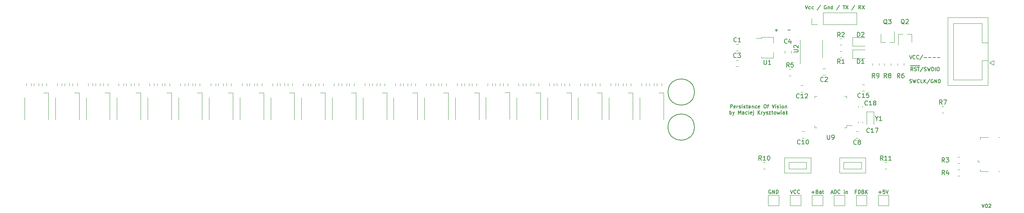
<source format=gto>
G04 #@! TF.GenerationSoftware,KiCad,Pcbnew,(5.1.10)-1*
G04 #@! TF.CreationDate,2022-05-27T17:54:39+02:00*
G04 #@! TF.ProjectId,POV_display_schematic,504f565f-6469-4737-906c-61795f736368,1*
G04 #@! TF.SameCoordinates,Original*
G04 #@! TF.FileFunction,Legend,Top*
G04 #@! TF.FilePolarity,Positive*
%FSLAX46Y46*%
G04 Gerber Fmt 4.6, Leading zero omitted, Abs format (unit mm)*
G04 Created by KiCad (PCBNEW (5.1.10)-1) date 2022-05-27 17:54:39*
%MOMM*%
%LPD*%
G01*
G04 APERTURE LIST*
%ADD10C,0.152400*%
%ADD11C,0.120000*%
%ADD12C,0.150000*%
%ADD13R,1.100000X2.000000*%
%ADD14C,1.800000*%
%ADD15R,1.800000X1.800000*%
%ADD16R,1.100000X1.050000*%
%ADD17R,2.300000X0.900000*%
%ADD18R,2.000000X2.000000*%
%ADD19R,1.500000X0.600000*%
%ADD20R,0.650000X2.000000*%
%ADD21C,1.700000*%
%ADD22O,1.700000X1.700000*%
%ADD23R,1.700000X1.700000*%
%ADD24R,1.900000X1.200000*%
%ADD25O,1.900000X1.200000*%
%ADD26R,1.900000X1.500000*%
%ADD27C,1.450000*%
%ADD28R,1.350000X0.400000*%
%ADD29C,3.200000*%
G04 APERTURE END LIST*
D10*
X244954971Y-116358057D02*
X245574247Y-116358057D01*
X245264609Y-116667695D02*
X245264609Y-116048419D01*
X246348342Y-115854895D02*
X245961295Y-115854895D01*
X245922590Y-116241942D01*
X245961295Y-116203238D01*
X246038704Y-116164533D01*
X246232228Y-116164533D01*
X246309638Y-116203238D01*
X246348342Y-116241942D01*
X246387047Y-116319352D01*
X246387047Y-116512876D01*
X246348342Y-116590285D01*
X246309638Y-116628990D01*
X246232228Y-116667695D01*
X246038704Y-116667695D01*
X245961295Y-116628990D01*
X245922590Y-116590285D01*
X246619276Y-115854895D02*
X246890209Y-116667695D01*
X247161142Y-115854895D01*
X239896914Y-116241942D02*
X239625980Y-116241942D01*
X239625980Y-116667695D02*
X239625980Y-115854895D01*
X240013028Y-115854895D01*
X240322666Y-116667695D02*
X240322666Y-115854895D01*
X240516190Y-115854895D01*
X240632304Y-115893600D01*
X240709714Y-115971009D01*
X240748419Y-116048419D01*
X240787123Y-116203238D01*
X240787123Y-116319352D01*
X240748419Y-116474171D01*
X240709714Y-116551580D01*
X240632304Y-116628990D01*
X240516190Y-116667695D01*
X240322666Y-116667695D01*
X241406400Y-116241942D02*
X241522514Y-116280647D01*
X241561219Y-116319352D01*
X241599923Y-116396761D01*
X241599923Y-116512876D01*
X241561219Y-116590285D01*
X241522514Y-116628990D01*
X241445104Y-116667695D01*
X241135466Y-116667695D01*
X241135466Y-115854895D01*
X241406400Y-115854895D01*
X241483809Y-115893600D01*
X241522514Y-115932304D01*
X241561219Y-116009714D01*
X241561219Y-116087123D01*
X241522514Y-116164533D01*
X241483809Y-116203238D01*
X241406400Y-116241942D01*
X241135466Y-116241942D01*
X241948266Y-116667695D02*
X241948266Y-115854895D01*
X242412723Y-116667695D02*
X242064380Y-116203238D01*
X242412723Y-115854895D02*
X241948266Y-116319352D01*
X234122819Y-116435466D02*
X234509866Y-116435466D01*
X234045409Y-116667695D02*
X234316342Y-115854895D01*
X234587276Y-116667695D01*
X234858209Y-116667695D02*
X234858209Y-115854895D01*
X235051733Y-115854895D01*
X235167847Y-115893600D01*
X235245257Y-115971009D01*
X235283961Y-116048419D01*
X235322666Y-116203238D01*
X235322666Y-116319352D01*
X235283961Y-116474171D01*
X235245257Y-116551580D01*
X235167847Y-116628990D01*
X235051733Y-116667695D01*
X234858209Y-116667695D01*
X236135466Y-116590285D02*
X236096761Y-116628990D01*
X235980647Y-116667695D01*
X235903238Y-116667695D01*
X235787123Y-116628990D01*
X235709714Y-116551580D01*
X235671009Y-116474171D01*
X235632304Y-116319352D01*
X235632304Y-116203238D01*
X235671009Y-116048419D01*
X235709714Y-115971009D01*
X235787123Y-115893600D01*
X235903238Y-115854895D01*
X235980647Y-115854895D01*
X236096761Y-115893600D01*
X236135466Y-115932304D01*
X237103085Y-116667695D02*
X237103085Y-116125828D01*
X237103085Y-115854895D02*
X237064380Y-115893600D01*
X237103085Y-115932304D01*
X237141790Y-115893600D01*
X237103085Y-115854895D01*
X237103085Y-115932304D01*
X237490133Y-116125828D02*
X237490133Y-116667695D01*
X237490133Y-116203238D02*
X237528838Y-116164533D01*
X237606247Y-116125828D01*
X237722361Y-116125828D01*
X237799771Y-116164533D01*
X237838476Y-116241942D01*
X237838476Y-116667695D01*
X229684038Y-116358057D02*
X230303314Y-116358057D01*
X229993676Y-116667695D02*
X229993676Y-116048419D01*
X230961295Y-116241942D02*
X231077409Y-116280647D01*
X231116114Y-116319352D01*
X231154819Y-116396761D01*
X231154819Y-116512876D01*
X231116114Y-116590285D01*
X231077409Y-116628990D01*
X231000000Y-116667695D01*
X230690361Y-116667695D01*
X230690361Y-115854895D01*
X230961295Y-115854895D01*
X231038704Y-115893600D01*
X231077409Y-115932304D01*
X231116114Y-116009714D01*
X231116114Y-116087123D01*
X231077409Y-116164533D01*
X231038704Y-116203238D01*
X230961295Y-116241942D01*
X230690361Y-116241942D01*
X231851504Y-116667695D02*
X231851504Y-116241942D01*
X231812800Y-116164533D01*
X231735390Y-116125828D01*
X231580571Y-116125828D01*
X231503161Y-116164533D01*
X231851504Y-116628990D02*
X231774095Y-116667695D01*
X231580571Y-116667695D01*
X231503161Y-116628990D01*
X231464457Y-116551580D01*
X231464457Y-116474171D01*
X231503161Y-116396761D01*
X231580571Y-116358057D01*
X231774095Y-116358057D01*
X231851504Y-116319352D01*
X232122438Y-116125828D02*
X232432076Y-116125828D01*
X232238552Y-115854895D02*
X232238552Y-116551580D01*
X232277257Y-116628990D01*
X232354666Y-116667695D01*
X232432076Y-116667695D01*
X220380723Y-115893600D02*
X220303314Y-115854895D01*
X220187200Y-115854895D01*
X220071085Y-115893600D01*
X219993676Y-115971009D01*
X219954971Y-116048419D01*
X219916266Y-116203238D01*
X219916266Y-116319352D01*
X219954971Y-116474171D01*
X219993676Y-116551580D01*
X220071085Y-116628990D01*
X220187200Y-116667695D01*
X220264609Y-116667695D01*
X220380723Y-116628990D01*
X220419428Y-116590285D01*
X220419428Y-116319352D01*
X220264609Y-116319352D01*
X220767771Y-116667695D02*
X220767771Y-115854895D01*
X221232228Y-116667695D01*
X221232228Y-115854895D01*
X221619276Y-116667695D02*
X221619276Y-115854895D01*
X221812800Y-115854895D01*
X221928914Y-115893600D01*
X222006323Y-115971009D01*
X222045028Y-116048419D01*
X222083733Y-116203238D01*
X222083733Y-116319352D01*
X222045028Y-116474171D01*
X222006323Y-116551580D01*
X221928914Y-116628990D01*
X221812800Y-116667695D01*
X221619276Y-116667695D01*
X251977866Y-85111695D02*
X252248800Y-85924495D01*
X252519733Y-85111695D01*
X253255123Y-85847085D02*
X253216419Y-85885790D01*
X253100304Y-85924495D01*
X253022895Y-85924495D01*
X252906780Y-85885790D01*
X252829371Y-85808380D01*
X252790666Y-85730971D01*
X252751961Y-85576152D01*
X252751961Y-85460038D01*
X252790666Y-85305219D01*
X252829371Y-85227809D01*
X252906780Y-85150400D01*
X253022895Y-85111695D01*
X253100304Y-85111695D01*
X253216419Y-85150400D01*
X253255123Y-85189104D01*
X254067923Y-85847085D02*
X254029219Y-85885790D01*
X253913104Y-85924495D01*
X253835695Y-85924495D01*
X253719580Y-85885790D01*
X253642171Y-85808380D01*
X253603466Y-85730971D01*
X253564761Y-85576152D01*
X253564761Y-85460038D01*
X253603466Y-85305219D01*
X253642171Y-85227809D01*
X253719580Y-85150400D01*
X253835695Y-85111695D01*
X253913104Y-85111695D01*
X254029219Y-85150400D01*
X254067923Y-85189104D01*
X254996838Y-85072990D02*
X254300152Y-86118019D01*
X255267771Y-85614857D02*
X255887047Y-85614857D01*
X256274095Y-85614857D02*
X256893371Y-85614857D01*
X257280419Y-85614857D02*
X257899695Y-85614857D01*
X258286742Y-85614857D02*
X258906019Y-85614857D01*
X252093980Y-87516664D02*
X252906780Y-87516664D01*
X252751961Y-88667695D02*
X252481028Y-88280647D01*
X252287504Y-88667695D02*
X252287504Y-87854895D01*
X252597142Y-87854895D01*
X252674552Y-87893600D01*
X252713257Y-87932304D01*
X252751961Y-88009714D01*
X252751961Y-88125828D01*
X252713257Y-88203238D01*
X252674552Y-88241942D01*
X252597142Y-88280647D01*
X252287504Y-88280647D01*
X252906780Y-87516664D02*
X253680876Y-87516664D01*
X253061600Y-88628990D02*
X253177714Y-88667695D01*
X253371238Y-88667695D01*
X253448647Y-88628990D01*
X253487352Y-88590285D01*
X253526057Y-88512876D01*
X253526057Y-88435466D01*
X253487352Y-88358057D01*
X253448647Y-88319352D01*
X253371238Y-88280647D01*
X253216419Y-88241942D01*
X253139009Y-88203238D01*
X253100304Y-88164533D01*
X253061600Y-88087123D01*
X253061600Y-88009714D01*
X253100304Y-87932304D01*
X253139009Y-87893600D01*
X253216419Y-87854895D01*
X253409942Y-87854895D01*
X253526057Y-87893600D01*
X253680876Y-87516664D02*
X254300152Y-87516664D01*
X253758285Y-87854895D02*
X254222742Y-87854895D01*
X253990514Y-88667695D02*
X253990514Y-87854895D01*
X255074247Y-87816190D02*
X254377561Y-88861219D01*
X255306476Y-88628990D02*
X255422590Y-88667695D01*
X255616114Y-88667695D01*
X255693523Y-88628990D01*
X255732228Y-88590285D01*
X255770933Y-88512876D01*
X255770933Y-88435466D01*
X255732228Y-88358057D01*
X255693523Y-88319352D01*
X255616114Y-88280647D01*
X255461295Y-88241942D01*
X255383885Y-88203238D01*
X255345180Y-88164533D01*
X255306476Y-88087123D01*
X255306476Y-88009714D01*
X255345180Y-87932304D01*
X255383885Y-87893600D01*
X255461295Y-87854895D01*
X255654819Y-87854895D01*
X255770933Y-87893600D01*
X256041866Y-87854895D02*
X256235390Y-88667695D01*
X256390209Y-88087123D01*
X256545028Y-88667695D01*
X256738552Y-87854895D01*
X257048190Y-88667695D02*
X257048190Y-87854895D01*
X257241714Y-87854895D01*
X257357828Y-87893600D01*
X257435238Y-87971009D01*
X257473942Y-88048419D01*
X257512647Y-88203238D01*
X257512647Y-88319352D01*
X257473942Y-88474171D01*
X257435238Y-88551580D01*
X257357828Y-88628990D01*
X257241714Y-88667695D01*
X257048190Y-88667695D01*
X257860990Y-88667695D02*
X257860990Y-87854895D01*
X258402857Y-87854895D02*
X258557676Y-87854895D01*
X258635085Y-87893600D01*
X258712495Y-87971009D01*
X258751200Y-88125828D01*
X258751200Y-88396761D01*
X258712495Y-88551580D01*
X258635085Y-88628990D01*
X258557676Y-88667695D01*
X258402857Y-88667695D01*
X258325447Y-88628990D01*
X258248038Y-88551580D01*
X258209333Y-88396761D01*
X258209333Y-88125828D01*
X258248038Y-87971009D01*
X258325447Y-87893600D01*
X258402857Y-87854895D01*
X251997219Y-91372190D02*
X252113333Y-91410895D01*
X252306857Y-91410895D01*
X252384266Y-91372190D01*
X252422971Y-91333485D01*
X252461676Y-91256076D01*
X252461676Y-91178666D01*
X252422971Y-91101257D01*
X252384266Y-91062552D01*
X252306857Y-91023847D01*
X252152038Y-90985142D01*
X252074628Y-90946438D01*
X252035923Y-90907733D01*
X251997219Y-90830323D01*
X251997219Y-90752914D01*
X252035923Y-90675504D01*
X252074628Y-90636800D01*
X252152038Y-90598095D01*
X252345561Y-90598095D01*
X252461676Y-90636800D01*
X252732609Y-90598095D02*
X252926133Y-91410895D01*
X253080952Y-90830323D01*
X253235771Y-91410895D01*
X253429295Y-90598095D01*
X254203390Y-91333485D02*
X254164685Y-91372190D01*
X254048571Y-91410895D01*
X253971161Y-91410895D01*
X253855047Y-91372190D01*
X253777638Y-91294780D01*
X253738933Y-91217371D01*
X253700228Y-91062552D01*
X253700228Y-90946438D01*
X253738933Y-90791619D01*
X253777638Y-90714209D01*
X253855047Y-90636800D01*
X253971161Y-90598095D01*
X254048571Y-90598095D01*
X254164685Y-90636800D01*
X254203390Y-90675504D01*
X254938780Y-91410895D02*
X254551733Y-91410895D01*
X254551733Y-90598095D01*
X255209714Y-91410895D02*
X255209714Y-90598095D01*
X255674171Y-91410895D02*
X255325828Y-90946438D01*
X255674171Y-90598095D02*
X255209714Y-91062552D01*
X256603085Y-90559390D02*
X255906400Y-91604419D01*
X257299771Y-90636800D02*
X257222361Y-90598095D01*
X257106247Y-90598095D01*
X256990133Y-90636800D01*
X256912723Y-90714209D01*
X256874019Y-90791619D01*
X256835314Y-90946438D01*
X256835314Y-91062552D01*
X256874019Y-91217371D01*
X256912723Y-91294780D01*
X256990133Y-91372190D01*
X257106247Y-91410895D01*
X257183657Y-91410895D01*
X257299771Y-91372190D01*
X257338476Y-91333485D01*
X257338476Y-91062552D01*
X257183657Y-91062552D01*
X257686819Y-91410895D02*
X257686819Y-90598095D01*
X258151276Y-91410895D01*
X258151276Y-90598095D01*
X258538323Y-91410895D02*
X258538323Y-90598095D01*
X258731847Y-90598095D01*
X258847961Y-90636800D01*
X258925371Y-90714209D01*
X258964076Y-90791619D01*
X259002780Y-90946438D01*
X259002780Y-91062552D01*
X258964076Y-91217371D01*
X258925371Y-91294780D01*
X258847961Y-91372190D01*
X258731847Y-91410895D01*
X258538323Y-91410895D01*
X228265371Y-73754895D02*
X228536304Y-74567695D01*
X228807238Y-73754895D01*
X229426514Y-74528990D02*
X229349104Y-74567695D01*
X229194285Y-74567695D01*
X229116876Y-74528990D01*
X229078171Y-74490285D01*
X229039466Y-74412876D01*
X229039466Y-74180647D01*
X229078171Y-74103238D01*
X229116876Y-74064533D01*
X229194285Y-74025828D01*
X229349104Y-74025828D01*
X229426514Y-74064533D01*
X230123200Y-74528990D02*
X230045790Y-74567695D01*
X229890971Y-74567695D01*
X229813561Y-74528990D01*
X229774857Y-74490285D01*
X229736152Y-74412876D01*
X229736152Y-74180647D01*
X229774857Y-74103238D01*
X229813561Y-74064533D01*
X229890971Y-74025828D01*
X230045790Y-74025828D01*
X230123200Y-74064533D01*
X231671390Y-73716190D02*
X230974704Y-74761219D01*
X232987352Y-73793600D02*
X232909942Y-73754895D01*
X232793828Y-73754895D01*
X232677714Y-73793600D01*
X232600304Y-73871009D01*
X232561600Y-73948419D01*
X232522895Y-74103238D01*
X232522895Y-74219352D01*
X232561600Y-74374171D01*
X232600304Y-74451580D01*
X232677714Y-74528990D01*
X232793828Y-74567695D01*
X232871238Y-74567695D01*
X232987352Y-74528990D01*
X233026057Y-74490285D01*
X233026057Y-74219352D01*
X232871238Y-74219352D01*
X233374400Y-74025828D02*
X233374400Y-74567695D01*
X233374400Y-74103238D02*
X233413104Y-74064533D01*
X233490514Y-74025828D01*
X233606628Y-74025828D01*
X233684038Y-74064533D01*
X233722742Y-74141942D01*
X233722742Y-74567695D01*
X234458133Y-74567695D02*
X234458133Y-73754895D01*
X234458133Y-74528990D02*
X234380723Y-74567695D01*
X234225904Y-74567695D01*
X234148495Y-74528990D01*
X234109790Y-74490285D01*
X234071085Y-74412876D01*
X234071085Y-74180647D01*
X234109790Y-74103238D01*
X234148495Y-74064533D01*
X234225904Y-74025828D01*
X234380723Y-74025828D01*
X234458133Y-74064533D01*
X236045028Y-73716190D02*
X235348342Y-74761219D01*
X236819123Y-73754895D02*
X237283580Y-73754895D01*
X237051352Y-74567695D02*
X237051352Y-73754895D01*
X237477104Y-73754895D02*
X238018971Y-74567695D01*
X238018971Y-73754895D02*
X237477104Y-74567695D01*
X239528457Y-73716190D02*
X238831771Y-74761219D01*
X240883123Y-74567695D02*
X240612190Y-74180647D01*
X240418666Y-74567695D02*
X240418666Y-73754895D01*
X240728304Y-73754895D01*
X240805714Y-73793600D01*
X240844419Y-73832304D01*
X240883123Y-73909714D01*
X240883123Y-74025828D01*
X240844419Y-74103238D01*
X240805714Y-74141942D01*
X240728304Y-74180647D01*
X240418666Y-74180647D01*
X241154057Y-73754895D02*
X241695923Y-74567695D01*
X241695923Y-73754895D02*
X241154057Y-74567695D01*
X268454971Y-119054895D02*
X268725904Y-119867695D01*
X268996838Y-119054895D01*
X269422590Y-119054895D02*
X269500000Y-119054895D01*
X269577409Y-119093600D01*
X269616114Y-119132304D01*
X269654819Y-119209714D01*
X269693523Y-119364533D01*
X269693523Y-119558057D01*
X269654819Y-119712876D01*
X269616114Y-119790285D01*
X269577409Y-119828990D01*
X269500000Y-119867695D01*
X269422590Y-119867695D01*
X269345180Y-119828990D01*
X269306476Y-119790285D01*
X269267771Y-119712876D01*
X269229066Y-119558057D01*
X269229066Y-119364533D01*
X269267771Y-119209714D01*
X269306476Y-119132304D01*
X269345180Y-119093600D01*
X269422590Y-119054895D01*
X270003161Y-119132304D02*
X270041866Y-119093600D01*
X270119276Y-119054895D01*
X270312800Y-119054895D01*
X270390209Y-119093600D01*
X270428914Y-119132304D01*
X270467619Y-119209714D01*
X270467619Y-119287123D01*
X270428914Y-119403238D01*
X269964457Y-119867695D01*
X270467619Y-119867695D01*
X211194361Y-97181895D02*
X211194361Y-96369095D01*
X211504000Y-96369095D01*
X211581409Y-96407800D01*
X211620114Y-96446504D01*
X211658819Y-96523914D01*
X211658819Y-96640028D01*
X211620114Y-96717438D01*
X211581409Y-96756142D01*
X211504000Y-96794847D01*
X211194361Y-96794847D01*
X212316800Y-97143190D02*
X212239390Y-97181895D01*
X212084571Y-97181895D01*
X212007161Y-97143190D01*
X211968457Y-97065780D01*
X211968457Y-96756142D01*
X212007161Y-96678733D01*
X212084571Y-96640028D01*
X212239390Y-96640028D01*
X212316800Y-96678733D01*
X212355504Y-96756142D01*
X212355504Y-96833552D01*
X211968457Y-96910961D01*
X212703847Y-97181895D02*
X212703847Y-96640028D01*
X212703847Y-96794847D02*
X212742552Y-96717438D01*
X212781257Y-96678733D01*
X212858666Y-96640028D01*
X212936076Y-96640028D01*
X213168304Y-97143190D02*
X213245714Y-97181895D01*
X213400533Y-97181895D01*
X213477942Y-97143190D01*
X213516647Y-97065780D01*
X213516647Y-97027076D01*
X213477942Y-96949666D01*
X213400533Y-96910961D01*
X213284419Y-96910961D01*
X213207009Y-96872257D01*
X213168304Y-96794847D01*
X213168304Y-96756142D01*
X213207009Y-96678733D01*
X213284419Y-96640028D01*
X213400533Y-96640028D01*
X213477942Y-96678733D01*
X213864990Y-97181895D02*
X213864990Y-96640028D01*
X213864990Y-96369095D02*
X213826285Y-96407800D01*
X213864990Y-96446504D01*
X213903695Y-96407800D01*
X213864990Y-96369095D01*
X213864990Y-96446504D01*
X214213333Y-97143190D02*
X214290742Y-97181895D01*
X214445561Y-97181895D01*
X214522971Y-97143190D01*
X214561676Y-97065780D01*
X214561676Y-97027076D01*
X214522971Y-96949666D01*
X214445561Y-96910961D01*
X214329447Y-96910961D01*
X214252038Y-96872257D01*
X214213333Y-96794847D01*
X214213333Y-96756142D01*
X214252038Y-96678733D01*
X214329447Y-96640028D01*
X214445561Y-96640028D01*
X214522971Y-96678733D01*
X214793904Y-96640028D02*
X215103542Y-96640028D01*
X214910019Y-96369095D02*
X214910019Y-97065780D01*
X214948723Y-97143190D01*
X215026133Y-97181895D01*
X215103542Y-97181895D01*
X215722819Y-97181895D02*
X215722819Y-96756142D01*
X215684114Y-96678733D01*
X215606704Y-96640028D01*
X215451885Y-96640028D01*
X215374476Y-96678733D01*
X215722819Y-97143190D02*
X215645409Y-97181895D01*
X215451885Y-97181895D01*
X215374476Y-97143190D01*
X215335771Y-97065780D01*
X215335771Y-96988371D01*
X215374476Y-96910961D01*
X215451885Y-96872257D01*
X215645409Y-96872257D01*
X215722819Y-96833552D01*
X216109866Y-96640028D02*
X216109866Y-97181895D01*
X216109866Y-96717438D02*
X216148571Y-96678733D01*
X216225980Y-96640028D01*
X216342095Y-96640028D01*
X216419504Y-96678733D01*
X216458209Y-96756142D01*
X216458209Y-97181895D01*
X217193600Y-97143190D02*
X217116190Y-97181895D01*
X216961371Y-97181895D01*
X216883961Y-97143190D01*
X216845257Y-97104485D01*
X216806552Y-97027076D01*
X216806552Y-96794847D01*
X216845257Y-96717438D01*
X216883961Y-96678733D01*
X216961371Y-96640028D01*
X217116190Y-96640028D01*
X217193600Y-96678733D01*
X217851580Y-97143190D02*
X217774171Y-97181895D01*
X217619352Y-97181895D01*
X217541942Y-97143190D01*
X217503238Y-97065780D01*
X217503238Y-96756142D01*
X217541942Y-96678733D01*
X217619352Y-96640028D01*
X217774171Y-96640028D01*
X217851580Y-96678733D01*
X217890285Y-96756142D01*
X217890285Y-96833552D01*
X217503238Y-96910961D01*
X219012723Y-96369095D02*
X219167542Y-96369095D01*
X219244952Y-96407800D01*
X219322361Y-96485209D01*
X219361066Y-96640028D01*
X219361066Y-96910961D01*
X219322361Y-97065780D01*
X219244952Y-97143190D01*
X219167542Y-97181895D01*
X219012723Y-97181895D01*
X218935314Y-97143190D01*
X218857904Y-97065780D01*
X218819200Y-96910961D01*
X218819200Y-96640028D01*
X218857904Y-96485209D01*
X218935314Y-96407800D01*
X219012723Y-96369095D01*
X219593295Y-96640028D02*
X219902933Y-96640028D01*
X219709409Y-97181895D02*
X219709409Y-96485209D01*
X219748114Y-96407800D01*
X219825523Y-96369095D01*
X219902933Y-96369095D01*
X220677028Y-96369095D02*
X220947961Y-97181895D01*
X221218895Y-96369095D01*
X221489828Y-97181895D02*
X221489828Y-96640028D01*
X221489828Y-96369095D02*
X221451123Y-96407800D01*
X221489828Y-96446504D01*
X221528533Y-96407800D01*
X221489828Y-96369095D01*
X221489828Y-96446504D01*
X221838171Y-97143190D02*
X221915580Y-97181895D01*
X222070400Y-97181895D01*
X222147809Y-97143190D01*
X222186514Y-97065780D01*
X222186514Y-97027076D01*
X222147809Y-96949666D01*
X222070400Y-96910961D01*
X221954285Y-96910961D01*
X221876876Y-96872257D01*
X221838171Y-96794847D01*
X221838171Y-96756142D01*
X221876876Y-96678733D01*
X221954285Y-96640028D01*
X222070400Y-96640028D01*
X222147809Y-96678733D01*
X222534857Y-97181895D02*
X222534857Y-96640028D01*
X222534857Y-96369095D02*
X222496152Y-96407800D01*
X222534857Y-96446504D01*
X222573561Y-96407800D01*
X222534857Y-96369095D01*
X222534857Y-96446504D01*
X223038019Y-97181895D02*
X222960609Y-97143190D01*
X222921904Y-97104485D01*
X222883200Y-97027076D01*
X222883200Y-96794847D01*
X222921904Y-96717438D01*
X222960609Y-96678733D01*
X223038019Y-96640028D01*
X223154133Y-96640028D01*
X223231542Y-96678733D01*
X223270247Y-96717438D01*
X223308952Y-96794847D01*
X223308952Y-97027076D01*
X223270247Y-97104485D01*
X223231542Y-97143190D01*
X223154133Y-97181895D01*
X223038019Y-97181895D01*
X223657295Y-96640028D02*
X223657295Y-97181895D01*
X223657295Y-96717438D02*
X223696000Y-96678733D01*
X223773409Y-96640028D01*
X223889523Y-96640028D01*
X223966933Y-96678733D01*
X224005638Y-96756142D01*
X224005638Y-97181895D01*
X211039542Y-98553495D02*
X211039542Y-97740695D01*
X211039542Y-98050333D02*
X211116952Y-98011628D01*
X211271771Y-98011628D01*
X211349180Y-98050333D01*
X211387885Y-98089038D01*
X211426590Y-98166447D01*
X211426590Y-98398676D01*
X211387885Y-98476085D01*
X211349180Y-98514790D01*
X211271771Y-98553495D01*
X211116952Y-98553495D01*
X211039542Y-98514790D01*
X211697523Y-98011628D02*
X211891047Y-98553495D01*
X212084571Y-98011628D02*
X211891047Y-98553495D01*
X211813638Y-98747019D01*
X211774933Y-98785723D01*
X211697523Y-98824428D01*
X213013485Y-98553495D02*
X213013485Y-97740695D01*
X213284419Y-98321266D01*
X213555352Y-97740695D01*
X213555352Y-98553495D01*
X214290742Y-98553495D02*
X214290742Y-98127742D01*
X214252038Y-98050333D01*
X214174628Y-98011628D01*
X214019809Y-98011628D01*
X213942400Y-98050333D01*
X214290742Y-98514790D02*
X214213333Y-98553495D01*
X214019809Y-98553495D01*
X213942400Y-98514790D01*
X213903695Y-98437380D01*
X213903695Y-98359971D01*
X213942400Y-98282561D01*
X214019809Y-98243857D01*
X214213333Y-98243857D01*
X214290742Y-98205152D01*
X215026133Y-98514790D02*
X214948723Y-98553495D01*
X214793904Y-98553495D01*
X214716495Y-98514790D01*
X214677790Y-98476085D01*
X214639085Y-98398676D01*
X214639085Y-98166447D01*
X214677790Y-98089038D01*
X214716495Y-98050333D01*
X214793904Y-98011628D01*
X214948723Y-98011628D01*
X215026133Y-98050333D01*
X215374476Y-98553495D02*
X215374476Y-98011628D01*
X215374476Y-97740695D02*
X215335771Y-97779400D01*
X215374476Y-97818104D01*
X215413180Y-97779400D01*
X215374476Y-97740695D01*
X215374476Y-97818104D01*
X216071161Y-98514790D02*
X215993752Y-98553495D01*
X215838933Y-98553495D01*
X215761523Y-98514790D01*
X215722819Y-98437380D01*
X215722819Y-98127742D01*
X215761523Y-98050333D01*
X215838933Y-98011628D01*
X215993752Y-98011628D01*
X216071161Y-98050333D01*
X216109866Y-98127742D01*
X216109866Y-98205152D01*
X215722819Y-98282561D01*
X216458209Y-98011628D02*
X216458209Y-98708314D01*
X216419504Y-98785723D01*
X216342095Y-98824428D01*
X216303390Y-98824428D01*
X216458209Y-97740695D02*
X216419504Y-97779400D01*
X216458209Y-97818104D01*
X216496914Y-97779400D01*
X216458209Y-97740695D01*
X216458209Y-97818104D01*
X217464533Y-98553495D02*
X217464533Y-97740695D01*
X217928990Y-98553495D02*
X217580647Y-98089038D01*
X217928990Y-97740695D02*
X217464533Y-98205152D01*
X218277333Y-98553495D02*
X218277333Y-98011628D01*
X218277333Y-98166447D02*
X218316038Y-98089038D01*
X218354742Y-98050333D01*
X218432152Y-98011628D01*
X218509561Y-98011628D01*
X218703085Y-98011628D02*
X218896609Y-98553495D01*
X219090133Y-98011628D02*
X218896609Y-98553495D01*
X218819200Y-98747019D01*
X218780495Y-98785723D01*
X218703085Y-98824428D01*
X219361066Y-98514790D02*
X219438476Y-98553495D01*
X219593295Y-98553495D01*
X219670704Y-98514790D01*
X219709409Y-98437380D01*
X219709409Y-98398676D01*
X219670704Y-98321266D01*
X219593295Y-98282561D01*
X219477180Y-98282561D01*
X219399771Y-98243857D01*
X219361066Y-98166447D01*
X219361066Y-98127742D01*
X219399771Y-98050333D01*
X219477180Y-98011628D01*
X219593295Y-98011628D01*
X219670704Y-98050333D01*
X219980342Y-98011628D02*
X220406095Y-98011628D01*
X219980342Y-98553495D01*
X220406095Y-98553495D01*
X220599619Y-98011628D02*
X220909257Y-98011628D01*
X220715733Y-97740695D02*
X220715733Y-98437380D01*
X220754438Y-98514790D01*
X220831847Y-98553495D01*
X220909257Y-98553495D01*
X221296304Y-98553495D02*
X221218895Y-98514790D01*
X221180190Y-98476085D01*
X221141485Y-98398676D01*
X221141485Y-98166447D01*
X221180190Y-98089038D01*
X221218895Y-98050333D01*
X221296304Y-98011628D01*
X221412419Y-98011628D01*
X221489828Y-98050333D01*
X221528533Y-98089038D01*
X221567238Y-98166447D01*
X221567238Y-98398676D01*
X221528533Y-98476085D01*
X221489828Y-98514790D01*
X221412419Y-98553495D01*
X221296304Y-98553495D01*
X221838171Y-98011628D02*
X221992990Y-98553495D01*
X222147809Y-98166447D01*
X222302628Y-98553495D01*
X222457447Y-98011628D01*
X222767085Y-98553495D02*
X222767085Y-98011628D01*
X222767085Y-97740695D02*
X222728380Y-97779400D01*
X222767085Y-97818104D01*
X222805790Y-97779400D01*
X222767085Y-97740695D01*
X222767085Y-97818104D01*
X223502476Y-98553495D02*
X223502476Y-98127742D01*
X223463771Y-98050333D01*
X223386361Y-98011628D01*
X223231542Y-98011628D01*
X223154133Y-98050333D01*
X223502476Y-98514790D02*
X223425066Y-98553495D01*
X223231542Y-98553495D01*
X223154133Y-98514790D01*
X223115428Y-98437380D01*
X223115428Y-98359971D01*
X223154133Y-98282561D01*
X223231542Y-98243857D01*
X223425066Y-98243857D01*
X223502476Y-98205152D01*
X223889523Y-98553495D02*
X223889523Y-97740695D01*
X223966933Y-98243857D02*
X224199161Y-98553495D01*
X224199161Y-98011628D02*
X223889523Y-98321266D01*
X224866266Y-115854895D02*
X225137200Y-116667695D01*
X225408133Y-115854895D01*
X226143523Y-116590285D02*
X226104819Y-116628990D01*
X225988704Y-116667695D01*
X225911295Y-116667695D01*
X225795180Y-116628990D01*
X225717771Y-116551580D01*
X225679066Y-116474171D01*
X225640361Y-116319352D01*
X225640361Y-116203238D01*
X225679066Y-116048419D01*
X225717771Y-115971009D01*
X225795180Y-115893600D01*
X225911295Y-115854895D01*
X225988704Y-115854895D01*
X226104819Y-115893600D01*
X226143523Y-115932304D01*
X226956323Y-116590285D02*
X226917619Y-116628990D01*
X226801504Y-116667695D01*
X226724095Y-116667695D01*
X226607980Y-116628990D01*
X226530571Y-116551580D01*
X226491866Y-116474171D01*
X226453161Y-116319352D01*
X226453161Y-116203238D01*
X226491866Y-116048419D01*
X226530571Y-115971009D01*
X226607980Y-115893600D01*
X226724095Y-115854895D01*
X226801504Y-115854895D01*
X226917619Y-115893600D01*
X226956323Y-115932304D01*
X224847780Y-79377297D02*
X224228504Y-79377297D01*
X221983627Y-79377297D02*
X221364351Y-79377297D01*
X221673989Y-79067659D02*
X221673989Y-79686935D01*
X203000000Y-101500000D02*
G75*
G03*
X203000000Y-101500000I-3000000J0D01*
G01*
X203000000Y-93500000D02*
G75*
G03*
X203000000Y-93500000I-3000000J0D01*
G01*
D11*
X50550000Y-99750000D02*
X50550000Y-94750000D01*
X54850000Y-93650000D02*
X55950000Y-93650000D01*
X55950000Y-93650000D02*
X55950000Y-99750000D01*
X57550000Y-99750000D02*
X57550000Y-94750000D01*
X61850000Y-93650000D02*
X62950000Y-93650000D01*
X62950000Y-93650000D02*
X62950000Y-99750000D01*
X64550000Y-99750000D02*
X64550000Y-94750000D01*
X68850000Y-93650000D02*
X69950000Y-93650000D01*
X69950000Y-93650000D02*
X69950000Y-99750000D01*
X71550000Y-99750000D02*
X71550000Y-94750000D01*
X75850000Y-93650000D02*
X76950000Y-93650000D01*
X76950000Y-93650000D02*
X76950000Y-99750000D01*
X78550000Y-99750000D02*
X78550000Y-94750000D01*
X82850000Y-93650000D02*
X83950000Y-93650000D01*
X83950000Y-93650000D02*
X83950000Y-99750000D01*
X85550000Y-99750000D02*
X85550000Y-94750000D01*
X89850000Y-93650000D02*
X90950000Y-93650000D01*
X90950000Y-93650000D02*
X90950000Y-99750000D01*
X92550000Y-99750000D02*
X92550000Y-94750000D01*
X96850000Y-93650000D02*
X97950000Y-93650000D01*
X97950000Y-93650000D02*
X97950000Y-99750000D01*
X99550000Y-99750000D02*
X99550000Y-94750000D01*
X103850000Y-93650000D02*
X104950000Y-93650000D01*
X104950000Y-93650000D02*
X104950000Y-99750000D01*
X106550000Y-99750000D02*
X106550000Y-94750000D01*
X110850000Y-93650000D02*
X111950000Y-93650000D01*
X111950000Y-93650000D02*
X111950000Y-99750000D01*
X113550000Y-99750000D02*
X113550000Y-94750000D01*
X117850000Y-93650000D02*
X118950000Y-93650000D01*
X118950000Y-93650000D02*
X118950000Y-99750000D01*
X120550000Y-99750000D02*
X120550000Y-94750000D01*
X124850000Y-93650000D02*
X125950000Y-93650000D01*
X125950000Y-93650000D02*
X125950000Y-99750000D01*
X127550000Y-99750000D02*
X127550000Y-94750000D01*
X131850000Y-93650000D02*
X132950000Y-93650000D01*
X132950000Y-93650000D02*
X132950000Y-99750000D01*
X134550000Y-99750000D02*
X134550000Y-94750000D01*
X138850000Y-93650000D02*
X139950000Y-93650000D01*
X139950000Y-93650000D02*
X139950000Y-99750000D01*
X141550000Y-99750000D02*
X141550000Y-94750000D01*
X145850000Y-93650000D02*
X146950000Y-93650000D01*
X146950000Y-93650000D02*
X146950000Y-99750000D01*
X148550000Y-99750000D02*
X148550000Y-94750000D01*
X152850000Y-93650000D02*
X153950000Y-93650000D01*
X153950000Y-93650000D02*
X153950000Y-99750000D01*
X155550000Y-99700000D02*
X155550000Y-94700000D01*
X159850000Y-93600000D02*
X160950000Y-93600000D01*
X160950000Y-93600000D02*
X160950000Y-99700000D01*
X162550000Y-99750000D02*
X162550000Y-94750000D01*
X166850000Y-93650000D02*
X167950000Y-93650000D01*
X167950000Y-93650000D02*
X167950000Y-99750000D01*
X169550000Y-99750000D02*
X169550000Y-94750000D01*
X173850000Y-93650000D02*
X174950000Y-93650000D01*
X174950000Y-93650000D02*
X174950000Y-99750000D01*
X176550000Y-99750000D02*
X176550000Y-94750000D01*
X180850000Y-93650000D02*
X181950000Y-93650000D01*
X181950000Y-93650000D02*
X181950000Y-99750000D01*
X183550000Y-99750000D02*
X183550000Y-94750000D01*
X187850000Y-93650000D02*
X188950000Y-93650000D01*
X188950000Y-93650000D02*
X188950000Y-99750000D01*
X190550000Y-99750000D02*
X190550000Y-94750000D01*
X194850000Y-93650000D02*
X195950000Y-93650000D01*
X195950000Y-93650000D02*
X195950000Y-99750000D01*
X243800000Y-100875000D02*
X243800000Y-98025000D01*
X243800000Y-98025000D02*
X242200000Y-98025000D01*
X242200000Y-98025000D02*
X242200000Y-100875000D01*
X230840000Y-94390000D02*
X230390000Y-94390000D01*
X230390000Y-94390000D02*
X230390000Y-94840000D01*
X237160000Y-94390000D02*
X237610000Y-94390000D01*
X237610000Y-94390000D02*
X237610000Y-94840000D01*
X230840000Y-101610000D02*
X230390000Y-101610000D01*
X230390000Y-101610000D02*
X230390000Y-101160000D01*
X237160000Y-101610000D02*
X237610000Y-101610000D01*
X237610000Y-101610000D02*
X237610000Y-101160000D01*
X237610000Y-101160000D02*
X238900000Y-101160000D01*
X232135000Y-83635000D02*
X232135000Y-81685000D01*
X232135000Y-83635000D02*
X232135000Y-85585000D01*
X227015000Y-83635000D02*
X227015000Y-81685000D01*
X227015000Y-83635000D02*
X227015000Y-87085000D01*
X220960000Y-84400000D02*
X220960000Y-85710000D01*
X220960000Y-85710000D02*
X218240000Y-85710000D01*
X217100000Y-81220000D02*
X218240000Y-81220000D01*
X220960000Y-80990000D02*
X220960000Y-82300000D01*
X218240000Y-80990000D02*
X220960000Y-80990000D01*
X218240000Y-80990000D02*
X218240000Y-81220000D01*
X218240000Y-85710000D02*
X218240000Y-85480000D01*
X229800000Y-117050000D02*
X232200000Y-117050000D01*
X232200000Y-117050000D02*
X232200000Y-119450000D01*
X232200000Y-119450000D02*
X229800000Y-119450000D01*
X229800000Y-119450000D02*
X229800000Y-117050000D01*
X244800000Y-117050000D02*
X247200000Y-117050000D01*
X247200000Y-117050000D02*
X247200000Y-119450000D01*
X247200000Y-119450000D02*
X244800000Y-119450000D01*
X244800000Y-119450000D02*
X244800000Y-117050000D01*
X234800000Y-117050000D02*
X237200000Y-117050000D01*
X237200000Y-117050000D02*
X237200000Y-119450000D01*
X237200000Y-119450000D02*
X234800000Y-119450000D01*
X234800000Y-119450000D02*
X234800000Y-117050000D01*
X239800000Y-117050000D02*
X242200000Y-117050000D01*
X242200000Y-117050000D02*
X242200000Y-119450000D01*
X242200000Y-119450000D02*
X239800000Y-119450000D01*
X239800000Y-119450000D02*
X239800000Y-117050000D01*
X219800000Y-117050000D02*
X222200000Y-117050000D01*
X222200000Y-117050000D02*
X222200000Y-119450000D01*
X222200000Y-119450000D02*
X219800000Y-119450000D01*
X219800000Y-119450000D02*
X219800000Y-117050000D01*
X224800000Y-117050000D02*
X227200000Y-117050000D01*
X227200000Y-117050000D02*
X227200000Y-119450000D01*
X227200000Y-119450000D02*
X224800000Y-119450000D01*
X224800000Y-119450000D02*
X224800000Y-117050000D01*
X237000000Y-109500000D02*
X237000000Y-111000000D01*
X241000000Y-109500000D02*
X237000000Y-109500000D01*
X241000000Y-111000000D02*
X241000000Y-109500000D01*
X237000000Y-111000000D02*
X241000000Y-111000000D01*
X236000000Y-108500000D02*
X236000000Y-112000000D01*
X242000000Y-108500000D02*
X236000000Y-108500000D01*
X242000000Y-112000000D02*
X242000000Y-108500000D01*
X236000000Y-112000000D02*
X242000000Y-112000000D01*
X224500000Y-109500000D02*
X224500000Y-111000000D01*
X228500000Y-109500000D02*
X224500000Y-109500000D01*
X228500000Y-111000000D02*
X228500000Y-109500000D01*
X224500000Y-111000000D02*
X228500000Y-111000000D01*
X223500000Y-108500000D02*
X223500000Y-112000000D01*
X229500000Y-108500000D02*
X223500000Y-108500000D01*
X229500000Y-112000000D02*
X229500000Y-108500000D01*
X223500000Y-112000000D02*
X229500000Y-112000000D01*
X55522500Y-91562742D02*
X55522500Y-92037258D01*
X54477500Y-91562742D02*
X54477500Y-92037258D01*
X62522500Y-91575242D02*
X62522500Y-92049758D01*
X61477500Y-91575242D02*
X61477500Y-92049758D01*
X69522500Y-91575242D02*
X69522500Y-92049758D01*
X68477500Y-91575242D02*
X68477500Y-92049758D01*
X76522500Y-91562742D02*
X76522500Y-92037258D01*
X75477500Y-91562742D02*
X75477500Y-92037258D01*
X83522500Y-91562742D02*
X83522500Y-92037258D01*
X82477500Y-91562742D02*
X82477500Y-92037258D01*
X90422500Y-91562742D02*
X90422500Y-92037258D01*
X89377500Y-91562742D02*
X89377500Y-92037258D01*
X97522500Y-91575242D02*
X97522500Y-92049758D01*
X96477500Y-91575242D02*
X96477500Y-92049758D01*
X53722500Y-91575242D02*
X53722500Y-92049758D01*
X52677500Y-91575242D02*
X52677500Y-92049758D01*
X60722500Y-91562742D02*
X60722500Y-92037258D01*
X59677500Y-91562742D02*
X59677500Y-92037258D01*
X67722500Y-91562742D02*
X67722500Y-92037258D01*
X66677500Y-91562742D02*
X66677500Y-92037258D01*
X74722500Y-91562742D02*
X74722500Y-92037258D01*
X73677500Y-91562742D02*
X73677500Y-92037258D01*
X81822500Y-91550242D02*
X81822500Y-92024758D01*
X80777500Y-91550242D02*
X80777500Y-92024758D01*
X88822500Y-91562742D02*
X88822500Y-92037258D01*
X87777500Y-91562742D02*
X87777500Y-92037258D01*
X95722500Y-91562742D02*
X95722500Y-92037258D01*
X94677500Y-91562742D02*
X94677500Y-92037258D01*
X52022500Y-91562742D02*
X52022500Y-92037258D01*
X50977500Y-91562742D02*
X50977500Y-92037258D01*
X59022500Y-91562742D02*
X59022500Y-92037258D01*
X57977500Y-91562742D02*
X57977500Y-92037258D01*
X66022500Y-91562742D02*
X66022500Y-92037258D01*
X64977500Y-91562742D02*
X64977500Y-92037258D01*
X73022500Y-91562742D02*
X73022500Y-92037258D01*
X71977500Y-91562742D02*
X71977500Y-92037258D01*
X80022500Y-91575242D02*
X80022500Y-92049758D01*
X78977500Y-91575242D02*
X78977500Y-92049758D01*
X87022500Y-91562742D02*
X87022500Y-92037258D01*
X85977500Y-91562742D02*
X85977500Y-92037258D01*
X94022500Y-91562742D02*
X94022500Y-92037258D01*
X92977500Y-91562742D02*
X92977500Y-92037258D01*
X104522500Y-91562742D02*
X104522500Y-92037258D01*
X103477500Y-91562742D02*
X103477500Y-92037258D01*
X111522500Y-91562742D02*
X111522500Y-92037258D01*
X110477500Y-91562742D02*
X110477500Y-92037258D01*
X118522500Y-91562742D02*
X118522500Y-92037258D01*
X117477500Y-91562742D02*
X117477500Y-92037258D01*
X125522500Y-91562742D02*
X125522500Y-92037258D01*
X124477500Y-91562742D02*
X124477500Y-92037258D01*
X132522500Y-91562742D02*
X132522500Y-92037258D01*
X131477500Y-91562742D02*
X131477500Y-92037258D01*
X139522500Y-91550242D02*
X139522500Y-92024758D01*
X138477500Y-91550242D02*
X138477500Y-92024758D01*
X146522500Y-91550242D02*
X146522500Y-92024758D01*
X145477500Y-91550242D02*
X145477500Y-92024758D01*
X102822500Y-91562742D02*
X102822500Y-92037258D01*
X101777500Y-91562742D02*
X101777500Y-92037258D01*
X109722500Y-91562742D02*
X109722500Y-92037258D01*
X108677500Y-91562742D02*
X108677500Y-92037258D01*
X116722500Y-91650242D02*
X116722500Y-92124758D01*
X115677500Y-91650242D02*
X115677500Y-92124758D01*
X123822500Y-91562742D02*
X123822500Y-92037258D01*
X122777500Y-91562742D02*
X122777500Y-92037258D01*
X130722500Y-91562742D02*
X130722500Y-92037258D01*
X129677500Y-91562742D02*
X129677500Y-92037258D01*
X137722500Y-91575242D02*
X137722500Y-92049758D01*
X136677500Y-91575242D02*
X136677500Y-92049758D01*
X144722500Y-91562742D02*
X144722500Y-92037258D01*
X143677500Y-91562742D02*
X143677500Y-92037258D01*
X101122500Y-91550242D02*
X101122500Y-92024758D01*
X100077500Y-91550242D02*
X100077500Y-92024758D01*
X108022500Y-91550242D02*
X108022500Y-92024758D01*
X106977500Y-91550242D02*
X106977500Y-92024758D01*
X115022500Y-91562742D02*
X115022500Y-92037258D01*
X113977500Y-91562742D02*
X113977500Y-92037258D01*
X122022500Y-91562742D02*
X122022500Y-92037258D01*
X120977500Y-91562742D02*
X120977500Y-92037258D01*
X129022500Y-91562742D02*
X129022500Y-92037258D01*
X127977500Y-91562742D02*
X127977500Y-92037258D01*
X136022500Y-91562742D02*
X136022500Y-92037258D01*
X134977500Y-91562742D02*
X134977500Y-92037258D01*
X143022500Y-91562742D02*
X143022500Y-92037258D01*
X141977500Y-91562742D02*
X141977500Y-92037258D01*
X153422500Y-91562742D02*
X153422500Y-92037258D01*
X152377500Y-91562742D02*
X152377500Y-92037258D01*
X160522500Y-91562742D02*
X160522500Y-92037258D01*
X159477500Y-91562742D02*
X159477500Y-92037258D01*
X167522500Y-91562742D02*
X167522500Y-92037258D01*
X166477500Y-91562742D02*
X166477500Y-92037258D01*
X174522500Y-91575242D02*
X174522500Y-92049758D01*
X173477500Y-91575242D02*
X173477500Y-92049758D01*
X181522500Y-91575242D02*
X181522500Y-92049758D01*
X180477500Y-91575242D02*
X180477500Y-92049758D01*
X188522500Y-91550242D02*
X188522500Y-92024758D01*
X187477500Y-91550242D02*
X187477500Y-92024758D01*
X195522500Y-91562742D02*
X195522500Y-92037258D01*
X194477500Y-91562742D02*
X194477500Y-92037258D01*
X151722500Y-91575242D02*
X151722500Y-92049758D01*
X150677500Y-91575242D02*
X150677500Y-92049758D01*
X158722500Y-91562742D02*
X158722500Y-92037258D01*
X157677500Y-91562742D02*
X157677500Y-92037258D01*
X165722500Y-91562742D02*
X165722500Y-92037258D01*
X164677500Y-91562742D02*
X164677500Y-92037258D01*
X172722500Y-91562742D02*
X172722500Y-92037258D01*
X171677500Y-91562742D02*
X171677500Y-92037258D01*
X179722500Y-91562742D02*
X179722500Y-92037258D01*
X178677500Y-91562742D02*
X178677500Y-92037258D01*
X186722500Y-91562742D02*
X186722500Y-92037258D01*
X185677500Y-91562742D02*
X185677500Y-92037258D01*
X193822500Y-91575242D02*
X193822500Y-92049758D01*
X192777500Y-91575242D02*
X192777500Y-92049758D01*
X150022500Y-91562742D02*
X150022500Y-92037258D01*
X148977500Y-91562742D02*
X148977500Y-92037258D01*
X157022500Y-91562742D02*
X157022500Y-92037258D01*
X155977500Y-91562742D02*
X155977500Y-92037258D01*
X164022500Y-91550242D02*
X164022500Y-92024758D01*
X162977500Y-91550242D02*
X162977500Y-92024758D01*
X171022500Y-91562742D02*
X171022500Y-92037258D01*
X169977500Y-91562742D02*
X169977500Y-92037258D01*
X178022500Y-91562742D02*
X178022500Y-92037258D01*
X176977500Y-91562742D02*
X176977500Y-92037258D01*
X185022500Y-91562742D02*
X185022500Y-92037258D01*
X183977500Y-91562742D02*
X183977500Y-92037258D01*
X192022500Y-91562742D02*
X192022500Y-92037258D01*
X190977500Y-91562742D02*
X190977500Y-92037258D01*
X246322936Y-109515000D02*
X246777064Y-109515000D01*
X246322936Y-110985000D02*
X246777064Y-110985000D01*
X218672936Y-109515000D02*
X219127064Y-109515000D01*
X218672936Y-110985000D02*
X219127064Y-110985000D01*
X243515000Y-87427064D02*
X243515000Y-86972936D01*
X244985000Y-87427064D02*
X244985000Y-86972936D01*
X247685000Y-86972936D02*
X247685000Y-87427064D01*
X246215000Y-86972936D02*
X246215000Y-87427064D01*
X259322936Y-96765000D02*
X259777064Y-96765000D01*
X259322936Y-98235000D02*
X259777064Y-98235000D01*
X249215000Y-87427064D02*
X249215000Y-86972936D01*
X250685000Y-87427064D02*
X250685000Y-86972936D01*
X224977064Y-89735000D02*
X224522936Y-89735000D01*
X224977064Y-88265000D02*
X224522936Y-88265000D01*
X262922936Y-111165000D02*
X263377064Y-111165000D01*
X262922936Y-112635000D02*
X263377064Y-112635000D01*
X263377064Y-109785000D02*
X262922936Y-109785000D01*
X263377064Y-108315000D02*
X262922936Y-108315000D01*
X236577064Y-82785000D02*
X236122936Y-82785000D01*
X236577064Y-81315000D02*
X236122936Y-81315000D01*
X236122936Y-84165000D02*
X236577064Y-84165000D01*
X236122936Y-85635000D02*
X236577064Y-85635000D01*
X246450000Y-82150000D02*
X245400000Y-82150000D01*
X245400000Y-82150000D02*
X245400000Y-80300000D01*
X248450000Y-82150000D02*
X247450000Y-82150000D01*
X248460000Y-82130000D02*
X248460000Y-79700000D01*
X251400000Y-80260000D02*
X252450000Y-80260000D01*
X252450000Y-80260000D02*
X252450000Y-82110000D01*
X249400000Y-80260000D02*
X250400000Y-80260000D01*
X249390000Y-80280000D02*
X249390000Y-82710000D01*
X269790000Y-92000000D02*
X260670000Y-92000000D01*
X260670000Y-92000000D02*
X260670000Y-76500000D01*
X260670000Y-76500000D02*
X269790000Y-76500000D01*
X269790000Y-76500000D02*
X269790000Y-92000000D01*
X269790000Y-86300000D02*
X268480000Y-86300000D01*
X268480000Y-86300000D02*
X268480000Y-90700000D01*
X268480000Y-90700000D02*
X261980000Y-90700000D01*
X261980000Y-90700000D02*
X261980000Y-77800000D01*
X261980000Y-77800000D02*
X268480000Y-77800000D01*
X268480000Y-77800000D02*
X268480000Y-82200000D01*
X268480000Y-82200000D02*
X268480000Y-82200000D01*
X268480000Y-82200000D02*
X269790000Y-82200000D01*
X270180000Y-86790000D02*
X271180000Y-87290000D01*
X271180000Y-87290000D02*
X271180000Y-86290000D01*
X271180000Y-86290000D02*
X270180000Y-86790000D01*
X239950000Y-78080000D02*
X239950000Y-75420000D01*
X232270000Y-78080000D02*
X239950000Y-78080000D01*
X232270000Y-75420000D02*
X239950000Y-75420000D01*
X232270000Y-78080000D02*
X232270000Y-75420000D01*
X231000000Y-78080000D02*
X229670000Y-78080000D01*
X229670000Y-78080000D02*
X229670000Y-76750000D01*
X268050000Y-111650000D02*
X268050000Y-111200000D01*
X269900000Y-111650000D02*
X268050000Y-111650000D01*
X272450000Y-103850000D02*
X272200000Y-103850000D01*
X272450000Y-111650000D02*
X272200000Y-111650000D01*
X269900000Y-103850000D02*
X268050000Y-103850000D01*
X268050000Y-103850000D02*
X268050000Y-104300000D01*
X267500000Y-109450000D02*
X267500000Y-109000000D01*
X267500000Y-109450000D02*
X267950000Y-109450000D01*
X241825000Y-81090000D02*
X238965000Y-81090000D01*
X238965000Y-81090000D02*
X238965000Y-83010000D01*
X238965000Y-83010000D02*
X241825000Y-83010000D01*
X241825000Y-83890000D02*
X238965000Y-83890000D01*
X238965000Y-83890000D02*
X238965000Y-85810000D01*
X238965000Y-85810000D02*
X241825000Y-85810000D01*
X241260000Y-96691233D02*
X241260000Y-96983767D01*
X240240000Y-96691233D02*
X240240000Y-96983767D01*
X240240000Y-100558768D02*
X240240000Y-100266234D01*
X241260000Y-100558768D02*
X241260000Y-100266234D01*
X241176247Y-91815000D02*
X241698751Y-91815000D01*
X241176247Y-93285000D02*
X241698751Y-93285000D01*
X227761252Y-93485000D02*
X227238748Y-93485000D01*
X227761252Y-92015000D02*
X227238748Y-92015000D01*
X227973752Y-103985000D02*
X227451248Y-103985000D01*
X227973752Y-102515000D02*
X227451248Y-102515000D01*
X239776247Y-102515000D02*
X240298751Y-102515000D01*
X239776247Y-103985000D02*
X240298751Y-103985000D01*
X225035000Y-84126248D02*
X225035000Y-84648752D01*
X223565000Y-84126248D02*
X223565000Y-84648752D01*
X212973752Y-87685000D02*
X212451248Y-87685000D01*
X212973752Y-86215000D02*
X212451248Y-86215000D01*
X232251248Y-88165000D02*
X232773752Y-88165000D01*
X232251248Y-89635000D02*
X232773752Y-89635000D01*
X213023752Y-84085000D02*
X212501248Y-84085000D01*
X213023752Y-82615000D02*
X212501248Y-82615000D01*
D12*
X244473809Y-99526190D02*
X244473809Y-100002380D01*
X244140476Y-99002380D02*
X244473809Y-99526190D01*
X244807142Y-99002380D01*
X245664285Y-100002380D02*
X245092857Y-100002380D01*
X245378571Y-100002380D02*
X245378571Y-99002380D01*
X245283333Y-99145238D01*
X245188095Y-99240476D01*
X245092857Y-99288095D01*
X233238095Y-103302380D02*
X233238095Y-104111904D01*
X233285714Y-104207142D01*
X233333333Y-104254761D01*
X233428571Y-104302380D01*
X233619047Y-104302380D01*
X233714285Y-104254761D01*
X233761904Y-104207142D01*
X233809523Y-104111904D01*
X233809523Y-103302380D01*
X234333333Y-104302380D02*
X234523809Y-104302380D01*
X234619047Y-104254761D01*
X234666666Y-104207142D01*
X234761904Y-104064285D01*
X234809523Y-103873809D01*
X234809523Y-103492857D01*
X234761904Y-103397619D01*
X234714285Y-103350000D01*
X234619047Y-103302380D01*
X234428571Y-103302380D01*
X234333333Y-103350000D01*
X234285714Y-103397619D01*
X234238095Y-103492857D01*
X234238095Y-103730952D01*
X234285714Y-103826190D01*
X234333333Y-103873809D01*
X234428571Y-103921428D01*
X234619047Y-103921428D01*
X234714285Y-103873809D01*
X234761904Y-103826190D01*
X234809523Y-103730952D01*
X225627380Y-84396904D02*
X226436904Y-84396904D01*
X226532142Y-84349285D01*
X226579761Y-84301666D01*
X226627380Y-84206428D01*
X226627380Y-84015952D01*
X226579761Y-83920714D01*
X226532142Y-83873095D01*
X226436904Y-83825476D01*
X225627380Y-83825476D01*
X225722619Y-83396904D02*
X225675000Y-83349285D01*
X225627380Y-83254047D01*
X225627380Y-83015952D01*
X225675000Y-82920714D01*
X225722619Y-82873095D01*
X225817857Y-82825476D01*
X225913095Y-82825476D01*
X226055952Y-82873095D01*
X226627380Y-83444523D01*
X226627380Y-82825476D01*
X218838095Y-86202380D02*
X218838095Y-87011904D01*
X218885714Y-87107142D01*
X218933333Y-87154761D01*
X219028571Y-87202380D01*
X219219047Y-87202380D01*
X219314285Y-87154761D01*
X219361904Y-87107142D01*
X219409523Y-87011904D01*
X219409523Y-86202380D01*
X220409523Y-87202380D02*
X219838095Y-87202380D01*
X220123809Y-87202380D02*
X220123809Y-86202380D01*
X220028571Y-86345238D01*
X219933333Y-86440476D01*
X219838095Y-86488095D01*
X245907142Y-109052380D02*
X245573809Y-108576190D01*
X245335714Y-109052380D02*
X245335714Y-108052380D01*
X245716666Y-108052380D01*
X245811904Y-108100000D01*
X245859523Y-108147619D01*
X245907142Y-108242857D01*
X245907142Y-108385714D01*
X245859523Y-108480952D01*
X245811904Y-108528571D01*
X245716666Y-108576190D01*
X245335714Y-108576190D01*
X246859523Y-109052380D02*
X246288095Y-109052380D01*
X246573809Y-109052380D02*
X246573809Y-108052380D01*
X246478571Y-108195238D01*
X246383333Y-108290476D01*
X246288095Y-108338095D01*
X247811904Y-109052380D02*
X247240476Y-109052380D01*
X247526190Y-109052380D02*
X247526190Y-108052380D01*
X247430952Y-108195238D01*
X247335714Y-108290476D01*
X247240476Y-108338095D01*
X218257142Y-109052380D02*
X217923809Y-108576190D01*
X217685714Y-109052380D02*
X217685714Y-108052380D01*
X218066666Y-108052380D01*
X218161904Y-108100000D01*
X218209523Y-108147619D01*
X218257142Y-108242857D01*
X218257142Y-108385714D01*
X218209523Y-108480952D01*
X218161904Y-108528571D01*
X218066666Y-108576190D01*
X217685714Y-108576190D01*
X219209523Y-109052380D02*
X218638095Y-109052380D01*
X218923809Y-109052380D02*
X218923809Y-108052380D01*
X218828571Y-108195238D01*
X218733333Y-108290476D01*
X218638095Y-108338095D01*
X219828571Y-108052380D02*
X219923809Y-108052380D01*
X220019047Y-108100000D01*
X220066666Y-108147619D01*
X220114285Y-108242857D01*
X220161904Y-108433333D01*
X220161904Y-108671428D01*
X220114285Y-108861904D01*
X220066666Y-108957142D01*
X220019047Y-109004761D01*
X219923809Y-109052380D01*
X219828571Y-109052380D01*
X219733333Y-109004761D01*
X219685714Y-108957142D01*
X219638095Y-108861904D01*
X219590476Y-108671428D01*
X219590476Y-108433333D01*
X219638095Y-108242857D01*
X219685714Y-108147619D01*
X219733333Y-108100000D01*
X219828571Y-108052380D01*
X244083333Y-90252380D02*
X243750000Y-89776190D01*
X243511904Y-90252380D02*
X243511904Y-89252380D01*
X243892857Y-89252380D01*
X243988095Y-89300000D01*
X244035714Y-89347619D01*
X244083333Y-89442857D01*
X244083333Y-89585714D01*
X244035714Y-89680952D01*
X243988095Y-89728571D01*
X243892857Y-89776190D01*
X243511904Y-89776190D01*
X244559523Y-90252380D02*
X244750000Y-90252380D01*
X244845238Y-90204761D01*
X244892857Y-90157142D01*
X244988095Y-90014285D01*
X245035714Y-89823809D01*
X245035714Y-89442857D01*
X244988095Y-89347619D01*
X244940476Y-89300000D01*
X244845238Y-89252380D01*
X244654761Y-89252380D01*
X244559523Y-89300000D01*
X244511904Y-89347619D01*
X244464285Y-89442857D01*
X244464285Y-89680952D01*
X244511904Y-89776190D01*
X244559523Y-89823809D01*
X244654761Y-89871428D01*
X244845238Y-89871428D01*
X244940476Y-89823809D01*
X244988095Y-89776190D01*
X245035714Y-89680952D01*
X246783333Y-90252380D02*
X246450000Y-89776190D01*
X246211904Y-90252380D02*
X246211904Y-89252380D01*
X246592857Y-89252380D01*
X246688095Y-89300000D01*
X246735714Y-89347619D01*
X246783333Y-89442857D01*
X246783333Y-89585714D01*
X246735714Y-89680952D01*
X246688095Y-89728571D01*
X246592857Y-89776190D01*
X246211904Y-89776190D01*
X247354761Y-89680952D02*
X247259523Y-89633333D01*
X247211904Y-89585714D01*
X247164285Y-89490476D01*
X247164285Y-89442857D01*
X247211904Y-89347619D01*
X247259523Y-89300000D01*
X247354761Y-89252380D01*
X247545238Y-89252380D01*
X247640476Y-89300000D01*
X247688095Y-89347619D01*
X247735714Y-89442857D01*
X247735714Y-89490476D01*
X247688095Y-89585714D01*
X247640476Y-89633333D01*
X247545238Y-89680952D01*
X247354761Y-89680952D01*
X247259523Y-89728571D01*
X247211904Y-89776190D01*
X247164285Y-89871428D01*
X247164285Y-90061904D01*
X247211904Y-90157142D01*
X247259523Y-90204761D01*
X247354761Y-90252380D01*
X247545238Y-90252380D01*
X247640476Y-90204761D01*
X247688095Y-90157142D01*
X247735714Y-90061904D01*
X247735714Y-89871428D01*
X247688095Y-89776190D01*
X247640476Y-89728571D01*
X247545238Y-89680952D01*
X259383333Y-96302380D02*
X259050000Y-95826190D01*
X258811904Y-96302380D02*
X258811904Y-95302380D01*
X259192857Y-95302380D01*
X259288095Y-95350000D01*
X259335714Y-95397619D01*
X259383333Y-95492857D01*
X259383333Y-95635714D01*
X259335714Y-95730952D01*
X259288095Y-95778571D01*
X259192857Y-95826190D01*
X258811904Y-95826190D01*
X259716666Y-95302380D02*
X260383333Y-95302380D01*
X259954761Y-96302380D01*
X249783333Y-90252380D02*
X249450000Y-89776190D01*
X249211904Y-90252380D02*
X249211904Y-89252380D01*
X249592857Y-89252380D01*
X249688095Y-89300000D01*
X249735714Y-89347619D01*
X249783333Y-89442857D01*
X249783333Y-89585714D01*
X249735714Y-89680952D01*
X249688095Y-89728571D01*
X249592857Y-89776190D01*
X249211904Y-89776190D01*
X250640476Y-89252380D02*
X250450000Y-89252380D01*
X250354761Y-89300000D01*
X250307142Y-89347619D01*
X250211904Y-89490476D01*
X250164285Y-89680952D01*
X250164285Y-90061904D01*
X250211904Y-90157142D01*
X250259523Y-90204761D01*
X250354761Y-90252380D01*
X250545238Y-90252380D01*
X250640476Y-90204761D01*
X250688095Y-90157142D01*
X250735714Y-90061904D01*
X250735714Y-89823809D01*
X250688095Y-89728571D01*
X250640476Y-89680952D01*
X250545238Y-89633333D01*
X250354761Y-89633333D01*
X250259523Y-89680952D01*
X250211904Y-89728571D01*
X250164285Y-89823809D01*
X224583333Y-87802380D02*
X224250000Y-87326190D01*
X224011904Y-87802380D02*
X224011904Y-86802380D01*
X224392857Y-86802380D01*
X224488095Y-86850000D01*
X224535714Y-86897619D01*
X224583333Y-86992857D01*
X224583333Y-87135714D01*
X224535714Y-87230952D01*
X224488095Y-87278571D01*
X224392857Y-87326190D01*
X224011904Y-87326190D01*
X225488095Y-86802380D02*
X225011904Y-86802380D01*
X224964285Y-87278571D01*
X225011904Y-87230952D01*
X225107142Y-87183333D01*
X225345238Y-87183333D01*
X225440476Y-87230952D01*
X225488095Y-87278571D01*
X225535714Y-87373809D01*
X225535714Y-87611904D01*
X225488095Y-87707142D01*
X225440476Y-87754761D01*
X225345238Y-87802380D01*
X225107142Y-87802380D01*
X225011904Y-87754761D01*
X224964285Y-87707142D01*
X259983333Y-112352380D02*
X259650000Y-111876190D01*
X259411904Y-112352380D02*
X259411904Y-111352380D01*
X259792857Y-111352380D01*
X259888095Y-111400000D01*
X259935714Y-111447619D01*
X259983333Y-111542857D01*
X259983333Y-111685714D01*
X259935714Y-111780952D01*
X259888095Y-111828571D01*
X259792857Y-111876190D01*
X259411904Y-111876190D01*
X260840476Y-111685714D02*
X260840476Y-112352380D01*
X260602380Y-111304761D02*
X260364285Y-112019047D01*
X260983333Y-112019047D01*
X259933333Y-109502380D02*
X259600000Y-109026190D01*
X259361904Y-109502380D02*
X259361904Y-108502380D01*
X259742857Y-108502380D01*
X259838095Y-108550000D01*
X259885714Y-108597619D01*
X259933333Y-108692857D01*
X259933333Y-108835714D01*
X259885714Y-108930952D01*
X259838095Y-108978571D01*
X259742857Y-109026190D01*
X259361904Y-109026190D01*
X260266666Y-108502380D02*
X260885714Y-108502380D01*
X260552380Y-108883333D01*
X260695238Y-108883333D01*
X260790476Y-108930952D01*
X260838095Y-108978571D01*
X260885714Y-109073809D01*
X260885714Y-109311904D01*
X260838095Y-109407142D01*
X260790476Y-109454761D01*
X260695238Y-109502380D01*
X260409523Y-109502380D01*
X260314285Y-109454761D01*
X260266666Y-109407142D01*
X236183333Y-80902380D02*
X235850000Y-80426190D01*
X235611904Y-80902380D02*
X235611904Y-79902380D01*
X235992857Y-79902380D01*
X236088095Y-79950000D01*
X236135714Y-79997619D01*
X236183333Y-80092857D01*
X236183333Y-80235714D01*
X236135714Y-80330952D01*
X236088095Y-80378571D01*
X235992857Y-80426190D01*
X235611904Y-80426190D01*
X236564285Y-79997619D02*
X236611904Y-79950000D01*
X236707142Y-79902380D01*
X236945238Y-79902380D01*
X237040476Y-79950000D01*
X237088095Y-79997619D01*
X237135714Y-80092857D01*
X237135714Y-80188095D01*
X237088095Y-80330952D01*
X236516666Y-80902380D01*
X237135714Y-80902380D01*
X236183333Y-87002380D02*
X235850000Y-86526190D01*
X235611904Y-87002380D02*
X235611904Y-86002380D01*
X235992857Y-86002380D01*
X236088095Y-86050000D01*
X236135714Y-86097619D01*
X236183333Y-86192857D01*
X236183333Y-86335714D01*
X236135714Y-86430952D01*
X236088095Y-86478571D01*
X235992857Y-86526190D01*
X235611904Y-86526190D01*
X237135714Y-87002380D02*
X236564285Y-87002380D01*
X236850000Y-87002380D02*
X236850000Y-86002380D01*
X236754761Y-86145238D01*
X236659523Y-86240476D01*
X236564285Y-86288095D01*
X246854761Y-78047619D02*
X246759523Y-78000000D01*
X246664285Y-77904761D01*
X246521428Y-77761904D01*
X246426190Y-77714285D01*
X246330952Y-77714285D01*
X246378571Y-77952380D02*
X246283333Y-77904761D01*
X246188095Y-77809523D01*
X246140476Y-77619047D01*
X246140476Y-77285714D01*
X246188095Y-77095238D01*
X246283333Y-77000000D01*
X246378571Y-76952380D01*
X246569047Y-76952380D01*
X246664285Y-77000000D01*
X246759523Y-77095238D01*
X246807142Y-77285714D01*
X246807142Y-77619047D01*
X246759523Y-77809523D01*
X246664285Y-77904761D01*
X246569047Y-77952380D01*
X246378571Y-77952380D01*
X247140476Y-76952380D02*
X247759523Y-76952380D01*
X247426190Y-77333333D01*
X247569047Y-77333333D01*
X247664285Y-77380952D01*
X247711904Y-77428571D01*
X247759523Y-77523809D01*
X247759523Y-77761904D01*
X247711904Y-77857142D01*
X247664285Y-77904761D01*
X247569047Y-77952380D01*
X247283333Y-77952380D01*
X247188095Y-77904761D01*
X247140476Y-77857142D01*
X250804761Y-77997619D02*
X250709523Y-77950000D01*
X250614285Y-77854761D01*
X250471428Y-77711904D01*
X250376190Y-77664285D01*
X250280952Y-77664285D01*
X250328571Y-77902380D02*
X250233333Y-77854761D01*
X250138095Y-77759523D01*
X250090476Y-77569047D01*
X250090476Y-77235714D01*
X250138095Y-77045238D01*
X250233333Y-76950000D01*
X250328571Y-76902380D01*
X250519047Y-76902380D01*
X250614285Y-76950000D01*
X250709523Y-77045238D01*
X250757142Y-77235714D01*
X250757142Y-77569047D01*
X250709523Y-77759523D01*
X250614285Y-77854761D01*
X250519047Y-77902380D01*
X250328571Y-77902380D01*
X251138095Y-76997619D02*
X251185714Y-76950000D01*
X251280952Y-76902380D01*
X251519047Y-76902380D01*
X251614285Y-76950000D01*
X251661904Y-76997619D01*
X251709523Y-77092857D01*
X251709523Y-77188095D01*
X251661904Y-77330952D01*
X251090476Y-77902380D01*
X251709523Y-77902380D01*
X240086904Y-80852380D02*
X240086904Y-79852380D01*
X240325000Y-79852380D01*
X240467857Y-79900000D01*
X240563095Y-79995238D01*
X240610714Y-80090476D01*
X240658333Y-80280952D01*
X240658333Y-80423809D01*
X240610714Y-80614285D01*
X240563095Y-80709523D01*
X240467857Y-80804761D01*
X240325000Y-80852380D01*
X240086904Y-80852380D01*
X241039285Y-79947619D02*
X241086904Y-79900000D01*
X241182142Y-79852380D01*
X241420238Y-79852380D01*
X241515476Y-79900000D01*
X241563095Y-79947619D01*
X241610714Y-80042857D01*
X241610714Y-80138095D01*
X241563095Y-80280952D01*
X240991666Y-80852380D01*
X241610714Y-80852380D01*
X240086904Y-87002380D02*
X240086904Y-86002380D01*
X240325000Y-86002380D01*
X240467857Y-86050000D01*
X240563095Y-86145238D01*
X240610714Y-86240476D01*
X240658333Y-86430952D01*
X240658333Y-86573809D01*
X240610714Y-86764285D01*
X240563095Y-86859523D01*
X240467857Y-86954761D01*
X240325000Y-87002380D01*
X240086904Y-87002380D01*
X241610714Y-87002380D02*
X241039285Y-87002380D01*
X241325000Y-87002380D02*
X241325000Y-86002380D01*
X241229761Y-86145238D01*
X241134523Y-86240476D01*
X241039285Y-86288095D01*
X242407142Y-96407142D02*
X242359523Y-96454761D01*
X242216666Y-96502380D01*
X242121428Y-96502380D01*
X241978571Y-96454761D01*
X241883333Y-96359523D01*
X241835714Y-96264285D01*
X241788095Y-96073809D01*
X241788095Y-95930952D01*
X241835714Y-95740476D01*
X241883333Y-95645238D01*
X241978571Y-95550000D01*
X242121428Y-95502380D01*
X242216666Y-95502380D01*
X242359523Y-95550000D01*
X242407142Y-95597619D01*
X243359523Y-96502380D02*
X242788095Y-96502380D01*
X243073809Y-96502380D02*
X243073809Y-95502380D01*
X242978571Y-95645238D01*
X242883333Y-95740476D01*
X242788095Y-95788095D01*
X243930952Y-95930952D02*
X243835714Y-95883333D01*
X243788095Y-95835714D01*
X243740476Y-95740476D01*
X243740476Y-95692857D01*
X243788095Y-95597619D01*
X243835714Y-95550000D01*
X243930952Y-95502380D01*
X244121428Y-95502380D01*
X244216666Y-95550000D01*
X244264285Y-95597619D01*
X244311904Y-95692857D01*
X244311904Y-95740476D01*
X244264285Y-95835714D01*
X244216666Y-95883333D01*
X244121428Y-95930952D01*
X243930952Y-95930952D01*
X243835714Y-95978571D01*
X243788095Y-96026190D01*
X243740476Y-96121428D01*
X243740476Y-96311904D01*
X243788095Y-96407142D01*
X243835714Y-96454761D01*
X243930952Y-96502380D01*
X244121428Y-96502380D01*
X244216666Y-96454761D01*
X244264285Y-96407142D01*
X244311904Y-96311904D01*
X244311904Y-96121428D01*
X244264285Y-96026190D01*
X244216666Y-95978571D01*
X244121428Y-95930952D01*
X242857142Y-102657142D02*
X242809523Y-102704761D01*
X242666666Y-102752380D01*
X242571428Y-102752380D01*
X242428571Y-102704761D01*
X242333333Y-102609523D01*
X242285714Y-102514285D01*
X242238095Y-102323809D01*
X242238095Y-102180952D01*
X242285714Y-101990476D01*
X242333333Y-101895238D01*
X242428571Y-101800000D01*
X242571428Y-101752380D01*
X242666666Y-101752380D01*
X242809523Y-101800000D01*
X242857142Y-101847619D01*
X243809523Y-102752380D02*
X243238095Y-102752380D01*
X243523809Y-102752380D02*
X243523809Y-101752380D01*
X243428571Y-101895238D01*
X243333333Y-101990476D01*
X243238095Y-102038095D01*
X244142857Y-101752380D02*
X244809523Y-101752380D01*
X244380952Y-102752380D01*
X240794641Y-94657142D02*
X240747022Y-94704761D01*
X240604165Y-94752380D01*
X240508927Y-94752380D01*
X240366070Y-94704761D01*
X240270832Y-94609523D01*
X240223213Y-94514285D01*
X240175594Y-94323809D01*
X240175594Y-94180952D01*
X240223213Y-93990476D01*
X240270832Y-93895238D01*
X240366070Y-93800000D01*
X240508927Y-93752380D01*
X240604165Y-93752380D01*
X240747022Y-93800000D01*
X240794641Y-93847619D01*
X241747022Y-94752380D02*
X241175594Y-94752380D01*
X241461308Y-94752380D02*
X241461308Y-93752380D01*
X241366070Y-93895238D01*
X241270832Y-93990476D01*
X241175594Y-94038095D01*
X242651784Y-93752380D02*
X242175594Y-93752380D01*
X242127975Y-94228571D01*
X242175594Y-94180952D01*
X242270832Y-94133333D01*
X242508927Y-94133333D01*
X242604165Y-94180952D01*
X242651784Y-94228571D01*
X242699403Y-94323809D01*
X242699403Y-94561904D01*
X242651784Y-94657142D01*
X242604165Y-94704761D01*
X242508927Y-94752380D01*
X242270832Y-94752380D01*
X242175594Y-94704761D01*
X242127975Y-94657142D01*
X226857142Y-94787142D02*
X226809523Y-94834761D01*
X226666666Y-94882380D01*
X226571428Y-94882380D01*
X226428571Y-94834761D01*
X226333333Y-94739523D01*
X226285714Y-94644285D01*
X226238095Y-94453809D01*
X226238095Y-94310952D01*
X226285714Y-94120476D01*
X226333333Y-94025238D01*
X226428571Y-93930000D01*
X226571428Y-93882380D01*
X226666666Y-93882380D01*
X226809523Y-93930000D01*
X226857142Y-93977619D01*
X227809523Y-94882380D02*
X227238095Y-94882380D01*
X227523809Y-94882380D02*
X227523809Y-93882380D01*
X227428571Y-94025238D01*
X227333333Y-94120476D01*
X227238095Y-94168095D01*
X228190476Y-93977619D02*
X228238095Y-93930000D01*
X228333333Y-93882380D01*
X228571428Y-93882380D01*
X228666666Y-93930000D01*
X228714285Y-93977619D01*
X228761904Y-94072857D01*
X228761904Y-94168095D01*
X228714285Y-94310952D01*
X228142857Y-94882380D01*
X228761904Y-94882380D01*
X227069642Y-105287142D02*
X227022023Y-105334761D01*
X226879166Y-105382380D01*
X226783928Y-105382380D01*
X226641071Y-105334761D01*
X226545833Y-105239523D01*
X226498214Y-105144285D01*
X226450595Y-104953809D01*
X226450595Y-104810952D01*
X226498214Y-104620476D01*
X226545833Y-104525238D01*
X226641071Y-104430000D01*
X226783928Y-104382380D01*
X226879166Y-104382380D01*
X227022023Y-104430000D01*
X227069642Y-104477619D01*
X228022023Y-105382380D02*
X227450595Y-105382380D01*
X227736309Y-105382380D02*
X227736309Y-104382380D01*
X227641071Y-104525238D01*
X227545833Y-104620476D01*
X227450595Y-104668095D01*
X228641071Y-104382380D02*
X228736309Y-104382380D01*
X228831547Y-104430000D01*
X228879166Y-104477619D01*
X228926785Y-104572857D01*
X228974404Y-104763333D01*
X228974404Y-105001428D01*
X228926785Y-105191904D01*
X228879166Y-105287142D01*
X228831547Y-105334761D01*
X228736309Y-105382380D01*
X228641071Y-105382380D01*
X228545833Y-105334761D01*
X228498214Y-105287142D01*
X228450595Y-105191904D01*
X228402976Y-105001428D01*
X228402976Y-104763333D01*
X228450595Y-104572857D01*
X228498214Y-104477619D01*
X228545833Y-104430000D01*
X228641071Y-104382380D01*
X239870832Y-105357142D02*
X239823213Y-105404761D01*
X239680356Y-105452380D01*
X239585118Y-105452380D01*
X239442260Y-105404761D01*
X239347022Y-105309523D01*
X239299403Y-105214285D01*
X239251784Y-105023809D01*
X239251784Y-104880952D01*
X239299403Y-104690476D01*
X239347022Y-104595238D01*
X239442260Y-104500000D01*
X239585118Y-104452380D01*
X239680356Y-104452380D01*
X239823213Y-104500000D01*
X239870832Y-104547619D01*
X240442260Y-104880952D02*
X240347022Y-104833333D01*
X240299403Y-104785714D01*
X240251784Y-104690476D01*
X240251784Y-104642857D01*
X240299403Y-104547619D01*
X240347022Y-104500000D01*
X240442260Y-104452380D01*
X240632737Y-104452380D01*
X240727975Y-104500000D01*
X240775594Y-104547619D01*
X240823213Y-104642857D01*
X240823213Y-104690476D01*
X240775594Y-104785714D01*
X240727975Y-104833333D01*
X240632737Y-104880952D01*
X240442260Y-104880952D01*
X240347022Y-104928571D01*
X240299403Y-104976190D01*
X240251784Y-105071428D01*
X240251784Y-105261904D01*
X240299403Y-105357142D01*
X240347022Y-105404761D01*
X240442260Y-105452380D01*
X240632737Y-105452380D01*
X240727975Y-105404761D01*
X240775594Y-105357142D01*
X240823213Y-105261904D01*
X240823213Y-105071428D01*
X240775594Y-104976190D01*
X240727975Y-104928571D01*
X240632737Y-104880952D01*
X224083333Y-82307142D02*
X224035714Y-82354761D01*
X223892857Y-82402380D01*
X223797619Y-82402380D01*
X223654761Y-82354761D01*
X223559523Y-82259523D01*
X223511904Y-82164285D01*
X223464285Y-81973809D01*
X223464285Y-81830952D01*
X223511904Y-81640476D01*
X223559523Y-81545238D01*
X223654761Y-81450000D01*
X223797619Y-81402380D01*
X223892857Y-81402380D01*
X224035714Y-81450000D01*
X224083333Y-81497619D01*
X224940476Y-81735714D02*
X224940476Y-82402380D01*
X224702380Y-81354761D02*
X224464285Y-82069047D01*
X225083333Y-82069047D01*
X212533333Y-85557142D02*
X212485714Y-85604761D01*
X212342857Y-85652380D01*
X212247619Y-85652380D01*
X212104761Y-85604761D01*
X212009523Y-85509523D01*
X211961904Y-85414285D01*
X211914285Y-85223809D01*
X211914285Y-85080952D01*
X211961904Y-84890476D01*
X212009523Y-84795238D01*
X212104761Y-84700000D01*
X212247619Y-84652380D01*
X212342857Y-84652380D01*
X212485714Y-84700000D01*
X212533333Y-84747619D01*
X212866666Y-84652380D02*
X213485714Y-84652380D01*
X213152380Y-85033333D01*
X213295238Y-85033333D01*
X213390476Y-85080952D01*
X213438095Y-85128571D01*
X213485714Y-85223809D01*
X213485714Y-85461904D01*
X213438095Y-85557142D01*
X213390476Y-85604761D01*
X213295238Y-85652380D01*
X213009523Y-85652380D01*
X212914285Y-85604761D01*
X212866666Y-85557142D01*
X232333333Y-91007142D02*
X232285714Y-91054761D01*
X232142857Y-91102380D01*
X232047619Y-91102380D01*
X231904761Y-91054761D01*
X231809523Y-90959523D01*
X231761904Y-90864285D01*
X231714285Y-90673809D01*
X231714285Y-90530952D01*
X231761904Y-90340476D01*
X231809523Y-90245238D01*
X231904761Y-90150000D01*
X232047619Y-90102380D01*
X232142857Y-90102380D01*
X232285714Y-90150000D01*
X232333333Y-90197619D01*
X232714285Y-90197619D02*
X232761904Y-90150000D01*
X232857142Y-90102380D01*
X233095238Y-90102380D01*
X233190476Y-90150000D01*
X233238095Y-90197619D01*
X233285714Y-90292857D01*
X233285714Y-90388095D01*
X233238095Y-90530952D01*
X232666666Y-91102380D01*
X233285714Y-91102380D01*
X212595833Y-81957142D02*
X212548214Y-82004761D01*
X212405357Y-82052380D01*
X212310119Y-82052380D01*
X212167261Y-82004761D01*
X212072023Y-81909523D01*
X212024404Y-81814285D01*
X211976785Y-81623809D01*
X211976785Y-81480952D01*
X212024404Y-81290476D01*
X212072023Y-81195238D01*
X212167261Y-81100000D01*
X212310119Y-81052380D01*
X212405357Y-81052380D01*
X212548214Y-81100000D01*
X212595833Y-81147619D01*
X213548214Y-82052380D02*
X212976785Y-82052380D01*
X213262500Y-82052380D02*
X213262500Y-81052380D01*
X213167261Y-81195238D01*
X213072023Y-81290476D01*
X212976785Y-81338095D01*
%LPC*%
D13*
X54950000Y-99650000D03*
X53250000Y-99650000D03*
X51550000Y-99650000D03*
X51550000Y-94850000D03*
X53250000Y-94850000D03*
X54950000Y-94850000D03*
X61950000Y-99650000D03*
X60250000Y-99650000D03*
X58550000Y-99650000D03*
X58550000Y-94850000D03*
X60250000Y-94850000D03*
X61950000Y-94850000D03*
X68950000Y-99650000D03*
X67250000Y-99650000D03*
X65550000Y-99650000D03*
X65550000Y-94850000D03*
X67250000Y-94850000D03*
X68950000Y-94850000D03*
X75950000Y-99650000D03*
X74250000Y-99650000D03*
X72550000Y-99650000D03*
X72550000Y-94850000D03*
X74250000Y-94850000D03*
X75950000Y-94850000D03*
X82950000Y-99650000D03*
X81250000Y-99650000D03*
X79550000Y-99650000D03*
X79550000Y-94850000D03*
X81250000Y-94850000D03*
X82950000Y-94850000D03*
X89950000Y-99650000D03*
X88250000Y-99650000D03*
X86550000Y-99650000D03*
X86550000Y-94850000D03*
X88250000Y-94850000D03*
X89950000Y-94850000D03*
X96950000Y-99650000D03*
X95250000Y-99650000D03*
X93550000Y-99650000D03*
X93550000Y-94850000D03*
X95250000Y-94850000D03*
X96950000Y-94850000D03*
X103950000Y-99650000D03*
X102250000Y-99650000D03*
X100550000Y-99650000D03*
X100550000Y-94850000D03*
X102250000Y-94850000D03*
X103950000Y-94850000D03*
X110950000Y-99650000D03*
X109250000Y-99650000D03*
X107550000Y-99650000D03*
X107550000Y-94850000D03*
X109250000Y-94850000D03*
X110950000Y-94850000D03*
X117950000Y-99650000D03*
X116250000Y-99650000D03*
X114550000Y-99650000D03*
X114550000Y-94850000D03*
X116250000Y-94850000D03*
X117950000Y-94850000D03*
X124950000Y-99650000D03*
X123250000Y-99650000D03*
X121550000Y-99650000D03*
X121550000Y-94850000D03*
X123250000Y-94850000D03*
X124950000Y-94850000D03*
X131950000Y-99650000D03*
X130250000Y-99650000D03*
X128550000Y-99650000D03*
X128550000Y-94850000D03*
X130250000Y-94850000D03*
X131950000Y-94850000D03*
X138950000Y-99650000D03*
X137250000Y-99650000D03*
X135550000Y-99650000D03*
X135550000Y-94850000D03*
X137250000Y-94850000D03*
X138950000Y-94850000D03*
X145950000Y-99650000D03*
X144250000Y-99650000D03*
X142550000Y-99650000D03*
X142550000Y-94850000D03*
X144250000Y-94850000D03*
X145950000Y-94850000D03*
X152950000Y-99650000D03*
X151250000Y-99650000D03*
X149550000Y-99650000D03*
X149550000Y-94850000D03*
X151250000Y-94850000D03*
X152950000Y-94850000D03*
X159950000Y-99600000D03*
X158250000Y-99600000D03*
X156550000Y-99600000D03*
X156550000Y-94800000D03*
X158250000Y-94800000D03*
X159950000Y-94800000D03*
X166950000Y-99650000D03*
X165250000Y-99650000D03*
X163550000Y-99650000D03*
X163550000Y-94850000D03*
X165250000Y-94850000D03*
X166950000Y-94850000D03*
X173950000Y-99650000D03*
X172250000Y-99650000D03*
X170550000Y-99650000D03*
X170550000Y-94850000D03*
X172250000Y-94850000D03*
X173950000Y-94850000D03*
X180950000Y-99650000D03*
X179250000Y-99650000D03*
X177550000Y-99650000D03*
X177550000Y-94850000D03*
X179250000Y-94850000D03*
X180950000Y-94850000D03*
X187950000Y-99650000D03*
X186250000Y-99650000D03*
X184550000Y-99650000D03*
X184550000Y-94850000D03*
X186250000Y-94850000D03*
X187950000Y-94850000D03*
X194950000Y-99650000D03*
X193250000Y-99650000D03*
X191550000Y-99650000D03*
X191550000Y-94850000D03*
X193250000Y-94850000D03*
X194950000Y-94850000D03*
D14*
X267340000Y-97500000D03*
D15*
X264800000Y-97500000D03*
D16*
X243000000Y-100600000D03*
X243000000Y-98750000D03*
G36*
G01*
X236900000Y-101500000D02*
X236900000Y-102825000D01*
G75*
G02*
X236825000Y-102900000I-75000J0D01*
G01*
X236675000Y-102900000D01*
G75*
G02*
X236600000Y-102825000I0J75000D01*
G01*
X236600000Y-101500000D01*
G75*
G02*
X236675000Y-101425000I75000J0D01*
G01*
X236825000Y-101425000D01*
G75*
G02*
X236900000Y-101500000I0J-75000D01*
G01*
G37*
G36*
G01*
X236400000Y-101500000D02*
X236400000Y-102825000D01*
G75*
G02*
X236325000Y-102900000I-75000J0D01*
G01*
X236175000Y-102900000D01*
G75*
G02*
X236100000Y-102825000I0J75000D01*
G01*
X236100000Y-101500000D01*
G75*
G02*
X236175000Y-101425000I75000J0D01*
G01*
X236325000Y-101425000D01*
G75*
G02*
X236400000Y-101500000I0J-75000D01*
G01*
G37*
G36*
G01*
X235900000Y-101500000D02*
X235900000Y-102825000D01*
G75*
G02*
X235825000Y-102900000I-75000J0D01*
G01*
X235675000Y-102900000D01*
G75*
G02*
X235600000Y-102825000I0J75000D01*
G01*
X235600000Y-101500000D01*
G75*
G02*
X235675000Y-101425000I75000J0D01*
G01*
X235825000Y-101425000D01*
G75*
G02*
X235900000Y-101500000I0J-75000D01*
G01*
G37*
G36*
G01*
X235400000Y-101500000D02*
X235400000Y-102825000D01*
G75*
G02*
X235325000Y-102900000I-75000J0D01*
G01*
X235175000Y-102900000D01*
G75*
G02*
X235100000Y-102825000I0J75000D01*
G01*
X235100000Y-101500000D01*
G75*
G02*
X235175000Y-101425000I75000J0D01*
G01*
X235325000Y-101425000D01*
G75*
G02*
X235400000Y-101500000I0J-75000D01*
G01*
G37*
G36*
G01*
X234900000Y-101500000D02*
X234900000Y-102825000D01*
G75*
G02*
X234825000Y-102900000I-75000J0D01*
G01*
X234675000Y-102900000D01*
G75*
G02*
X234600000Y-102825000I0J75000D01*
G01*
X234600000Y-101500000D01*
G75*
G02*
X234675000Y-101425000I75000J0D01*
G01*
X234825000Y-101425000D01*
G75*
G02*
X234900000Y-101500000I0J-75000D01*
G01*
G37*
G36*
G01*
X234400000Y-101500000D02*
X234400000Y-102825000D01*
G75*
G02*
X234325000Y-102900000I-75000J0D01*
G01*
X234175000Y-102900000D01*
G75*
G02*
X234100000Y-102825000I0J75000D01*
G01*
X234100000Y-101500000D01*
G75*
G02*
X234175000Y-101425000I75000J0D01*
G01*
X234325000Y-101425000D01*
G75*
G02*
X234400000Y-101500000I0J-75000D01*
G01*
G37*
G36*
G01*
X233900000Y-101500000D02*
X233900000Y-102825000D01*
G75*
G02*
X233825000Y-102900000I-75000J0D01*
G01*
X233675000Y-102900000D01*
G75*
G02*
X233600000Y-102825000I0J75000D01*
G01*
X233600000Y-101500000D01*
G75*
G02*
X233675000Y-101425000I75000J0D01*
G01*
X233825000Y-101425000D01*
G75*
G02*
X233900000Y-101500000I0J-75000D01*
G01*
G37*
G36*
G01*
X233400000Y-101500000D02*
X233400000Y-102825000D01*
G75*
G02*
X233325000Y-102900000I-75000J0D01*
G01*
X233175000Y-102900000D01*
G75*
G02*
X233100000Y-102825000I0J75000D01*
G01*
X233100000Y-101500000D01*
G75*
G02*
X233175000Y-101425000I75000J0D01*
G01*
X233325000Y-101425000D01*
G75*
G02*
X233400000Y-101500000I0J-75000D01*
G01*
G37*
G36*
G01*
X232900000Y-101500000D02*
X232900000Y-102825000D01*
G75*
G02*
X232825000Y-102900000I-75000J0D01*
G01*
X232675000Y-102900000D01*
G75*
G02*
X232600000Y-102825000I0J75000D01*
G01*
X232600000Y-101500000D01*
G75*
G02*
X232675000Y-101425000I75000J0D01*
G01*
X232825000Y-101425000D01*
G75*
G02*
X232900000Y-101500000I0J-75000D01*
G01*
G37*
G36*
G01*
X232400000Y-101500000D02*
X232400000Y-102825000D01*
G75*
G02*
X232325000Y-102900000I-75000J0D01*
G01*
X232175000Y-102900000D01*
G75*
G02*
X232100000Y-102825000I0J75000D01*
G01*
X232100000Y-101500000D01*
G75*
G02*
X232175000Y-101425000I75000J0D01*
G01*
X232325000Y-101425000D01*
G75*
G02*
X232400000Y-101500000I0J-75000D01*
G01*
G37*
G36*
G01*
X231900000Y-101500000D02*
X231900000Y-102825000D01*
G75*
G02*
X231825000Y-102900000I-75000J0D01*
G01*
X231675000Y-102900000D01*
G75*
G02*
X231600000Y-102825000I0J75000D01*
G01*
X231600000Y-101500000D01*
G75*
G02*
X231675000Y-101425000I75000J0D01*
G01*
X231825000Y-101425000D01*
G75*
G02*
X231900000Y-101500000I0J-75000D01*
G01*
G37*
G36*
G01*
X231400000Y-101500000D02*
X231400000Y-102825000D01*
G75*
G02*
X231325000Y-102900000I-75000J0D01*
G01*
X231175000Y-102900000D01*
G75*
G02*
X231100000Y-102825000I0J75000D01*
G01*
X231100000Y-101500000D01*
G75*
G02*
X231175000Y-101425000I75000J0D01*
G01*
X231325000Y-101425000D01*
G75*
G02*
X231400000Y-101500000I0J-75000D01*
G01*
G37*
G36*
G01*
X230575000Y-100675000D02*
X230575000Y-100825000D01*
G75*
G02*
X230500000Y-100900000I-75000J0D01*
G01*
X229175000Y-100900000D01*
G75*
G02*
X229100000Y-100825000I0J75000D01*
G01*
X229100000Y-100675000D01*
G75*
G02*
X229175000Y-100600000I75000J0D01*
G01*
X230500000Y-100600000D01*
G75*
G02*
X230575000Y-100675000I0J-75000D01*
G01*
G37*
G36*
G01*
X230575000Y-100175000D02*
X230575000Y-100325000D01*
G75*
G02*
X230500000Y-100400000I-75000J0D01*
G01*
X229175000Y-100400000D01*
G75*
G02*
X229100000Y-100325000I0J75000D01*
G01*
X229100000Y-100175000D01*
G75*
G02*
X229175000Y-100100000I75000J0D01*
G01*
X230500000Y-100100000D01*
G75*
G02*
X230575000Y-100175000I0J-75000D01*
G01*
G37*
G36*
G01*
X230575000Y-99675000D02*
X230575000Y-99825000D01*
G75*
G02*
X230500000Y-99900000I-75000J0D01*
G01*
X229175000Y-99900000D01*
G75*
G02*
X229100000Y-99825000I0J75000D01*
G01*
X229100000Y-99675000D01*
G75*
G02*
X229175000Y-99600000I75000J0D01*
G01*
X230500000Y-99600000D01*
G75*
G02*
X230575000Y-99675000I0J-75000D01*
G01*
G37*
G36*
G01*
X230575000Y-99175000D02*
X230575000Y-99325000D01*
G75*
G02*
X230500000Y-99400000I-75000J0D01*
G01*
X229175000Y-99400000D01*
G75*
G02*
X229100000Y-99325000I0J75000D01*
G01*
X229100000Y-99175000D01*
G75*
G02*
X229175000Y-99100000I75000J0D01*
G01*
X230500000Y-99100000D01*
G75*
G02*
X230575000Y-99175000I0J-75000D01*
G01*
G37*
G36*
G01*
X230575000Y-98675000D02*
X230575000Y-98825000D01*
G75*
G02*
X230500000Y-98900000I-75000J0D01*
G01*
X229175000Y-98900000D01*
G75*
G02*
X229100000Y-98825000I0J75000D01*
G01*
X229100000Y-98675000D01*
G75*
G02*
X229175000Y-98600000I75000J0D01*
G01*
X230500000Y-98600000D01*
G75*
G02*
X230575000Y-98675000I0J-75000D01*
G01*
G37*
G36*
G01*
X230575000Y-98175000D02*
X230575000Y-98325000D01*
G75*
G02*
X230500000Y-98400000I-75000J0D01*
G01*
X229175000Y-98400000D01*
G75*
G02*
X229100000Y-98325000I0J75000D01*
G01*
X229100000Y-98175000D01*
G75*
G02*
X229175000Y-98100000I75000J0D01*
G01*
X230500000Y-98100000D01*
G75*
G02*
X230575000Y-98175000I0J-75000D01*
G01*
G37*
G36*
G01*
X230575000Y-97675000D02*
X230575000Y-97825000D01*
G75*
G02*
X230500000Y-97900000I-75000J0D01*
G01*
X229175000Y-97900000D01*
G75*
G02*
X229100000Y-97825000I0J75000D01*
G01*
X229100000Y-97675000D01*
G75*
G02*
X229175000Y-97600000I75000J0D01*
G01*
X230500000Y-97600000D01*
G75*
G02*
X230575000Y-97675000I0J-75000D01*
G01*
G37*
G36*
G01*
X230575000Y-97175000D02*
X230575000Y-97325000D01*
G75*
G02*
X230500000Y-97400000I-75000J0D01*
G01*
X229175000Y-97400000D01*
G75*
G02*
X229100000Y-97325000I0J75000D01*
G01*
X229100000Y-97175000D01*
G75*
G02*
X229175000Y-97100000I75000J0D01*
G01*
X230500000Y-97100000D01*
G75*
G02*
X230575000Y-97175000I0J-75000D01*
G01*
G37*
G36*
G01*
X230575000Y-96675000D02*
X230575000Y-96825000D01*
G75*
G02*
X230500000Y-96900000I-75000J0D01*
G01*
X229175000Y-96900000D01*
G75*
G02*
X229100000Y-96825000I0J75000D01*
G01*
X229100000Y-96675000D01*
G75*
G02*
X229175000Y-96600000I75000J0D01*
G01*
X230500000Y-96600000D01*
G75*
G02*
X230575000Y-96675000I0J-75000D01*
G01*
G37*
G36*
G01*
X230575000Y-96175000D02*
X230575000Y-96325000D01*
G75*
G02*
X230500000Y-96400000I-75000J0D01*
G01*
X229175000Y-96400000D01*
G75*
G02*
X229100000Y-96325000I0J75000D01*
G01*
X229100000Y-96175000D01*
G75*
G02*
X229175000Y-96100000I75000J0D01*
G01*
X230500000Y-96100000D01*
G75*
G02*
X230575000Y-96175000I0J-75000D01*
G01*
G37*
G36*
G01*
X230575000Y-95675000D02*
X230575000Y-95825000D01*
G75*
G02*
X230500000Y-95900000I-75000J0D01*
G01*
X229175000Y-95900000D01*
G75*
G02*
X229100000Y-95825000I0J75000D01*
G01*
X229100000Y-95675000D01*
G75*
G02*
X229175000Y-95600000I75000J0D01*
G01*
X230500000Y-95600000D01*
G75*
G02*
X230575000Y-95675000I0J-75000D01*
G01*
G37*
G36*
G01*
X230575000Y-95175000D02*
X230575000Y-95325000D01*
G75*
G02*
X230500000Y-95400000I-75000J0D01*
G01*
X229175000Y-95400000D01*
G75*
G02*
X229100000Y-95325000I0J75000D01*
G01*
X229100000Y-95175000D01*
G75*
G02*
X229175000Y-95100000I75000J0D01*
G01*
X230500000Y-95100000D01*
G75*
G02*
X230575000Y-95175000I0J-75000D01*
G01*
G37*
G36*
G01*
X231400000Y-93175000D02*
X231400000Y-94500000D01*
G75*
G02*
X231325000Y-94575000I-75000J0D01*
G01*
X231175000Y-94575000D01*
G75*
G02*
X231100000Y-94500000I0J75000D01*
G01*
X231100000Y-93175000D01*
G75*
G02*
X231175000Y-93100000I75000J0D01*
G01*
X231325000Y-93100000D01*
G75*
G02*
X231400000Y-93175000I0J-75000D01*
G01*
G37*
G36*
G01*
X231900000Y-93175000D02*
X231900000Y-94500000D01*
G75*
G02*
X231825000Y-94575000I-75000J0D01*
G01*
X231675000Y-94575000D01*
G75*
G02*
X231600000Y-94500000I0J75000D01*
G01*
X231600000Y-93175000D01*
G75*
G02*
X231675000Y-93100000I75000J0D01*
G01*
X231825000Y-93100000D01*
G75*
G02*
X231900000Y-93175000I0J-75000D01*
G01*
G37*
G36*
G01*
X232400000Y-93175000D02*
X232400000Y-94500000D01*
G75*
G02*
X232325000Y-94575000I-75000J0D01*
G01*
X232175000Y-94575000D01*
G75*
G02*
X232100000Y-94500000I0J75000D01*
G01*
X232100000Y-93175000D01*
G75*
G02*
X232175000Y-93100000I75000J0D01*
G01*
X232325000Y-93100000D01*
G75*
G02*
X232400000Y-93175000I0J-75000D01*
G01*
G37*
G36*
G01*
X232900000Y-93175000D02*
X232900000Y-94500000D01*
G75*
G02*
X232825000Y-94575000I-75000J0D01*
G01*
X232675000Y-94575000D01*
G75*
G02*
X232600000Y-94500000I0J75000D01*
G01*
X232600000Y-93175000D01*
G75*
G02*
X232675000Y-93100000I75000J0D01*
G01*
X232825000Y-93100000D01*
G75*
G02*
X232900000Y-93175000I0J-75000D01*
G01*
G37*
G36*
G01*
X233400000Y-93175000D02*
X233400000Y-94500000D01*
G75*
G02*
X233325000Y-94575000I-75000J0D01*
G01*
X233175000Y-94575000D01*
G75*
G02*
X233100000Y-94500000I0J75000D01*
G01*
X233100000Y-93175000D01*
G75*
G02*
X233175000Y-93100000I75000J0D01*
G01*
X233325000Y-93100000D01*
G75*
G02*
X233400000Y-93175000I0J-75000D01*
G01*
G37*
G36*
G01*
X233900000Y-93175000D02*
X233900000Y-94500000D01*
G75*
G02*
X233825000Y-94575000I-75000J0D01*
G01*
X233675000Y-94575000D01*
G75*
G02*
X233600000Y-94500000I0J75000D01*
G01*
X233600000Y-93175000D01*
G75*
G02*
X233675000Y-93100000I75000J0D01*
G01*
X233825000Y-93100000D01*
G75*
G02*
X233900000Y-93175000I0J-75000D01*
G01*
G37*
G36*
G01*
X234400000Y-93175000D02*
X234400000Y-94500000D01*
G75*
G02*
X234325000Y-94575000I-75000J0D01*
G01*
X234175000Y-94575000D01*
G75*
G02*
X234100000Y-94500000I0J75000D01*
G01*
X234100000Y-93175000D01*
G75*
G02*
X234175000Y-93100000I75000J0D01*
G01*
X234325000Y-93100000D01*
G75*
G02*
X234400000Y-93175000I0J-75000D01*
G01*
G37*
G36*
G01*
X234900000Y-93175000D02*
X234900000Y-94500000D01*
G75*
G02*
X234825000Y-94575000I-75000J0D01*
G01*
X234675000Y-94575000D01*
G75*
G02*
X234600000Y-94500000I0J75000D01*
G01*
X234600000Y-93175000D01*
G75*
G02*
X234675000Y-93100000I75000J0D01*
G01*
X234825000Y-93100000D01*
G75*
G02*
X234900000Y-93175000I0J-75000D01*
G01*
G37*
G36*
G01*
X235400000Y-93175000D02*
X235400000Y-94500000D01*
G75*
G02*
X235325000Y-94575000I-75000J0D01*
G01*
X235175000Y-94575000D01*
G75*
G02*
X235100000Y-94500000I0J75000D01*
G01*
X235100000Y-93175000D01*
G75*
G02*
X235175000Y-93100000I75000J0D01*
G01*
X235325000Y-93100000D01*
G75*
G02*
X235400000Y-93175000I0J-75000D01*
G01*
G37*
G36*
G01*
X235900000Y-93175000D02*
X235900000Y-94500000D01*
G75*
G02*
X235825000Y-94575000I-75000J0D01*
G01*
X235675000Y-94575000D01*
G75*
G02*
X235600000Y-94500000I0J75000D01*
G01*
X235600000Y-93175000D01*
G75*
G02*
X235675000Y-93100000I75000J0D01*
G01*
X235825000Y-93100000D01*
G75*
G02*
X235900000Y-93175000I0J-75000D01*
G01*
G37*
G36*
G01*
X236400000Y-93175000D02*
X236400000Y-94500000D01*
G75*
G02*
X236325000Y-94575000I-75000J0D01*
G01*
X236175000Y-94575000D01*
G75*
G02*
X236100000Y-94500000I0J75000D01*
G01*
X236100000Y-93175000D01*
G75*
G02*
X236175000Y-93100000I75000J0D01*
G01*
X236325000Y-93100000D01*
G75*
G02*
X236400000Y-93175000I0J-75000D01*
G01*
G37*
G36*
G01*
X236900000Y-93175000D02*
X236900000Y-94500000D01*
G75*
G02*
X236825000Y-94575000I-75000J0D01*
G01*
X236675000Y-94575000D01*
G75*
G02*
X236600000Y-94500000I0J75000D01*
G01*
X236600000Y-93175000D01*
G75*
G02*
X236675000Y-93100000I75000J0D01*
G01*
X236825000Y-93100000D01*
G75*
G02*
X236900000Y-93175000I0J-75000D01*
G01*
G37*
G36*
G01*
X238900000Y-95175000D02*
X238900000Y-95325000D01*
G75*
G02*
X238825000Y-95400000I-75000J0D01*
G01*
X237500000Y-95400000D01*
G75*
G02*
X237425000Y-95325000I0J75000D01*
G01*
X237425000Y-95175000D01*
G75*
G02*
X237500000Y-95100000I75000J0D01*
G01*
X238825000Y-95100000D01*
G75*
G02*
X238900000Y-95175000I0J-75000D01*
G01*
G37*
G36*
G01*
X238900000Y-95675000D02*
X238900000Y-95825000D01*
G75*
G02*
X238825000Y-95900000I-75000J0D01*
G01*
X237500000Y-95900000D01*
G75*
G02*
X237425000Y-95825000I0J75000D01*
G01*
X237425000Y-95675000D01*
G75*
G02*
X237500000Y-95600000I75000J0D01*
G01*
X238825000Y-95600000D01*
G75*
G02*
X238900000Y-95675000I0J-75000D01*
G01*
G37*
G36*
G01*
X238900000Y-96175000D02*
X238900000Y-96325000D01*
G75*
G02*
X238825000Y-96400000I-75000J0D01*
G01*
X237500000Y-96400000D01*
G75*
G02*
X237425000Y-96325000I0J75000D01*
G01*
X237425000Y-96175000D01*
G75*
G02*
X237500000Y-96100000I75000J0D01*
G01*
X238825000Y-96100000D01*
G75*
G02*
X238900000Y-96175000I0J-75000D01*
G01*
G37*
G36*
G01*
X238900000Y-96675000D02*
X238900000Y-96825000D01*
G75*
G02*
X238825000Y-96900000I-75000J0D01*
G01*
X237500000Y-96900000D01*
G75*
G02*
X237425000Y-96825000I0J75000D01*
G01*
X237425000Y-96675000D01*
G75*
G02*
X237500000Y-96600000I75000J0D01*
G01*
X238825000Y-96600000D01*
G75*
G02*
X238900000Y-96675000I0J-75000D01*
G01*
G37*
G36*
G01*
X238900000Y-97175000D02*
X238900000Y-97325000D01*
G75*
G02*
X238825000Y-97400000I-75000J0D01*
G01*
X237500000Y-97400000D01*
G75*
G02*
X237425000Y-97325000I0J75000D01*
G01*
X237425000Y-97175000D01*
G75*
G02*
X237500000Y-97100000I75000J0D01*
G01*
X238825000Y-97100000D01*
G75*
G02*
X238900000Y-97175000I0J-75000D01*
G01*
G37*
G36*
G01*
X238900000Y-97675000D02*
X238900000Y-97825000D01*
G75*
G02*
X238825000Y-97900000I-75000J0D01*
G01*
X237500000Y-97900000D01*
G75*
G02*
X237425000Y-97825000I0J75000D01*
G01*
X237425000Y-97675000D01*
G75*
G02*
X237500000Y-97600000I75000J0D01*
G01*
X238825000Y-97600000D01*
G75*
G02*
X238900000Y-97675000I0J-75000D01*
G01*
G37*
G36*
G01*
X238900000Y-98175000D02*
X238900000Y-98325000D01*
G75*
G02*
X238825000Y-98400000I-75000J0D01*
G01*
X237500000Y-98400000D01*
G75*
G02*
X237425000Y-98325000I0J75000D01*
G01*
X237425000Y-98175000D01*
G75*
G02*
X237500000Y-98100000I75000J0D01*
G01*
X238825000Y-98100000D01*
G75*
G02*
X238900000Y-98175000I0J-75000D01*
G01*
G37*
G36*
G01*
X238900000Y-98675000D02*
X238900000Y-98825000D01*
G75*
G02*
X238825000Y-98900000I-75000J0D01*
G01*
X237500000Y-98900000D01*
G75*
G02*
X237425000Y-98825000I0J75000D01*
G01*
X237425000Y-98675000D01*
G75*
G02*
X237500000Y-98600000I75000J0D01*
G01*
X238825000Y-98600000D01*
G75*
G02*
X238900000Y-98675000I0J-75000D01*
G01*
G37*
G36*
G01*
X238900000Y-99175000D02*
X238900000Y-99325000D01*
G75*
G02*
X238825000Y-99400000I-75000J0D01*
G01*
X237500000Y-99400000D01*
G75*
G02*
X237425000Y-99325000I0J75000D01*
G01*
X237425000Y-99175000D01*
G75*
G02*
X237500000Y-99100000I75000J0D01*
G01*
X238825000Y-99100000D01*
G75*
G02*
X238900000Y-99175000I0J-75000D01*
G01*
G37*
G36*
G01*
X238900000Y-99675000D02*
X238900000Y-99825000D01*
G75*
G02*
X238825000Y-99900000I-75000J0D01*
G01*
X237500000Y-99900000D01*
G75*
G02*
X237425000Y-99825000I0J75000D01*
G01*
X237425000Y-99675000D01*
G75*
G02*
X237500000Y-99600000I75000J0D01*
G01*
X238825000Y-99600000D01*
G75*
G02*
X238900000Y-99675000I0J-75000D01*
G01*
G37*
G36*
G01*
X238900000Y-100175000D02*
X238900000Y-100325000D01*
G75*
G02*
X238825000Y-100400000I-75000J0D01*
G01*
X237500000Y-100400000D01*
G75*
G02*
X237425000Y-100325000I0J75000D01*
G01*
X237425000Y-100175000D01*
G75*
G02*
X237500000Y-100100000I75000J0D01*
G01*
X238825000Y-100100000D01*
G75*
G02*
X238900000Y-100175000I0J-75000D01*
G01*
G37*
G36*
G01*
X238900000Y-100675000D02*
X238900000Y-100825000D01*
G75*
G02*
X238825000Y-100900000I-75000J0D01*
G01*
X237500000Y-100900000D01*
G75*
G02*
X237425000Y-100825000I0J75000D01*
G01*
X237425000Y-100675000D01*
G75*
G02*
X237500000Y-100600000I75000J0D01*
G01*
X238825000Y-100600000D01*
G75*
G02*
X238900000Y-100675000I0J-75000D01*
G01*
G37*
G36*
G01*
X227820000Y-81835000D02*
X227520000Y-81835000D01*
G75*
G02*
X227370000Y-81685000I0J150000D01*
G01*
X227370000Y-80335000D01*
G75*
G02*
X227520000Y-80185000I150000J0D01*
G01*
X227820000Y-80185000D01*
G75*
G02*
X227970000Y-80335000I0J-150000D01*
G01*
X227970000Y-81685000D01*
G75*
G02*
X227820000Y-81835000I-150000J0D01*
G01*
G37*
G36*
G01*
X229090000Y-81835000D02*
X228790000Y-81835000D01*
G75*
G02*
X228640000Y-81685000I0J150000D01*
G01*
X228640000Y-80335000D01*
G75*
G02*
X228790000Y-80185000I150000J0D01*
G01*
X229090000Y-80185000D01*
G75*
G02*
X229240000Y-80335000I0J-150000D01*
G01*
X229240000Y-81685000D01*
G75*
G02*
X229090000Y-81835000I-150000J0D01*
G01*
G37*
G36*
G01*
X230360000Y-81835000D02*
X230060000Y-81835000D01*
G75*
G02*
X229910000Y-81685000I0J150000D01*
G01*
X229910000Y-80335000D01*
G75*
G02*
X230060000Y-80185000I150000J0D01*
G01*
X230360000Y-80185000D01*
G75*
G02*
X230510000Y-80335000I0J-150000D01*
G01*
X230510000Y-81685000D01*
G75*
G02*
X230360000Y-81835000I-150000J0D01*
G01*
G37*
G36*
G01*
X231630000Y-81835000D02*
X231330000Y-81835000D01*
G75*
G02*
X231180000Y-81685000I0J150000D01*
G01*
X231180000Y-80335000D01*
G75*
G02*
X231330000Y-80185000I150000J0D01*
G01*
X231630000Y-80185000D01*
G75*
G02*
X231780000Y-80335000I0J-150000D01*
G01*
X231780000Y-81685000D01*
G75*
G02*
X231630000Y-81835000I-150000J0D01*
G01*
G37*
G36*
G01*
X231630000Y-87085000D02*
X231330000Y-87085000D01*
G75*
G02*
X231180000Y-86935000I0J150000D01*
G01*
X231180000Y-85585000D01*
G75*
G02*
X231330000Y-85435000I150000J0D01*
G01*
X231630000Y-85435000D01*
G75*
G02*
X231780000Y-85585000I0J-150000D01*
G01*
X231780000Y-86935000D01*
G75*
G02*
X231630000Y-87085000I-150000J0D01*
G01*
G37*
G36*
G01*
X230360000Y-87085000D02*
X230060000Y-87085000D01*
G75*
G02*
X229910000Y-86935000I0J150000D01*
G01*
X229910000Y-85585000D01*
G75*
G02*
X230060000Y-85435000I150000J0D01*
G01*
X230360000Y-85435000D01*
G75*
G02*
X230510000Y-85585000I0J-150000D01*
G01*
X230510000Y-86935000D01*
G75*
G02*
X230360000Y-87085000I-150000J0D01*
G01*
G37*
G36*
G01*
X229090000Y-87085000D02*
X228790000Y-87085000D01*
G75*
G02*
X228640000Y-86935000I0J150000D01*
G01*
X228640000Y-85585000D01*
G75*
G02*
X228790000Y-85435000I150000J0D01*
G01*
X229090000Y-85435000D01*
G75*
G02*
X229240000Y-85585000I0J-150000D01*
G01*
X229240000Y-86935000D01*
G75*
G02*
X229090000Y-87085000I-150000J0D01*
G01*
G37*
G36*
G01*
X227820000Y-87085000D02*
X227520000Y-87085000D01*
G75*
G02*
X227370000Y-86935000I0J150000D01*
G01*
X227370000Y-85585000D01*
G75*
G02*
X227520000Y-85435000I150000J0D01*
G01*
X227820000Y-85435000D01*
G75*
G02*
X227970000Y-85585000I0J-150000D01*
G01*
X227970000Y-86935000D01*
G75*
G02*
X227820000Y-87085000I-150000J0D01*
G01*
G37*
D10*
G36*
X222600000Y-84216500D02*
G01*
X218475000Y-84216500D01*
X218475000Y-83800000D01*
X216000000Y-83800000D01*
X216000000Y-82900000D01*
X218475000Y-82900000D01*
X218475000Y-82483500D01*
X222600000Y-82483500D01*
X222600000Y-84216500D01*
G37*
D17*
X217150000Y-84850000D03*
X217150000Y-81850000D03*
D18*
X231000000Y-118250000D03*
X246000000Y-118250000D03*
X236000000Y-118250000D03*
X241000000Y-118250000D03*
X221000000Y-118250000D03*
X226000000Y-118250000D03*
D19*
X242825000Y-110250000D03*
X235175000Y-110250000D03*
X230325000Y-110250000D03*
X222675000Y-110250000D03*
G36*
G01*
X54725000Y-92225000D02*
X55275000Y-92225000D01*
G75*
G02*
X55475000Y-92425000I0J-200000D01*
G01*
X55475000Y-92825000D01*
G75*
G02*
X55275000Y-93025000I-200000J0D01*
G01*
X54725000Y-93025000D01*
G75*
G02*
X54525000Y-92825000I0J200000D01*
G01*
X54525000Y-92425000D01*
G75*
G02*
X54725000Y-92225000I200000J0D01*
G01*
G37*
G36*
G01*
X54725000Y-90575000D02*
X55275000Y-90575000D01*
G75*
G02*
X55475000Y-90775000I0J-200000D01*
G01*
X55475000Y-91175000D01*
G75*
G02*
X55275000Y-91375000I-200000J0D01*
G01*
X54725000Y-91375000D01*
G75*
G02*
X54525000Y-91175000I0J200000D01*
G01*
X54525000Y-90775000D01*
G75*
G02*
X54725000Y-90575000I200000J0D01*
G01*
G37*
G36*
G01*
X61725000Y-92237500D02*
X62275000Y-92237500D01*
G75*
G02*
X62475000Y-92437500I0J-200000D01*
G01*
X62475000Y-92837500D01*
G75*
G02*
X62275000Y-93037500I-200000J0D01*
G01*
X61725000Y-93037500D01*
G75*
G02*
X61525000Y-92837500I0J200000D01*
G01*
X61525000Y-92437500D01*
G75*
G02*
X61725000Y-92237500I200000J0D01*
G01*
G37*
G36*
G01*
X61725000Y-90587500D02*
X62275000Y-90587500D01*
G75*
G02*
X62475000Y-90787500I0J-200000D01*
G01*
X62475000Y-91187500D01*
G75*
G02*
X62275000Y-91387500I-200000J0D01*
G01*
X61725000Y-91387500D01*
G75*
G02*
X61525000Y-91187500I0J200000D01*
G01*
X61525000Y-90787500D01*
G75*
G02*
X61725000Y-90587500I200000J0D01*
G01*
G37*
G36*
G01*
X68725000Y-92237500D02*
X69275000Y-92237500D01*
G75*
G02*
X69475000Y-92437500I0J-200000D01*
G01*
X69475000Y-92837500D01*
G75*
G02*
X69275000Y-93037500I-200000J0D01*
G01*
X68725000Y-93037500D01*
G75*
G02*
X68525000Y-92837500I0J200000D01*
G01*
X68525000Y-92437500D01*
G75*
G02*
X68725000Y-92237500I200000J0D01*
G01*
G37*
G36*
G01*
X68725000Y-90587500D02*
X69275000Y-90587500D01*
G75*
G02*
X69475000Y-90787500I0J-200000D01*
G01*
X69475000Y-91187500D01*
G75*
G02*
X69275000Y-91387500I-200000J0D01*
G01*
X68725000Y-91387500D01*
G75*
G02*
X68525000Y-91187500I0J200000D01*
G01*
X68525000Y-90787500D01*
G75*
G02*
X68725000Y-90587500I200000J0D01*
G01*
G37*
G36*
G01*
X75725000Y-92225000D02*
X76275000Y-92225000D01*
G75*
G02*
X76475000Y-92425000I0J-200000D01*
G01*
X76475000Y-92825000D01*
G75*
G02*
X76275000Y-93025000I-200000J0D01*
G01*
X75725000Y-93025000D01*
G75*
G02*
X75525000Y-92825000I0J200000D01*
G01*
X75525000Y-92425000D01*
G75*
G02*
X75725000Y-92225000I200000J0D01*
G01*
G37*
G36*
G01*
X75725000Y-90575000D02*
X76275000Y-90575000D01*
G75*
G02*
X76475000Y-90775000I0J-200000D01*
G01*
X76475000Y-91175000D01*
G75*
G02*
X76275000Y-91375000I-200000J0D01*
G01*
X75725000Y-91375000D01*
G75*
G02*
X75525000Y-91175000I0J200000D01*
G01*
X75525000Y-90775000D01*
G75*
G02*
X75725000Y-90575000I200000J0D01*
G01*
G37*
G36*
G01*
X82725000Y-92225000D02*
X83275000Y-92225000D01*
G75*
G02*
X83475000Y-92425000I0J-200000D01*
G01*
X83475000Y-92825000D01*
G75*
G02*
X83275000Y-93025000I-200000J0D01*
G01*
X82725000Y-93025000D01*
G75*
G02*
X82525000Y-92825000I0J200000D01*
G01*
X82525000Y-92425000D01*
G75*
G02*
X82725000Y-92225000I200000J0D01*
G01*
G37*
G36*
G01*
X82725000Y-90575000D02*
X83275000Y-90575000D01*
G75*
G02*
X83475000Y-90775000I0J-200000D01*
G01*
X83475000Y-91175000D01*
G75*
G02*
X83275000Y-91375000I-200000J0D01*
G01*
X82725000Y-91375000D01*
G75*
G02*
X82525000Y-91175000I0J200000D01*
G01*
X82525000Y-90775000D01*
G75*
G02*
X82725000Y-90575000I200000J0D01*
G01*
G37*
G36*
G01*
X89625000Y-92225000D02*
X90175000Y-92225000D01*
G75*
G02*
X90375000Y-92425000I0J-200000D01*
G01*
X90375000Y-92825000D01*
G75*
G02*
X90175000Y-93025000I-200000J0D01*
G01*
X89625000Y-93025000D01*
G75*
G02*
X89425000Y-92825000I0J200000D01*
G01*
X89425000Y-92425000D01*
G75*
G02*
X89625000Y-92225000I200000J0D01*
G01*
G37*
G36*
G01*
X89625000Y-90575000D02*
X90175000Y-90575000D01*
G75*
G02*
X90375000Y-90775000I0J-200000D01*
G01*
X90375000Y-91175000D01*
G75*
G02*
X90175000Y-91375000I-200000J0D01*
G01*
X89625000Y-91375000D01*
G75*
G02*
X89425000Y-91175000I0J200000D01*
G01*
X89425000Y-90775000D01*
G75*
G02*
X89625000Y-90575000I200000J0D01*
G01*
G37*
G36*
G01*
X96725000Y-92237500D02*
X97275000Y-92237500D01*
G75*
G02*
X97475000Y-92437500I0J-200000D01*
G01*
X97475000Y-92837500D01*
G75*
G02*
X97275000Y-93037500I-200000J0D01*
G01*
X96725000Y-93037500D01*
G75*
G02*
X96525000Y-92837500I0J200000D01*
G01*
X96525000Y-92437500D01*
G75*
G02*
X96725000Y-92237500I200000J0D01*
G01*
G37*
G36*
G01*
X96725000Y-90587500D02*
X97275000Y-90587500D01*
G75*
G02*
X97475000Y-90787500I0J-200000D01*
G01*
X97475000Y-91187500D01*
G75*
G02*
X97275000Y-91387500I-200000J0D01*
G01*
X96725000Y-91387500D01*
G75*
G02*
X96525000Y-91187500I0J200000D01*
G01*
X96525000Y-90787500D01*
G75*
G02*
X96725000Y-90587500I200000J0D01*
G01*
G37*
G36*
G01*
X52925000Y-92237500D02*
X53475000Y-92237500D01*
G75*
G02*
X53675000Y-92437500I0J-200000D01*
G01*
X53675000Y-92837500D01*
G75*
G02*
X53475000Y-93037500I-200000J0D01*
G01*
X52925000Y-93037500D01*
G75*
G02*
X52725000Y-92837500I0J200000D01*
G01*
X52725000Y-92437500D01*
G75*
G02*
X52925000Y-92237500I200000J0D01*
G01*
G37*
G36*
G01*
X52925000Y-90587500D02*
X53475000Y-90587500D01*
G75*
G02*
X53675000Y-90787500I0J-200000D01*
G01*
X53675000Y-91187500D01*
G75*
G02*
X53475000Y-91387500I-200000J0D01*
G01*
X52925000Y-91387500D01*
G75*
G02*
X52725000Y-91187500I0J200000D01*
G01*
X52725000Y-90787500D01*
G75*
G02*
X52925000Y-90587500I200000J0D01*
G01*
G37*
G36*
G01*
X59925000Y-92225000D02*
X60475000Y-92225000D01*
G75*
G02*
X60675000Y-92425000I0J-200000D01*
G01*
X60675000Y-92825000D01*
G75*
G02*
X60475000Y-93025000I-200000J0D01*
G01*
X59925000Y-93025000D01*
G75*
G02*
X59725000Y-92825000I0J200000D01*
G01*
X59725000Y-92425000D01*
G75*
G02*
X59925000Y-92225000I200000J0D01*
G01*
G37*
G36*
G01*
X59925000Y-90575000D02*
X60475000Y-90575000D01*
G75*
G02*
X60675000Y-90775000I0J-200000D01*
G01*
X60675000Y-91175000D01*
G75*
G02*
X60475000Y-91375000I-200000J0D01*
G01*
X59925000Y-91375000D01*
G75*
G02*
X59725000Y-91175000I0J200000D01*
G01*
X59725000Y-90775000D01*
G75*
G02*
X59925000Y-90575000I200000J0D01*
G01*
G37*
G36*
G01*
X66925000Y-92225000D02*
X67475000Y-92225000D01*
G75*
G02*
X67675000Y-92425000I0J-200000D01*
G01*
X67675000Y-92825000D01*
G75*
G02*
X67475000Y-93025000I-200000J0D01*
G01*
X66925000Y-93025000D01*
G75*
G02*
X66725000Y-92825000I0J200000D01*
G01*
X66725000Y-92425000D01*
G75*
G02*
X66925000Y-92225000I200000J0D01*
G01*
G37*
G36*
G01*
X66925000Y-90575000D02*
X67475000Y-90575000D01*
G75*
G02*
X67675000Y-90775000I0J-200000D01*
G01*
X67675000Y-91175000D01*
G75*
G02*
X67475000Y-91375000I-200000J0D01*
G01*
X66925000Y-91375000D01*
G75*
G02*
X66725000Y-91175000I0J200000D01*
G01*
X66725000Y-90775000D01*
G75*
G02*
X66925000Y-90575000I200000J0D01*
G01*
G37*
G36*
G01*
X73925000Y-92225000D02*
X74475000Y-92225000D01*
G75*
G02*
X74675000Y-92425000I0J-200000D01*
G01*
X74675000Y-92825000D01*
G75*
G02*
X74475000Y-93025000I-200000J0D01*
G01*
X73925000Y-93025000D01*
G75*
G02*
X73725000Y-92825000I0J200000D01*
G01*
X73725000Y-92425000D01*
G75*
G02*
X73925000Y-92225000I200000J0D01*
G01*
G37*
G36*
G01*
X73925000Y-90575000D02*
X74475000Y-90575000D01*
G75*
G02*
X74675000Y-90775000I0J-200000D01*
G01*
X74675000Y-91175000D01*
G75*
G02*
X74475000Y-91375000I-200000J0D01*
G01*
X73925000Y-91375000D01*
G75*
G02*
X73725000Y-91175000I0J200000D01*
G01*
X73725000Y-90775000D01*
G75*
G02*
X73925000Y-90575000I200000J0D01*
G01*
G37*
G36*
G01*
X81025000Y-92212500D02*
X81575000Y-92212500D01*
G75*
G02*
X81775000Y-92412500I0J-200000D01*
G01*
X81775000Y-92812500D01*
G75*
G02*
X81575000Y-93012500I-200000J0D01*
G01*
X81025000Y-93012500D01*
G75*
G02*
X80825000Y-92812500I0J200000D01*
G01*
X80825000Y-92412500D01*
G75*
G02*
X81025000Y-92212500I200000J0D01*
G01*
G37*
G36*
G01*
X81025000Y-90562500D02*
X81575000Y-90562500D01*
G75*
G02*
X81775000Y-90762500I0J-200000D01*
G01*
X81775000Y-91162500D01*
G75*
G02*
X81575000Y-91362500I-200000J0D01*
G01*
X81025000Y-91362500D01*
G75*
G02*
X80825000Y-91162500I0J200000D01*
G01*
X80825000Y-90762500D01*
G75*
G02*
X81025000Y-90562500I200000J0D01*
G01*
G37*
G36*
G01*
X88025000Y-92225000D02*
X88575000Y-92225000D01*
G75*
G02*
X88775000Y-92425000I0J-200000D01*
G01*
X88775000Y-92825000D01*
G75*
G02*
X88575000Y-93025000I-200000J0D01*
G01*
X88025000Y-93025000D01*
G75*
G02*
X87825000Y-92825000I0J200000D01*
G01*
X87825000Y-92425000D01*
G75*
G02*
X88025000Y-92225000I200000J0D01*
G01*
G37*
G36*
G01*
X88025000Y-90575000D02*
X88575000Y-90575000D01*
G75*
G02*
X88775000Y-90775000I0J-200000D01*
G01*
X88775000Y-91175000D01*
G75*
G02*
X88575000Y-91375000I-200000J0D01*
G01*
X88025000Y-91375000D01*
G75*
G02*
X87825000Y-91175000I0J200000D01*
G01*
X87825000Y-90775000D01*
G75*
G02*
X88025000Y-90575000I200000J0D01*
G01*
G37*
G36*
G01*
X94925000Y-92225000D02*
X95475000Y-92225000D01*
G75*
G02*
X95675000Y-92425000I0J-200000D01*
G01*
X95675000Y-92825000D01*
G75*
G02*
X95475000Y-93025000I-200000J0D01*
G01*
X94925000Y-93025000D01*
G75*
G02*
X94725000Y-92825000I0J200000D01*
G01*
X94725000Y-92425000D01*
G75*
G02*
X94925000Y-92225000I200000J0D01*
G01*
G37*
G36*
G01*
X94925000Y-90575000D02*
X95475000Y-90575000D01*
G75*
G02*
X95675000Y-90775000I0J-200000D01*
G01*
X95675000Y-91175000D01*
G75*
G02*
X95475000Y-91375000I-200000J0D01*
G01*
X94925000Y-91375000D01*
G75*
G02*
X94725000Y-91175000I0J200000D01*
G01*
X94725000Y-90775000D01*
G75*
G02*
X94925000Y-90575000I200000J0D01*
G01*
G37*
G36*
G01*
X51225000Y-92225000D02*
X51775000Y-92225000D01*
G75*
G02*
X51975000Y-92425000I0J-200000D01*
G01*
X51975000Y-92825000D01*
G75*
G02*
X51775000Y-93025000I-200000J0D01*
G01*
X51225000Y-93025000D01*
G75*
G02*
X51025000Y-92825000I0J200000D01*
G01*
X51025000Y-92425000D01*
G75*
G02*
X51225000Y-92225000I200000J0D01*
G01*
G37*
G36*
G01*
X51225000Y-90575000D02*
X51775000Y-90575000D01*
G75*
G02*
X51975000Y-90775000I0J-200000D01*
G01*
X51975000Y-91175000D01*
G75*
G02*
X51775000Y-91375000I-200000J0D01*
G01*
X51225000Y-91375000D01*
G75*
G02*
X51025000Y-91175000I0J200000D01*
G01*
X51025000Y-90775000D01*
G75*
G02*
X51225000Y-90575000I200000J0D01*
G01*
G37*
G36*
G01*
X58225000Y-92225000D02*
X58775000Y-92225000D01*
G75*
G02*
X58975000Y-92425000I0J-200000D01*
G01*
X58975000Y-92825000D01*
G75*
G02*
X58775000Y-93025000I-200000J0D01*
G01*
X58225000Y-93025000D01*
G75*
G02*
X58025000Y-92825000I0J200000D01*
G01*
X58025000Y-92425000D01*
G75*
G02*
X58225000Y-92225000I200000J0D01*
G01*
G37*
G36*
G01*
X58225000Y-90575000D02*
X58775000Y-90575000D01*
G75*
G02*
X58975000Y-90775000I0J-200000D01*
G01*
X58975000Y-91175000D01*
G75*
G02*
X58775000Y-91375000I-200000J0D01*
G01*
X58225000Y-91375000D01*
G75*
G02*
X58025000Y-91175000I0J200000D01*
G01*
X58025000Y-90775000D01*
G75*
G02*
X58225000Y-90575000I200000J0D01*
G01*
G37*
G36*
G01*
X65225000Y-92225000D02*
X65775000Y-92225000D01*
G75*
G02*
X65975000Y-92425000I0J-200000D01*
G01*
X65975000Y-92825000D01*
G75*
G02*
X65775000Y-93025000I-200000J0D01*
G01*
X65225000Y-93025000D01*
G75*
G02*
X65025000Y-92825000I0J200000D01*
G01*
X65025000Y-92425000D01*
G75*
G02*
X65225000Y-92225000I200000J0D01*
G01*
G37*
G36*
G01*
X65225000Y-90575000D02*
X65775000Y-90575000D01*
G75*
G02*
X65975000Y-90775000I0J-200000D01*
G01*
X65975000Y-91175000D01*
G75*
G02*
X65775000Y-91375000I-200000J0D01*
G01*
X65225000Y-91375000D01*
G75*
G02*
X65025000Y-91175000I0J200000D01*
G01*
X65025000Y-90775000D01*
G75*
G02*
X65225000Y-90575000I200000J0D01*
G01*
G37*
G36*
G01*
X72225000Y-92225000D02*
X72775000Y-92225000D01*
G75*
G02*
X72975000Y-92425000I0J-200000D01*
G01*
X72975000Y-92825000D01*
G75*
G02*
X72775000Y-93025000I-200000J0D01*
G01*
X72225000Y-93025000D01*
G75*
G02*
X72025000Y-92825000I0J200000D01*
G01*
X72025000Y-92425000D01*
G75*
G02*
X72225000Y-92225000I200000J0D01*
G01*
G37*
G36*
G01*
X72225000Y-90575000D02*
X72775000Y-90575000D01*
G75*
G02*
X72975000Y-90775000I0J-200000D01*
G01*
X72975000Y-91175000D01*
G75*
G02*
X72775000Y-91375000I-200000J0D01*
G01*
X72225000Y-91375000D01*
G75*
G02*
X72025000Y-91175000I0J200000D01*
G01*
X72025000Y-90775000D01*
G75*
G02*
X72225000Y-90575000I200000J0D01*
G01*
G37*
G36*
G01*
X79225000Y-92237500D02*
X79775000Y-92237500D01*
G75*
G02*
X79975000Y-92437500I0J-200000D01*
G01*
X79975000Y-92837500D01*
G75*
G02*
X79775000Y-93037500I-200000J0D01*
G01*
X79225000Y-93037500D01*
G75*
G02*
X79025000Y-92837500I0J200000D01*
G01*
X79025000Y-92437500D01*
G75*
G02*
X79225000Y-92237500I200000J0D01*
G01*
G37*
G36*
G01*
X79225000Y-90587500D02*
X79775000Y-90587500D01*
G75*
G02*
X79975000Y-90787500I0J-200000D01*
G01*
X79975000Y-91187500D01*
G75*
G02*
X79775000Y-91387500I-200000J0D01*
G01*
X79225000Y-91387500D01*
G75*
G02*
X79025000Y-91187500I0J200000D01*
G01*
X79025000Y-90787500D01*
G75*
G02*
X79225000Y-90587500I200000J0D01*
G01*
G37*
G36*
G01*
X86225000Y-92225000D02*
X86775000Y-92225000D01*
G75*
G02*
X86975000Y-92425000I0J-200000D01*
G01*
X86975000Y-92825000D01*
G75*
G02*
X86775000Y-93025000I-200000J0D01*
G01*
X86225000Y-93025000D01*
G75*
G02*
X86025000Y-92825000I0J200000D01*
G01*
X86025000Y-92425000D01*
G75*
G02*
X86225000Y-92225000I200000J0D01*
G01*
G37*
G36*
G01*
X86225000Y-90575000D02*
X86775000Y-90575000D01*
G75*
G02*
X86975000Y-90775000I0J-200000D01*
G01*
X86975000Y-91175000D01*
G75*
G02*
X86775000Y-91375000I-200000J0D01*
G01*
X86225000Y-91375000D01*
G75*
G02*
X86025000Y-91175000I0J200000D01*
G01*
X86025000Y-90775000D01*
G75*
G02*
X86225000Y-90575000I200000J0D01*
G01*
G37*
G36*
G01*
X93225000Y-92225000D02*
X93775000Y-92225000D01*
G75*
G02*
X93975000Y-92425000I0J-200000D01*
G01*
X93975000Y-92825000D01*
G75*
G02*
X93775000Y-93025000I-200000J0D01*
G01*
X93225000Y-93025000D01*
G75*
G02*
X93025000Y-92825000I0J200000D01*
G01*
X93025000Y-92425000D01*
G75*
G02*
X93225000Y-92225000I200000J0D01*
G01*
G37*
G36*
G01*
X93225000Y-90575000D02*
X93775000Y-90575000D01*
G75*
G02*
X93975000Y-90775000I0J-200000D01*
G01*
X93975000Y-91175000D01*
G75*
G02*
X93775000Y-91375000I-200000J0D01*
G01*
X93225000Y-91375000D01*
G75*
G02*
X93025000Y-91175000I0J200000D01*
G01*
X93025000Y-90775000D01*
G75*
G02*
X93225000Y-90575000I200000J0D01*
G01*
G37*
G36*
G01*
X103725000Y-92225000D02*
X104275000Y-92225000D01*
G75*
G02*
X104475000Y-92425000I0J-200000D01*
G01*
X104475000Y-92825000D01*
G75*
G02*
X104275000Y-93025000I-200000J0D01*
G01*
X103725000Y-93025000D01*
G75*
G02*
X103525000Y-92825000I0J200000D01*
G01*
X103525000Y-92425000D01*
G75*
G02*
X103725000Y-92225000I200000J0D01*
G01*
G37*
G36*
G01*
X103725000Y-90575000D02*
X104275000Y-90575000D01*
G75*
G02*
X104475000Y-90775000I0J-200000D01*
G01*
X104475000Y-91175000D01*
G75*
G02*
X104275000Y-91375000I-200000J0D01*
G01*
X103725000Y-91375000D01*
G75*
G02*
X103525000Y-91175000I0J200000D01*
G01*
X103525000Y-90775000D01*
G75*
G02*
X103725000Y-90575000I200000J0D01*
G01*
G37*
G36*
G01*
X110725000Y-92225000D02*
X111275000Y-92225000D01*
G75*
G02*
X111475000Y-92425000I0J-200000D01*
G01*
X111475000Y-92825000D01*
G75*
G02*
X111275000Y-93025000I-200000J0D01*
G01*
X110725000Y-93025000D01*
G75*
G02*
X110525000Y-92825000I0J200000D01*
G01*
X110525000Y-92425000D01*
G75*
G02*
X110725000Y-92225000I200000J0D01*
G01*
G37*
G36*
G01*
X110725000Y-90575000D02*
X111275000Y-90575000D01*
G75*
G02*
X111475000Y-90775000I0J-200000D01*
G01*
X111475000Y-91175000D01*
G75*
G02*
X111275000Y-91375000I-200000J0D01*
G01*
X110725000Y-91375000D01*
G75*
G02*
X110525000Y-91175000I0J200000D01*
G01*
X110525000Y-90775000D01*
G75*
G02*
X110725000Y-90575000I200000J0D01*
G01*
G37*
G36*
G01*
X117725000Y-92225000D02*
X118275000Y-92225000D01*
G75*
G02*
X118475000Y-92425000I0J-200000D01*
G01*
X118475000Y-92825000D01*
G75*
G02*
X118275000Y-93025000I-200000J0D01*
G01*
X117725000Y-93025000D01*
G75*
G02*
X117525000Y-92825000I0J200000D01*
G01*
X117525000Y-92425000D01*
G75*
G02*
X117725000Y-92225000I200000J0D01*
G01*
G37*
G36*
G01*
X117725000Y-90575000D02*
X118275000Y-90575000D01*
G75*
G02*
X118475000Y-90775000I0J-200000D01*
G01*
X118475000Y-91175000D01*
G75*
G02*
X118275000Y-91375000I-200000J0D01*
G01*
X117725000Y-91375000D01*
G75*
G02*
X117525000Y-91175000I0J200000D01*
G01*
X117525000Y-90775000D01*
G75*
G02*
X117725000Y-90575000I200000J0D01*
G01*
G37*
G36*
G01*
X124725000Y-92225000D02*
X125275000Y-92225000D01*
G75*
G02*
X125475000Y-92425000I0J-200000D01*
G01*
X125475000Y-92825000D01*
G75*
G02*
X125275000Y-93025000I-200000J0D01*
G01*
X124725000Y-93025000D01*
G75*
G02*
X124525000Y-92825000I0J200000D01*
G01*
X124525000Y-92425000D01*
G75*
G02*
X124725000Y-92225000I200000J0D01*
G01*
G37*
G36*
G01*
X124725000Y-90575000D02*
X125275000Y-90575000D01*
G75*
G02*
X125475000Y-90775000I0J-200000D01*
G01*
X125475000Y-91175000D01*
G75*
G02*
X125275000Y-91375000I-200000J0D01*
G01*
X124725000Y-91375000D01*
G75*
G02*
X124525000Y-91175000I0J200000D01*
G01*
X124525000Y-90775000D01*
G75*
G02*
X124725000Y-90575000I200000J0D01*
G01*
G37*
G36*
G01*
X131725000Y-92225000D02*
X132275000Y-92225000D01*
G75*
G02*
X132475000Y-92425000I0J-200000D01*
G01*
X132475000Y-92825000D01*
G75*
G02*
X132275000Y-93025000I-200000J0D01*
G01*
X131725000Y-93025000D01*
G75*
G02*
X131525000Y-92825000I0J200000D01*
G01*
X131525000Y-92425000D01*
G75*
G02*
X131725000Y-92225000I200000J0D01*
G01*
G37*
G36*
G01*
X131725000Y-90575000D02*
X132275000Y-90575000D01*
G75*
G02*
X132475000Y-90775000I0J-200000D01*
G01*
X132475000Y-91175000D01*
G75*
G02*
X132275000Y-91375000I-200000J0D01*
G01*
X131725000Y-91375000D01*
G75*
G02*
X131525000Y-91175000I0J200000D01*
G01*
X131525000Y-90775000D01*
G75*
G02*
X131725000Y-90575000I200000J0D01*
G01*
G37*
G36*
G01*
X138725000Y-92212500D02*
X139275000Y-92212500D01*
G75*
G02*
X139475000Y-92412500I0J-200000D01*
G01*
X139475000Y-92812500D01*
G75*
G02*
X139275000Y-93012500I-200000J0D01*
G01*
X138725000Y-93012500D01*
G75*
G02*
X138525000Y-92812500I0J200000D01*
G01*
X138525000Y-92412500D01*
G75*
G02*
X138725000Y-92212500I200000J0D01*
G01*
G37*
G36*
G01*
X138725000Y-90562500D02*
X139275000Y-90562500D01*
G75*
G02*
X139475000Y-90762500I0J-200000D01*
G01*
X139475000Y-91162500D01*
G75*
G02*
X139275000Y-91362500I-200000J0D01*
G01*
X138725000Y-91362500D01*
G75*
G02*
X138525000Y-91162500I0J200000D01*
G01*
X138525000Y-90762500D01*
G75*
G02*
X138725000Y-90562500I200000J0D01*
G01*
G37*
G36*
G01*
X145725000Y-92212500D02*
X146275000Y-92212500D01*
G75*
G02*
X146475000Y-92412500I0J-200000D01*
G01*
X146475000Y-92812500D01*
G75*
G02*
X146275000Y-93012500I-200000J0D01*
G01*
X145725000Y-93012500D01*
G75*
G02*
X145525000Y-92812500I0J200000D01*
G01*
X145525000Y-92412500D01*
G75*
G02*
X145725000Y-92212500I200000J0D01*
G01*
G37*
G36*
G01*
X145725000Y-90562500D02*
X146275000Y-90562500D01*
G75*
G02*
X146475000Y-90762500I0J-200000D01*
G01*
X146475000Y-91162500D01*
G75*
G02*
X146275000Y-91362500I-200000J0D01*
G01*
X145725000Y-91362500D01*
G75*
G02*
X145525000Y-91162500I0J200000D01*
G01*
X145525000Y-90762500D01*
G75*
G02*
X145725000Y-90562500I200000J0D01*
G01*
G37*
G36*
G01*
X102025000Y-92225000D02*
X102575000Y-92225000D01*
G75*
G02*
X102775000Y-92425000I0J-200000D01*
G01*
X102775000Y-92825000D01*
G75*
G02*
X102575000Y-93025000I-200000J0D01*
G01*
X102025000Y-93025000D01*
G75*
G02*
X101825000Y-92825000I0J200000D01*
G01*
X101825000Y-92425000D01*
G75*
G02*
X102025000Y-92225000I200000J0D01*
G01*
G37*
G36*
G01*
X102025000Y-90575000D02*
X102575000Y-90575000D01*
G75*
G02*
X102775000Y-90775000I0J-200000D01*
G01*
X102775000Y-91175000D01*
G75*
G02*
X102575000Y-91375000I-200000J0D01*
G01*
X102025000Y-91375000D01*
G75*
G02*
X101825000Y-91175000I0J200000D01*
G01*
X101825000Y-90775000D01*
G75*
G02*
X102025000Y-90575000I200000J0D01*
G01*
G37*
G36*
G01*
X108925000Y-92225000D02*
X109475000Y-92225000D01*
G75*
G02*
X109675000Y-92425000I0J-200000D01*
G01*
X109675000Y-92825000D01*
G75*
G02*
X109475000Y-93025000I-200000J0D01*
G01*
X108925000Y-93025000D01*
G75*
G02*
X108725000Y-92825000I0J200000D01*
G01*
X108725000Y-92425000D01*
G75*
G02*
X108925000Y-92225000I200000J0D01*
G01*
G37*
G36*
G01*
X108925000Y-90575000D02*
X109475000Y-90575000D01*
G75*
G02*
X109675000Y-90775000I0J-200000D01*
G01*
X109675000Y-91175000D01*
G75*
G02*
X109475000Y-91375000I-200000J0D01*
G01*
X108925000Y-91375000D01*
G75*
G02*
X108725000Y-91175000I0J200000D01*
G01*
X108725000Y-90775000D01*
G75*
G02*
X108925000Y-90575000I200000J0D01*
G01*
G37*
G36*
G01*
X115925000Y-92312500D02*
X116475000Y-92312500D01*
G75*
G02*
X116675000Y-92512500I0J-200000D01*
G01*
X116675000Y-92912500D01*
G75*
G02*
X116475000Y-93112500I-200000J0D01*
G01*
X115925000Y-93112500D01*
G75*
G02*
X115725000Y-92912500I0J200000D01*
G01*
X115725000Y-92512500D01*
G75*
G02*
X115925000Y-92312500I200000J0D01*
G01*
G37*
G36*
G01*
X115925000Y-90662500D02*
X116475000Y-90662500D01*
G75*
G02*
X116675000Y-90862500I0J-200000D01*
G01*
X116675000Y-91262500D01*
G75*
G02*
X116475000Y-91462500I-200000J0D01*
G01*
X115925000Y-91462500D01*
G75*
G02*
X115725000Y-91262500I0J200000D01*
G01*
X115725000Y-90862500D01*
G75*
G02*
X115925000Y-90662500I200000J0D01*
G01*
G37*
G36*
G01*
X123025000Y-92225000D02*
X123575000Y-92225000D01*
G75*
G02*
X123775000Y-92425000I0J-200000D01*
G01*
X123775000Y-92825000D01*
G75*
G02*
X123575000Y-93025000I-200000J0D01*
G01*
X123025000Y-93025000D01*
G75*
G02*
X122825000Y-92825000I0J200000D01*
G01*
X122825000Y-92425000D01*
G75*
G02*
X123025000Y-92225000I200000J0D01*
G01*
G37*
G36*
G01*
X123025000Y-90575000D02*
X123575000Y-90575000D01*
G75*
G02*
X123775000Y-90775000I0J-200000D01*
G01*
X123775000Y-91175000D01*
G75*
G02*
X123575000Y-91375000I-200000J0D01*
G01*
X123025000Y-91375000D01*
G75*
G02*
X122825000Y-91175000I0J200000D01*
G01*
X122825000Y-90775000D01*
G75*
G02*
X123025000Y-90575000I200000J0D01*
G01*
G37*
G36*
G01*
X129925000Y-92225000D02*
X130475000Y-92225000D01*
G75*
G02*
X130675000Y-92425000I0J-200000D01*
G01*
X130675000Y-92825000D01*
G75*
G02*
X130475000Y-93025000I-200000J0D01*
G01*
X129925000Y-93025000D01*
G75*
G02*
X129725000Y-92825000I0J200000D01*
G01*
X129725000Y-92425000D01*
G75*
G02*
X129925000Y-92225000I200000J0D01*
G01*
G37*
G36*
G01*
X129925000Y-90575000D02*
X130475000Y-90575000D01*
G75*
G02*
X130675000Y-90775000I0J-200000D01*
G01*
X130675000Y-91175000D01*
G75*
G02*
X130475000Y-91375000I-200000J0D01*
G01*
X129925000Y-91375000D01*
G75*
G02*
X129725000Y-91175000I0J200000D01*
G01*
X129725000Y-90775000D01*
G75*
G02*
X129925000Y-90575000I200000J0D01*
G01*
G37*
G36*
G01*
X136925000Y-92237500D02*
X137475000Y-92237500D01*
G75*
G02*
X137675000Y-92437500I0J-200000D01*
G01*
X137675000Y-92837500D01*
G75*
G02*
X137475000Y-93037500I-200000J0D01*
G01*
X136925000Y-93037500D01*
G75*
G02*
X136725000Y-92837500I0J200000D01*
G01*
X136725000Y-92437500D01*
G75*
G02*
X136925000Y-92237500I200000J0D01*
G01*
G37*
G36*
G01*
X136925000Y-90587500D02*
X137475000Y-90587500D01*
G75*
G02*
X137675000Y-90787500I0J-200000D01*
G01*
X137675000Y-91187500D01*
G75*
G02*
X137475000Y-91387500I-200000J0D01*
G01*
X136925000Y-91387500D01*
G75*
G02*
X136725000Y-91187500I0J200000D01*
G01*
X136725000Y-90787500D01*
G75*
G02*
X136925000Y-90587500I200000J0D01*
G01*
G37*
G36*
G01*
X143925000Y-92225000D02*
X144475000Y-92225000D01*
G75*
G02*
X144675000Y-92425000I0J-200000D01*
G01*
X144675000Y-92825000D01*
G75*
G02*
X144475000Y-93025000I-200000J0D01*
G01*
X143925000Y-93025000D01*
G75*
G02*
X143725000Y-92825000I0J200000D01*
G01*
X143725000Y-92425000D01*
G75*
G02*
X143925000Y-92225000I200000J0D01*
G01*
G37*
G36*
G01*
X143925000Y-90575000D02*
X144475000Y-90575000D01*
G75*
G02*
X144675000Y-90775000I0J-200000D01*
G01*
X144675000Y-91175000D01*
G75*
G02*
X144475000Y-91375000I-200000J0D01*
G01*
X143925000Y-91375000D01*
G75*
G02*
X143725000Y-91175000I0J200000D01*
G01*
X143725000Y-90775000D01*
G75*
G02*
X143925000Y-90575000I200000J0D01*
G01*
G37*
G36*
G01*
X100325000Y-92212500D02*
X100875000Y-92212500D01*
G75*
G02*
X101075000Y-92412500I0J-200000D01*
G01*
X101075000Y-92812500D01*
G75*
G02*
X100875000Y-93012500I-200000J0D01*
G01*
X100325000Y-93012500D01*
G75*
G02*
X100125000Y-92812500I0J200000D01*
G01*
X100125000Y-92412500D01*
G75*
G02*
X100325000Y-92212500I200000J0D01*
G01*
G37*
G36*
G01*
X100325000Y-90562500D02*
X100875000Y-90562500D01*
G75*
G02*
X101075000Y-90762500I0J-200000D01*
G01*
X101075000Y-91162500D01*
G75*
G02*
X100875000Y-91362500I-200000J0D01*
G01*
X100325000Y-91362500D01*
G75*
G02*
X100125000Y-91162500I0J200000D01*
G01*
X100125000Y-90762500D01*
G75*
G02*
X100325000Y-90562500I200000J0D01*
G01*
G37*
G36*
G01*
X107225000Y-92212500D02*
X107775000Y-92212500D01*
G75*
G02*
X107975000Y-92412500I0J-200000D01*
G01*
X107975000Y-92812500D01*
G75*
G02*
X107775000Y-93012500I-200000J0D01*
G01*
X107225000Y-93012500D01*
G75*
G02*
X107025000Y-92812500I0J200000D01*
G01*
X107025000Y-92412500D01*
G75*
G02*
X107225000Y-92212500I200000J0D01*
G01*
G37*
G36*
G01*
X107225000Y-90562500D02*
X107775000Y-90562500D01*
G75*
G02*
X107975000Y-90762500I0J-200000D01*
G01*
X107975000Y-91162500D01*
G75*
G02*
X107775000Y-91362500I-200000J0D01*
G01*
X107225000Y-91362500D01*
G75*
G02*
X107025000Y-91162500I0J200000D01*
G01*
X107025000Y-90762500D01*
G75*
G02*
X107225000Y-90562500I200000J0D01*
G01*
G37*
G36*
G01*
X114225000Y-92225000D02*
X114775000Y-92225000D01*
G75*
G02*
X114975000Y-92425000I0J-200000D01*
G01*
X114975000Y-92825000D01*
G75*
G02*
X114775000Y-93025000I-200000J0D01*
G01*
X114225000Y-93025000D01*
G75*
G02*
X114025000Y-92825000I0J200000D01*
G01*
X114025000Y-92425000D01*
G75*
G02*
X114225000Y-92225000I200000J0D01*
G01*
G37*
G36*
G01*
X114225000Y-90575000D02*
X114775000Y-90575000D01*
G75*
G02*
X114975000Y-90775000I0J-200000D01*
G01*
X114975000Y-91175000D01*
G75*
G02*
X114775000Y-91375000I-200000J0D01*
G01*
X114225000Y-91375000D01*
G75*
G02*
X114025000Y-91175000I0J200000D01*
G01*
X114025000Y-90775000D01*
G75*
G02*
X114225000Y-90575000I200000J0D01*
G01*
G37*
G36*
G01*
X121225000Y-92225000D02*
X121775000Y-92225000D01*
G75*
G02*
X121975000Y-92425000I0J-200000D01*
G01*
X121975000Y-92825000D01*
G75*
G02*
X121775000Y-93025000I-200000J0D01*
G01*
X121225000Y-93025000D01*
G75*
G02*
X121025000Y-92825000I0J200000D01*
G01*
X121025000Y-92425000D01*
G75*
G02*
X121225000Y-92225000I200000J0D01*
G01*
G37*
G36*
G01*
X121225000Y-90575000D02*
X121775000Y-90575000D01*
G75*
G02*
X121975000Y-90775000I0J-200000D01*
G01*
X121975000Y-91175000D01*
G75*
G02*
X121775000Y-91375000I-200000J0D01*
G01*
X121225000Y-91375000D01*
G75*
G02*
X121025000Y-91175000I0J200000D01*
G01*
X121025000Y-90775000D01*
G75*
G02*
X121225000Y-90575000I200000J0D01*
G01*
G37*
G36*
G01*
X128225000Y-92225000D02*
X128775000Y-92225000D01*
G75*
G02*
X128975000Y-92425000I0J-200000D01*
G01*
X128975000Y-92825000D01*
G75*
G02*
X128775000Y-93025000I-200000J0D01*
G01*
X128225000Y-93025000D01*
G75*
G02*
X128025000Y-92825000I0J200000D01*
G01*
X128025000Y-92425000D01*
G75*
G02*
X128225000Y-92225000I200000J0D01*
G01*
G37*
G36*
G01*
X128225000Y-90575000D02*
X128775000Y-90575000D01*
G75*
G02*
X128975000Y-90775000I0J-200000D01*
G01*
X128975000Y-91175000D01*
G75*
G02*
X128775000Y-91375000I-200000J0D01*
G01*
X128225000Y-91375000D01*
G75*
G02*
X128025000Y-91175000I0J200000D01*
G01*
X128025000Y-90775000D01*
G75*
G02*
X128225000Y-90575000I200000J0D01*
G01*
G37*
G36*
G01*
X135225000Y-92225000D02*
X135775000Y-92225000D01*
G75*
G02*
X135975000Y-92425000I0J-200000D01*
G01*
X135975000Y-92825000D01*
G75*
G02*
X135775000Y-93025000I-200000J0D01*
G01*
X135225000Y-93025000D01*
G75*
G02*
X135025000Y-92825000I0J200000D01*
G01*
X135025000Y-92425000D01*
G75*
G02*
X135225000Y-92225000I200000J0D01*
G01*
G37*
G36*
G01*
X135225000Y-90575000D02*
X135775000Y-90575000D01*
G75*
G02*
X135975000Y-90775000I0J-200000D01*
G01*
X135975000Y-91175000D01*
G75*
G02*
X135775000Y-91375000I-200000J0D01*
G01*
X135225000Y-91375000D01*
G75*
G02*
X135025000Y-91175000I0J200000D01*
G01*
X135025000Y-90775000D01*
G75*
G02*
X135225000Y-90575000I200000J0D01*
G01*
G37*
G36*
G01*
X142225000Y-92225000D02*
X142775000Y-92225000D01*
G75*
G02*
X142975000Y-92425000I0J-200000D01*
G01*
X142975000Y-92825000D01*
G75*
G02*
X142775000Y-93025000I-200000J0D01*
G01*
X142225000Y-93025000D01*
G75*
G02*
X142025000Y-92825000I0J200000D01*
G01*
X142025000Y-92425000D01*
G75*
G02*
X142225000Y-92225000I200000J0D01*
G01*
G37*
G36*
G01*
X142225000Y-90575000D02*
X142775000Y-90575000D01*
G75*
G02*
X142975000Y-90775000I0J-200000D01*
G01*
X142975000Y-91175000D01*
G75*
G02*
X142775000Y-91375000I-200000J0D01*
G01*
X142225000Y-91375000D01*
G75*
G02*
X142025000Y-91175000I0J200000D01*
G01*
X142025000Y-90775000D01*
G75*
G02*
X142225000Y-90575000I200000J0D01*
G01*
G37*
G36*
G01*
X152625000Y-92225000D02*
X153175000Y-92225000D01*
G75*
G02*
X153375000Y-92425000I0J-200000D01*
G01*
X153375000Y-92825000D01*
G75*
G02*
X153175000Y-93025000I-200000J0D01*
G01*
X152625000Y-93025000D01*
G75*
G02*
X152425000Y-92825000I0J200000D01*
G01*
X152425000Y-92425000D01*
G75*
G02*
X152625000Y-92225000I200000J0D01*
G01*
G37*
G36*
G01*
X152625000Y-90575000D02*
X153175000Y-90575000D01*
G75*
G02*
X153375000Y-90775000I0J-200000D01*
G01*
X153375000Y-91175000D01*
G75*
G02*
X153175000Y-91375000I-200000J0D01*
G01*
X152625000Y-91375000D01*
G75*
G02*
X152425000Y-91175000I0J200000D01*
G01*
X152425000Y-90775000D01*
G75*
G02*
X152625000Y-90575000I200000J0D01*
G01*
G37*
G36*
G01*
X159725000Y-92225000D02*
X160275000Y-92225000D01*
G75*
G02*
X160475000Y-92425000I0J-200000D01*
G01*
X160475000Y-92825000D01*
G75*
G02*
X160275000Y-93025000I-200000J0D01*
G01*
X159725000Y-93025000D01*
G75*
G02*
X159525000Y-92825000I0J200000D01*
G01*
X159525000Y-92425000D01*
G75*
G02*
X159725000Y-92225000I200000J0D01*
G01*
G37*
G36*
G01*
X159725000Y-90575000D02*
X160275000Y-90575000D01*
G75*
G02*
X160475000Y-90775000I0J-200000D01*
G01*
X160475000Y-91175000D01*
G75*
G02*
X160275000Y-91375000I-200000J0D01*
G01*
X159725000Y-91375000D01*
G75*
G02*
X159525000Y-91175000I0J200000D01*
G01*
X159525000Y-90775000D01*
G75*
G02*
X159725000Y-90575000I200000J0D01*
G01*
G37*
G36*
G01*
X166725000Y-92225000D02*
X167275000Y-92225000D01*
G75*
G02*
X167475000Y-92425000I0J-200000D01*
G01*
X167475000Y-92825000D01*
G75*
G02*
X167275000Y-93025000I-200000J0D01*
G01*
X166725000Y-93025000D01*
G75*
G02*
X166525000Y-92825000I0J200000D01*
G01*
X166525000Y-92425000D01*
G75*
G02*
X166725000Y-92225000I200000J0D01*
G01*
G37*
G36*
G01*
X166725000Y-90575000D02*
X167275000Y-90575000D01*
G75*
G02*
X167475000Y-90775000I0J-200000D01*
G01*
X167475000Y-91175000D01*
G75*
G02*
X167275000Y-91375000I-200000J0D01*
G01*
X166725000Y-91375000D01*
G75*
G02*
X166525000Y-91175000I0J200000D01*
G01*
X166525000Y-90775000D01*
G75*
G02*
X166725000Y-90575000I200000J0D01*
G01*
G37*
G36*
G01*
X173725000Y-92237500D02*
X174275000Y-92237500D01*
G75*
G02*
X174475000Y-92437500I0J-200000D01*
G01*
X174475000Y-92837500D01*
G75*
G02*
X174275000Y-93037500I-200000J0D01*
G01*
X173725000Y-93037500D01*
G75*
G02*
X173525000Y-92837500I0J200000D01*
G01*
X173525000Y-92437500D01*
G75*
G02*
X173725000Y-92237500I200000J0D01*
G01*
G37*
G36*
G01*
X173725000Y-90587500D02*
X174275000Y-90587500D01*
G75*
G02*
X174475000Y-90787500I0J-200000D01*
G01*
X174475000Y-91187500D01*
G75*
G02*
X174275000Y-91387500I-200000J0D01*
G01*
X173725000Y-91387500D01*
G75*
G02*
X173525000Y-91187500I0J200000D01*
G01*
X173525000Y-90787500D01*
G75*
G02*
X173725000Y-90587500I200000J0D01*
G01*
G37*
G36*
G01*
X180725000Y-92237500D02*
X181275000Y-92237500D01*
G75*
G02*
X181475000Y-92437500I0J-200000D01*
G01*
X181475000Y-92837500D01*
G75*
G02*
X181275000Y-93037500I-200000J0D01*
G01*
X180725000Y-93037500D01*
G75*
G02*
X180525000Y-92837500I0J200000D01*
G01*
X180525000Y-92437500D01*
G75*
G02*
X180725000Y-92237500I200000J0D01*
G01*
G37*
G36*
G01*
X180725000Y-90587500D02*
X181275000Y-90587500D01*
G75*
G02*
X181475000Y-90787500I0J-200000D01*
G01*
X181475000Y-91187500D01*
G75*
G02*
X181275000Y-91387500I-200000J0D01*
G01*
X180725000Y-91387500D01*
G75*
G02*
X180525000Y-91187500I0J200000D01*
G01*
X180525000Y-90787500D01*
G75*
G02*
X180725000Y-90587500I200000J0D01*
G01*
G37*
G36*
G01*
X187725000Y-92212500D02*
X188275000Y-92212500D01*
G75*
G02*
X188475000Y-92412500I0J-200000D01*
G01*
X188475000Y-92812500D01*
G75*
G02*
X188275000Y-93012500I-200000J0D01*
G01*
X187725000Y-93012500D01*
G75*
G02*
X187525000Y-92812500I0J200000D01*
G01*
X187525000Y-92412500D01*
G75*
G02*
X187725000Y-92212500I200000J0D01*
G01*
G37*
G36*
G01*
X187725000Y-90562500D02*
X188275000Y-90562500D01*
G75*
G02*
X188475000Y-90762500I0J-200000D01*
G01*
X188475000Y-91162500D01*
G75*
G02*
X188275000Y-91362500I-200000J0D01*
G01*
X187725000Y-91362500D01*
G75*
G02*
X187525000Y-91162500I0J200000D01*
G01*
X187525000Y-90762500D01*
G75*
G02*
X187725000Y-90562500I200000J0D01*
G01*
G37*
G36*
G01*
X194725000Y-92225000D02*
X195275000Y-92225000D01*
G75*
G02*
X195475000Y-92425000I0J-200000D01*
G01*
X195475000Y-92825000D01*
G75*
G02*
X195275000Y-93025000I-200000J0D01*
G01*
X194725000Y-93025000D01*
G75*
G02*
X194525000Y-92825000I0J200000D01*
G01*
X194525000Y-92425000D01*
G75*
G02*
X194725000Y-92225000I200000J0D01*
G01*
G37*
G36*
G01*
X194725000Y-90575000D02*
X195275000Y-90575000D01*
G75*
G02*
X195475000Y-90775000I0J-200000D01*
G01*
X195475000Y-91175000D01*
G75*
G02*
X195275000Y-91375000I-200000J0D01*
G01*
X194725000Y-91375000D01*
G75*
G02*
X194525000Y-91175000I0J200000D01*
G01*
X194525000Y-90775000D01*
G75*
G02*
X194725000Y-90575000I200000J0D01*
G01*
G37*
G36*
G01*
X150925000Y-92237500D02*
X151475000Y-92237500D01*
G75*
G02*
X151675000Y-92437500I0J-200000D01*
G01*
X151675000Y-92837500D01*
G75*
G02*
X151475000Y-93037500I-200000J0D01*
G01*
X150925000Y-93037500D01*
G75*
G02*
X150725000Y-92837500I0J200000D01*
G01*
X150725000Y-92437500D01*
G75*
G02*
X150925000Y-92237500I200000J0D01*
G01*
G37*
G36*
G01*
X150925000Y-90587500D02*
X151475000Y-90587500D01*
G75*
G02*
X151675000Y-90787500I0J-200000D01*
G01*
X151675000Y-91187500D01*
G75*
G02*
X151475000Y-91387500I-200000J0D01*
G01*
X150925000Y-91387500D01*
G75*
G02*
X150725000Y-91187500I0J200000D01*
G01*
X150725000Y-90787500D01*
G75*
G02*
X150925000Y-90587500I200000J0D01*
G01*
G37*
G36*
G01*
X157925000Y-92225000D02*
X158475000Y-92225000D01*
G75*
G02*
X158675000Y-92425000I0J-200000D01*
G01*
X158675000Y-92825000D01*
G75*
G02*
X158475000Y-93025000I-200000J0D01*
G01*
X157925000Y-93025000D01*
G75*
G02*
X157725000Y-92825000I0J200000D01*
G01*
X157725000Y-92425000D01*
G75*
G02*
X157925000Y-92225000I200000J0D01*
G01*
G37*
G36*
G01*
X157925000Y-90575000D02*
X158475000Y-90575000D01*
G75*
G02*
X158675000Y-90775000I0J-200000D01*
G01*
X158675000Y-91175000D01*
G75*
G02*
X158475000Y-91375000I-200000J0D01*
G01*
X157925000Y-91375000D01*
G75*
G02*
X157725000Y-91175000I0J200000D01*
G01*
X157725000Y-90775000D01*
G75*
G02*
X157925000Y-90575000I200000J0D01*
G01*
G37*
G36*
G01*
X164925000Y-92225000D02*
X165475000Y-92225000D01*
G75*
G02*
X165675000Y-92425000I0J-200000D01*
G01*
X165675000Y-92825000D01*
G75*
G02*
X165475000Y-93025000I-200000J0D01*
G01*
X164925000Y-93025000D01*
G75*
G02*
X164725000Y-92825000I0J200000D01*
G01*
X164725000Y-92425000D01*
G75*
G02*
X164925000Y-92225000I200000J0D01*
G01*
G37*
G36*
G01*
X164925000Y-90575000D02*
X165475000Y-90575000D01*
G75*
G02*
X165675000Y-90775000I0J-200000D01*
G01*
X165675000Y-91175000D01*
G75*
G02*
X165475000Y-91375000I-200000J0D01*
G01*
X164925000Y-91375000D01*
G75*
G02*
X164725000Y-91175000I0J200000D01*
G01*
X164725000Y-90775000D01*
G75*
G02*
X164925000Y-90575000I200000J0D01*
G01*
G37*
G36*
G01*
X171925000Y-92225000D02*
X172475000Y-92225000D01*
G75*
G02*
X172675000Y-92425000I0J-200000D01*
G01*
X172675000Y-92825000D01*
G75*
G02*
X172475000Y-93025000I-200000J0D01*
G01*
X171925000Y-93025000D01*
G75*
G02*
X171725000Y-92825000I0J200000D01*
G01*
X171725000Y-92425000D01*
G75*
G02*
X171925000Y-92225000I200000J0D01*
G01*
G37*
G36*
G01*
X171925000Y-90575000D02*
X172475000Y-90575000D01*
G75*
G02*
X172675000Y-90775000I0J-200000D01*
G01*
X172675000Y-91175000D01*
G75*
G02*
X172475000Y-91375000I-200000J0D01*
G01*
X171925000Y-91375000D01*
G75*
G02*
X171725000Y-91175000I0J200000D01*
G01*
X171725000Y-90775000D01*
G75*
G02*
X171925000Y-90575000I200000J0D01*
G01*
G37*
G36*
G01*
X178925000Y-92225000D02*
X179475000Y-92225000D01*
G75*
G02*
X179675000Y-92425000I0J-200000D01*
G01*
X179675000Y-92825000D01*
G75*
G02*
X179475000Y-93025000I-200000J0D01*
G01*
X178925000Y-93025000D01*
G75*
G02*
X178725000Y-92825000I0J200000D01*
G01*
X178725000Y-92425000D01*
G75*
G02*
X178925000Y-92225000I200000J0D01*
G01*
G37*
G36*
G01*
X178925000Y-90575000D02*
X179475000Y-90575000D01*
G75*
G02*
X179675000Y-90775000I0J-200000D01*
G01*
X179675000Y-91175000D01*
G75*
G02*
X179475000Y-91375000I-200000J0D01*
G01*
X178925000Y-91375000D01*
G75*
G02*
X178725000Y-91175000I0J200000D01*
G01*
X178725000Y-90775000D01*
G75*
G02*
X178925000Y-90575000I200000J0D01*
G01*
G37*
G36*
G01*
X185925000Y-92225000D02*
X186475000Y-92225000D01*
G75*
G02*
X186675000Y-92425000I0J-200000D01*
G01*
X186675000Y-92825000D01*
G75*
G02*
X186475000Y-93025000I-200000J0D01*
G01*
X185925000Y-93025000D01*
G75*
G02*
X185725000Y-92825000I0J200000D01*
G01*
X185725000Y-92425000D01*
G75*
G02*
X185925000Y-92225000I200000J0D01*
G01*
G37*
G36*
G01*
X185925000Y-90575000D02*
X186475000Y-90575000D01*
G75*
G02*
X186675000Y-90775000I0J-200000D01*
G01*
X186675000Y-91175000D01*
G75*
G02*
X186475000Y-91375000I-200000J0D01*
G01*
X185925000Y-91375000D01*
G75*
G02*
X185725000Y-91175000I0J200000D01*
G01*
X185725000Y-90775000D01*
G75*
G02*
X185925000Y-90575000I200000J0D01*
G01*
G37*
G36*
G01*
X193025000Y-92237500D02*
X193575000Y-92237500D01*
G75*
G02*
X193775000Y-92437500I0J-200000D01*
G01*
X193775000Y-92837500D01*
G75*
G02*
X193575000Y-93037500I-200000J0D01*
G01*
X193025000Y-93037500D01*
G75*
G02*
X192825000Y-92837500I0J200000D01*
G01*
X192825000Y-92437500D01*
G75*
G02*
X193025000Y-92237500I200000J0D01*
G01*
G37*
G36*
G01*
X193025000Y-90587500D02*
X193575000Y-90587500D01*
G75*
G02*
X193775000Y-90787500I0J-200000D01*
G01*
X193775000Y-91187500D01*
G75*
G02*
X193575000Y-91387500I-200000J0D01*
G01*
X193025000Y-91387500D01*
G75*
G02*
X192825000Y-91187500I0J200000D01*
G01*
X192825000Y-90787500D01*
G75*
G02*
X193025000Y-90587500I200000J0D01*
G01*
G37*
G36*
G01*
X149225000Y-92225000D02*
X149775000Y-92225000D01*
G75*
G02*
X149975000Y-92425000I0J-200000D01*
G01*
X149975000Y-92825000D01*
G75*
G02*
X149775000Y-93025000I-200000J0D01*
G01*
X149225000Y-93025000D01*
G75*
G02*
X149025000Y-92825000I0J200000D01*
G01*
X149025000Y-92425000D01*
G75*
G02*
X149225000Y-92225000I200000J0D01*
G01*
G37*
G36*
G01*
X149225000Y-90575000D02*
X149775000Y-90575000D01*
G75*
G02*
X149975000Y-90775000I0J-200000D01*
G01*
X149975000Y-91175000D01*
G75*
G02*
X149775000Y-91375000I-200000J0D01*
G01*
X149225000Y-91375000D01*
G75*
G02*
X149025000Y-91175000I0J200000D01*
G01*
X149025000Y-90775000D01*
G75*
G02*
X149225000Y-90575000I200000J0D01*
G01*
G37*
G36*
G01*
X156225000Y-92225000D02*
X156775000Y-92225000D01*
G75*
G02*
X156975000Y-92425000I0J-200000D01*
G01*
X156975000Y-92825000D01*
G75*
G02*
X156775000Y-93025000I-200000J0D01*
G01*
X156225000Y-93025000D01*
G75*
G02*
X156025000Y-92825000I0J200000D01*
G01*
X156025000Y-92425000D01*
G75*
G02*
X156225000Y-92225000I200000J0D01*
G01*
G37*
G36*
G01*
X156225000Y-90575000D02*
X156775000Y-90575000D01*
G75*
G02*
X156975000Y-90775000I0J-200000D01*
G01*
X156975000Y-91175000D01*
G75*
G02*
X156775000Y-91375000I-200000J0D01*
G01*
X156225000Y-91375000D01*
G75*
G02*
X156025000Y-91175000I0J200000D01*
G01*
X156025000Y-90775000D01*
G75*
G02*
X156225000Y-90575000I200000J0D01*
G01*
G37*
G36*
G01*
X163225000Y-92212500D02*
X163775000Y-92212500D01*
G75*
G02*
X163975000Y-92412500I0J-200000D01*
G01*
X163975000Y-92812500D01*
G75*
G02*
X163775000Y-93012500I-200000J0D01*
G01*
X163225000Y-93012500D01*
G75*
G02*
X163025000Y-92812500I0J200000D01*
G01*
X163025000Y-92412500D01*
G75*
G02*
X163225000Y-92212500I200000J0D01*
G01*
G37*
G36*
G01*
X163225000Y-90562500D02*
X163775000Y-90562500D01*
G75*
G02*
X163975000Y-90762500I0J-200000D01*
G01*
X163975000Y-91162500D01*
G75*
G02*
X163775000Y-91362500I-200000J0D01*
G01*
X163225000Y-91362500D01*
G75*
G02*
X163025000Y-91162500I0J200000D01*
G01*
X163025000Y-90762500D01*
G75*
G02*
X163225000Y-90562500I200000J0D01*
G01*
G37*
G36*
G01*
X170225000Y-92225000D02*
X170775000Y-92225000D01*
G75*
G02*
X170975000Y-92425000I0J-200000D01*
G01*
X170975000Y-92825000D01*
G75*
G02*
X170775000Y-93025000I-200000J0D01*
G01*
X170225000Y-93025000D01*
G75*
G02*
X170025000Y-92825000I0J200000D01*
G01*
X170025000Y-92425000D01*
G75*
G02*
X170225000Y-92225000I200000J0D01*
G01*
G37*
G36*
G01*
X170225000Y-90575000D02*
X170775000Y-90575000D01*
G75*
G02*
X170975000Y-90775000I0J-200000D01*
G01*
X170975000Y-91175000D01*
G75*
G02*
X170775000Y-91375000I-200000J0D01*
G01*
X170225000Y-91375000D01*
G75*
G02*
X170025000Y-91175000I0J200000D01*
G01*
X170025000Y-90775000D01*
G75*
G02*
X170225000Y-90575000I200000J0D01*
G01*
G37*
G36*
G01*
X177225000Y-92225000D02*
X177775000Y-92225000D01*
G75*
G02*
X177975000Y-92425000I0J-200000D01*
G01*
X177975000Y-92825000D01*
G75*
G02*
X177775000Y-93025000I-200000J0D01*
G01*
X177225000Y-93025000D01*
G75*
G02*
X177025000Y-92825000I0J200000D01*
G01*
X177025000Y-92425000D01*
G75*
G02*
X177225000Y-92225000I200000J0D01*
G01*
G37*
G36*
G01*
X177225000Y-90575000D02*
X177775000Y-90575000D01*
G75*
G02*
X177975000Y-90775000I0J-200000D01*
G01*
X177975000Y-91175000D01*
G75*
G02*
X177775000Y-91375000I-200000J0D01*
G01*
X177225000Y-91375000D01*
G75*
G02*
X177025000Y-91175000I0J200000D01*
G01*
X177025000Y-90775000D01*
G75*
G02*
X177225000Y-90575000I200000J0D01*
G01*
G37*
G36*
G01*
X184225000Y-92225000D02*
X184775000Y-92225000D01*
G75*
G02*
X184975000Y-92425000I0J-200000D01*
G01*
X184975000Y-92825000D01*
G75*
G02*
X184775000Y-93025000I-200000J0D01*
G01*
X184225000Y-93025000D01*
G75*
G02*
X184025000Y-92825000I0J200000D01*
G01*
X184025000Y-92425000D01*
G75*
G02*
X184225000Y-92225000I200000J0D01*
G01*
G37*
G36*
G01*
X184225000Y-90575000D02*
X184775000Y-90575000D01*
G75*
G02*
X184975000Y-90775000I0J-200000D01*
G01*
X184975000Y-91175000D01*
G75*
G02*
X184775000Y-91375000I-200000J0D01*
G01*
X184225000Y-91375000D01*
G75*
G02*
X184025000Y-91175000I0J200000D01*
G01*
X184025000Y-90775000D01*
G75*
G02*
X184225000Y-90575000I200000J0D01*
G01*
G37*
G36*
G01*
X191225000Y-92225000D02*
X191775000Y-92225000D01*
G75*
G02*
X191975000Y-92425000I0J-200000D01*
G01*
X191975000Y-92825000D01*
G75*
G02*
X191775000Y-93025000I-200000J0D01*
G01*
X191225000Y-93025000D01*
G75*
G02*
X191025000Y-92825000I0J200000D01*
G01*
X191025000Y-92425000D01*
G75*
G02*
X191225000Y-92225000I200000J0D01*
G01*
G37*
G36*
G01*
X191225000Y-90575000D02*
X191775000Y-90575000D01*
G75*
G02*
X191975000Y-90775000I0J-200000D01*
G01*
X191975000Y-91175000D01*
G75*
G02*
X191775000Y-91375000I-200000J0D01*
G01*
X191225000Y-91375000D01*
G75*
G02*
X191025000Y-91175000I0J200000D01*
G01*
X191025000Y-90775000D01*
G75*
G02*
X191225000Y-90575000I200000J0D01*
G01*
G37*
G36*
G01*
X246950000Y-110700001D02*
X246950000Y-109799999D01*
G75*
G02*
X247199999Y-109550000I249999J0D01*
G01*
X247900001Y-109550000D01*
G75*
G02*
X248150000Y-109799999I0J-249999D01*
G01*
X248150000Y-110700001D01*
G75*
G02*
X247900001Y-110950000I-249999J0D01*
G01*
X247199999Y-110950000D01*
G75*
G02*
X246950000Y-110700001I0J249999D01*
G01*
G37*
G36*
G01*
X244950000Y-110700001D02*
X244950000Y-109799999D01*
G75*
G02*
X245199999Y-109550000I249999J0D01*
G01*
X245900001Y-109550000D01*
G75*
G02*
X246150000Y-109799999I0J-249999D01*
G01*
X246150000Y-110700001D01*
G75*
G02*
X245900001Y-110950000I-249999J0D01*
G01*
X245199999Y-110950000D01*
G75*
G02*
X244950000Y-110700001I0J249999D01*
G01*
G37*
G36*
G01*
X219300000Y-110700001D02*
X219300000Y-109799999D01*
G75*
G02*
X219549999Y-109550000I249999J0D01*
G01*
X220250001Y-109550000D01*
G75*
G02*
X220500000Y-109799999I0J-249999D01*
G01*
X220500000Y-110700001D01*
G75*
G02*
X220250001Y-110950000I-249999J0D01*
G01*
X219549999Y-110950000D01*
G75*
G02*
X219300000Y-110700001I0J249999D01*
G01*
G37*
G36*
G01*
X217300000Y-110700001D02*
X217300000Y-109799999D01*
G75*
G02*
X217549999Y-109550000I249999J0D01*
G01*
X218250001Y-109550000D01*
G75*
G02*
X218500000Y-109799999I0J-249999D01*
G01*
X218500000Y-110700001D01*
G75*
G02*
X218250001Y-110950000I-249999J0D01*
G01*
X217549999Y-110950000D01*
G75*
G02*
X217300000Y-110700001I0J249999D01*
G01*
G37*
G36*
G01*
X244700001Y-86800000D02*
X243799999Y-86800000D01*
G75*
G02*
X243550000Y-86550001I0J249999D01*
G01*
X243550000Y-85849999D01*
G75*
G02*
X243799999Y-85600000I249999J0D01*
G01*
X244700001Y-85600000D01*
G75*
G02*
X244950000Y-85849999I0J-249999D01*
G01*
X244950000Y-86550001D01*
G75*
G02*
X244700001Y-86800000I-249999J0D01*
G01*
G37*
G36*
G01*
X244700001Y-88800000D02*
X243799999Y-88800000D01*
G75*
G02*
X243550000Y-88550001I0J249999D01*
G01*
X243550000Y-87849999D01*
G75*
G02*
X243799999Y-87600000I249999J0D01*
G01*
X244700001Y-87600000D01*
G75*
G02*
X244950000Y-87849999I0J-249999D01*
G01*
X244950000Y-88550001D01*
G75*
G02*
X244700001Y-88800000I-249999J0D01*
G01*
G37*
G36*
G01*
X246499999Y-87600000D02*
X247400001Y-87600000D01*
G75*
G02*
X247650000Y-87849999I0J-249999D01*
G01*
X247650000Y-88550001D01*
G75*
G02*
X247400001Y-88800000I-249999J0D01*
G01*
X246499999Y-88800000D01*
G75*
G02*
X246250000Y-88550001I0J249999D01*
G01*
X246250000Y-87849999D01*
G75*
G02*
X246499999Y-87600000I249999J0D01*
G01*
G37*
G36*
G01*
X246499999Y-85600000D02*
X247400001Y-85600000D01*
G75*
G02*
X247650000Y-85849999I0J-249999D01*
G01*
X247650000Y-86550001D01*
G75*
G02*
X247400001Y-86800000I-249999J0D01*
G01*
X246499999Y-86800000D01*
G75*
G02*
X246250000Y-86550001I0J249999D01*
G01*
X246250000Y-85849999D01*
G75*
G02*
X246499999Y-85600000I249999J0D01*
G01*
G37*
G36*
G01*
X259950000Y-97950001D02*
X259950000Y-97049999D01*
G75*
G02*
X260199999Y-96800000I249999J0D01*
G01*
X260900001Y-96800000D01*
G75*
G02*
X261150000Y-97049999I0J-249999D01*
G01*
X261150000Y-97950001D01*
G75*
G02*
X260900001Y-98200000I-249999J0D01*
G01*
X260199999Y-98200000D01*
G75*
G02*
X259950000Y-97950001I0J249999D01*
G01*
G37*
G36*
G01*
X257950000Y-97950001D02*
X257950000Y-97049999D01*
G75*
G02*
X258199999Y-96800000I249999J0D01*
G01*
X258900001Y-96800000D01*
G75*
G02*
X259150000Y-97049999I0J-249999D01*
G01*
X259150000Y-97950001D01*
G75*
G02*
X258900001Y-98200000I-249999J0D01*
G01*
X258199999Y-98200000D01*
G75*
G02*
X257950000Y-97950001I0J249999D01*
G01*
G37*
G36*
G01*
X250400001Y-86800000D02*
X249499999Y-86800000D01*
G75*
G02*
X249250000Y-86550001I0J249999D01*
G01*
X249250000Y-85849999D01*
G75*
G02*
X249499999Y-85600000I249999J0D01*
G01*
X250400001Y-85600000D01*
G75*
G02*
X250650000Y-85849999I0J-249999D01*
G01*
X250650000Y-86550001D01*
G75*
G02*
X250400001Y-86800000I-249999J0D01*
G01*
G37*
G36*
G01*
X250400001Y-88800000D02*
X249499999Y-88800000D01*
G75*
G02*
X249250000Y-88550001I0J249999D01*
G01*
X249250000Y-87849999D01*
G75*
G02*
X249499999Y-87600000I249999J0D01*
G01*
X250400001Y-87600000D01*
G75*
G02*
X250650000Y-87849999I0J-249999D01*
G01*
X250650000Y-88550001D01*
G75*
G02*
X250400001Y-88800000I-249999J0D01*
G01*
G37*
G36*
G01*
X224350000Y-88549999D02*
X224350000Y-89450001D01*
G75*
G02*
X224100001Y-89700000I-249999J0D01*
G01*
X223399999Y-89700000D01*
G75*
G02*
X223150000Y-89450001I0J249999D01*
G01*
X223150000Y-88549999D01*
G75*
G02*
X223399999Y-88300000I249999J0D01*
G01*
X224100001Y-88300000D01*
G75*
G02*
X224350000Y-88549999I0J-249999D01*
G01*
G37*
G36*
G01*
X226350000Y-88549999D02*
X226350000Y-89450001D01*
G75*
G02*
X226100001Y-89700000I-249999J0D01*
G01*
X225399999Y-89700000D01*
G75*
G02*
X225150000Y-89450001I0J249999D01*
G01*
X225150000Y-88549999D01*
G75*
G02*
X225399999Y-88300000I249999J0D01*
G01*
X226100001Y-88300000D01*
G75*
G02*
X226350000Y-88549999I0J-249999D01*
G01*
G37*
G36*
G01*
X263550000Y-112350001D02*
X263550000Y-111449999D01*
G75*
G02*
X263799999Y-111200000I249999J0D01*
G01*
X264500001Y-111200000D01*
G75*
G02*
X264750000Y-111449999I0J-249999D01*
G01*
X264750000Y-112350001D01*
G75*
G02*
X264500001Y-112600000I-249999J0D01*
G01*
X263799999Y-112600000D01*
G75*
G02*
X263550000Y-112350001I0J249999D01*
G01*
G37*
G36*
G01*
X261550000Y-112350001D02*
X261550000Y-111449999D01*
G75*
G02*
X261799999Y-111200000I249999J0D01*
G01*
X262500001Y-111200000D01*
G75*
G02*
X262750000Y-111449999I0J-249999D01*
G01*
X262750000Y-112350001D01*
G75*
G02*
X262500001Y-112600000I-249999J0D01*
G01*
X261799999Y-112600000D01*
G75*
G02*
X261550000Y-112350001I0J249999D01*
G01*
G37*
G36*
G01*
X262750000Y-108599999D02*
X262750000Y-109500001D01*
G75*
G02*
X262500001Y-109750000I-249999J0D01*
G01*
X261799999Y-109750000D01*
G75*
G02*
X261550000Y-109500001I0J249999D01*
G01*
X261550000Y-108599999D01*
G75*
G02*
X261799999Y-108350000I249999J0D01*
G01*
X262500001Y-108350000D01*
G75*
G02*
X262750000Y-108599999I0J-249999D01*
G01*
G37*
G36*
G01*
X264750000Y-108599999D02*
X264750000Y-109500001D01*
G75*
G02*
X264500001Y-109750000I-249999J0D01*
G01*
X263799999Y-109750000D01*
G75*
G02*
X263550000Y-109500001I0J249999D01*
G01*
X263550000Y-108599999D01*
G75*
G02*
X263799999Y-108350000I249999J0D01*
G01*
X264500001Y-108350000D01*
G75*
G02*
X264750000Y-108599999I0J-249999D01*
G01*
G37*
G36*
G01*
X235950000Y-81599999D02*
X235950000Y-82500001D01*
G75*
G02*
X235700001Y-82750000I-249999J0D01*
G01*
X234999999Y-82750000D01*
G75*
G02*
X234750000Y-82500001I0J249999D01*
G01*
X234750000Y-81599999D01*
G75*
G02*
X234999999Y-81350000I249999J0D01*
G01*
X235700001Y-81350000D01*
G75*
G02*
X235950000Y-81599999I0J-249999D01*
G01*
G37*
G36*
G01*
X237950000Y-81599999D02*
X237950000Y-82500001D01*
G75*
G02*
X237700001Y-82750000I-249999J0D01*
G01*
X236999999Y-82750000D01*
G75*
G02*
X236750000Y-82500001I0J249999D01*
G01*
X236750000Y-81599999D01*
G75*
G02*
X236999999Y-81350000I249999J0D01*
G01*
X237700001Y-81350000D01*
G75*
G02*
X237950000Y-81599999I0J-249999D01*
G01*
G37*
G36*
G01*
X236750000Y-85350001D02*
X236750000Y-84449999D01*
G75*
G02*
X236999999Y-84200000I249999J0D01*
G01*
X237700001Y-84200000D01*
G75*
G02*
X237950000Y-84449999I0J-249999D01*
G01*
X237950000Y-85350001D01*
G75*
G02*
X237700001Y-85600000I-249999J0D01*
G01*
X236999999Y-85600000D01*
G75*
G02*
X236750000Y-85350001I0J249999D01*
G01*
G37*
G36*
G01*
X234750000Y-85350001D02*
X234750000Y-84449999D01*
G75*
G02*
X234999999Y-84200000I249999J0D01*
G01*
X235700001Y-84200000D01*
G75*
G02*
X235950000Y-84449999I0J-249999D01*
G01*
X235950000Y-85350001D01*
G75*
G02*
X235700001Y-85600000I-249999J0D01*
G01*
X234999999Y-85600000D01*
G75*
G02*
X234750000Y-85350001I0J249999D01*
G01*
G37*
D20*
X246950000Y-82910000D03*
X246000000Y-79490000D03*
X247900000Y-79490000D03*
X250900000Y-79500000D03*
X251850000Y-82920000D03*
X249950000Y-82920000D03*
D21*
X263960000Y-81710000D03*
X263960000Y-84250000D03*
X263960000Y-86790000D03*
X266500000Y-81710000D03*
X266500000Y-84250000D03*
G36*
G01*
X267350000Y-86190000D02*
X267350000Y-87390000D01*
G75*
G02*
X267100000Y-87640000I-250000J0D01*
G01*
X265900000Y-87640000D01*
G75*
G02*
X265650000Y-87390000I0J250000D01*
G01*
X265650000Y-86190000D01*
G75*
G02*
X265900000Y-85940000I250000J0D01*
G01*
X267100000Y-85940000D01*
G75*
G02*
X267350000Y-86190000I0J-250000D01*
G01*
G37*
D22*
X238620000Y-76750000D03*
X236080000Y-76750000D03*
X233540000Y-76750000D03*
D23*
X231000000Y-76750000D03*
D24*
X271050000Y-110650000D03*
X271050000Y-104850000D03*
D25*
X271050000Y-104250000D03*
X271050000Y-111250000D03*
D26*
X271050000Y-108750000D03*
D27*
X268350000Y-105250000D03*
D28*
X268350000Y-107750000D03*
X268350000Y-107100000D03*
X268350000Y-106450000D03*
X268350000Y-109050000D03*
X268350000Y-108400000D03*
D27*
X268350000Y-110250000D03*
D26*
X271050000Y-106750000D03*
D29*
X213750000Y-76750000D03*
X256250000Y-118250000D03*
X256250000Y-76750000D03*
X213750000Y-118250000D03*
G36*
G01*
X241275000Y-82500001D02*
X241275000Y-81599999D01*
G75*
G02*
X241524999Y-81350000I249999J0D01*
G01*
X242175001Y-81350000D01*
G75*
G02*
X242425000Y-81599999I0J-249999D01*
G01*
X242425000Y-82500001D01*
G75*
G02*
X242175001Y-82750000I-249999J0D01*
G01*
X241524999Y-82750000D01*
G75*
G02*
X241275000Y-82500001I0J249999D01*
G01*
G37*
G36*
G01*
X239225000Y-82500001D02*
X239225000Y-81599999D01*
G75*
G02*
X239474999Y-81350000I249999J0D01*
G01*
X240125001Y-81350000D01*
G75*
G02*
X240375000Y-81599999I0J-249999D01*
G01*
X240375000Y-82500001D01*
G75*
G02*
X240125001Y-82750000I-249999J0D01*
G01*
X239474999Y-82750000D01*
G75*
G02*
X239225000Y-82500001I0J249999D01*
G01*
G37*
G36*
G01*
X241275000Y-85300001D02*
X241275000Y-84399999D01*
G75*
G02*
X241524999Y-84150000I249999J0D01*
G01*
X242175001Y-84150000D01*
G75*
G02*
X242425000Y-84399999I0J-249999D01*
G01*
X242425000Y-85300001D01*
G75*
G02*
X242175001Y-85550000I-249999J0D01*
G01*
X241524999Y-85550000D01*
G75*
G02*
X241275000Y-85300001I0J249999D01*
G01*
G37*
G36*
G01*
X239225000Y-85300001D02*
X239225000Y-84399999D01*
G75*
G02*
X239474999Y-84150000I249999J0D01*
G01*
X240125001Y-84150000D01*
G75*
G02*
X240375000Y-84399999I0J-249999D01*
G01*
X240375000Y-85300001D01*
G75*
G02*
X240125001Y-85550000I-249999J0D01*
G01*
X239474999Y-85550000D01*
G75*
G02*
X239225000Y-85300001I0J249999D01*
G01*
G37*
G36*
G01*
X240512500Y-97162500D02*
X240987500Y-97162500D01*
G75*
G02*
X241225000Y-97400000I0J-237500D01*
G01*
X241225000Y-98000000D01*
G75*
G02*
X240987500Y-98237500I-237500J0D01*
G01*
X240512500Y-98237500D01*
G75*
G02*
X240275000Y-98000000I0J237500D01*
G01*
X240275000Y-97400000D01*
G75*
G02*
X240512500Y-97162500I237500J0D01*
G01*
G37*
G36*
G01*
X240512500Y-95437500D02*
X240987500Y-95437500D01*
G75*
G02*
X241225000Y-95675000I0J-237500D01*
G01*
X241225000Y-96275000D01*
G75*
G02*
X240987500Y-96512500I-237500J0D01*
G01*
X240512500Y-96512500D01*
G75*
G02*
X240275000Y-96275000I0J237500D01*
G01*
X240275000Y-95675000D01*
G75*
G02*
X240512500Y-95437500I237500J0D01*
G01*
G37*
G36*
G01*
X240987500Y-100087501D02*
X240512500Y-100087501D01*
G75*
G02*
X240275000Y-99850001I0J237500D01*
G01*
X240275000Y-99250001D01*
G75*
G02*
X240512500Y-99012501I237500J0D01*
G01*
X240987500Y-99012501D01*
G75*
G02*
X241225000Y-99250001I0J-237500D01*
G01*
X241225000Y-99850001D01*
G75*
G02*
X240987500Y-100087501I-237500J0D01*
G01*
G37*
G36*
G01*
X240987500Y-101812501D02*
X240512500Y-101812501D01*
G75*
G02*
X240275000Y-101575001I0J237500D01*
G01*
X240275000Y-100975001D01*
G75*
G02*
X240512500Y-100737501I237500J0D01*
G01*
X240987500Y-100737501D01*
G75*
G02*
X241225000Y-100975001I0J-237500D01*
G01*
X241225000Y-101575001D01*
G75*
G02*
X240987500Y-101812501I-237500J0D01*
G01*
G37*
G36*
G01*
X241887499Y-93025000D02*
X241887499Y-92075000D01*
G75*
G02*
X242137499Y-91825000I250000J0D01*
G01*
X242812499Y-91825000D01*
G75*
G02*
X243062499Y-92075000I0J-250000D01*
G01*
X243062499Y-93025000D01*
G75*
G02*
X242812499Y-93275000I-250000J0D01*
G01*
X242137499Y-93275000D01*
G75*
G02*
X241887499Y-93025000I0J250000D01*
G01*
G37*
G36*
G01*
X239812499Y-93025000D02*
X239812499Y-92075000D01*
G75*
G02*
X240062499Y-91825000I250000J0D01*
G01*
X240737499Y-91825000D01*
G75*
G02*
X240987499Y-92075000I0J-250000D01*
G01*
X240987499Y-93025000D01*
G75*
G02*
X240737499Y-93275000I-250000J0D01*
G01*
X240062499Y-93275000D01*
G75*
G02*
X239812499Y-93025000I0J250000D01*
G01*
G37*
G36*
G01*
X227050000Y-92275000D02*
X227050000Y-93225000D01*
G75*
G02*
X226800000Y-93475000I-250000J0D01*
G01*
X226125000Y-93475000D01*
G75*
G02*
X225875000Y-93225000I0J250000D01*
G01*
X225875000Y-92275000D01*
G75*
G02*
X226125000Y-92025000I250000J0D01*
G01*
X226800000Y-92025000D01*
G75*
G02*
X227050000Y-92275000I0J-250000D01*
G01*
G37*
G36*
G01*
X229125000Y-92275000D02*
X229125000Y-93225000D01*
G75*
G02*
X228875000Y-93475000I-250000J0D01*
G01*
X228200000Y-93475000D01*
G75*
G02*
X227950000Y-93225000I0J250000D01*
G01*
X227950000Y-92275000D01*
G75*
G02*
X228200000Y-92025000I250000J0D01*
G01*
X228875000Y-92025000D01*
G75*
G02*
X229125000Y-92275000I0J-250000D01*
G01*
G37*
G36*
G01*
X227262500Y-102775000D02*
X227262500Y-103725000D01*
G75*
G02*
X227012500Y-103975000I-250000J0D01*
G01*
X226337500Y-103975000D01*
G75*
G02*
X226087500Y-103725000I0J250000D01*
G01*
X226087500Y-102775000D01*
G75*
G02*
X226337500Y-102525000I250000J0D01*
G01*
X227012500Y-102525000D01*
G75*
G02*
X227262500Y-102775000I0J-250000D01*
G01*
G37*
G36*
G01*
X229337500Y-102775000D02*
X229337500Y-103725000D01*
G75*
G02*
X229087500Y-103975000I-250000J0D01*
G01*
X228412500Y-103975000D01*
G75*
G02*
X228162500Y-103725000I0J250000D01*
G01*
X228162500Y-102775000D01*
G75*
G02*
X228412500Y-102525000I250000J0D01*
G01*
X229087500Y-102525000D01*
G75*
G02*
X229337500Y-102775000I0J-250000D01*
G01*
G37*
G36*
G01*
X240487499Y-103725000D02*
X240487499Y-102775000D01*
G75*
G02*
X240737499Y-102525000I250000J0D01*
G01*
X241412499Y-102525000D01*
G75*
G02*
X241662499Y-102775000I0J-250000D01*
G01*
X241662499Y-103725000D01*
G75*
G02*
X241412499Y-103975000I-250000J0D01*
G01*
X240737499Y-103975000D01*
G75*
G02*
X240487499Y-103725000I0J250000D01*
G01*
G37*
G36*
G01*
X238412499Y-103725000D02*
X238412499Y-102775000D01*
G75*
G02*
X238662499Y-102525000I250000J0D01*
G01*
X239337499Y-102525000D01*
G75*
G02*
X239587499Y-102775000I0J-250000D01*
G01*
X239587499Y-103725000D01*
G75*
G02*
X239337499Y-103975000I-250000J0D01*
G01*
X238662499Y-103975000D01*
G75*
G02*
X238412499Y-103725000I0J250000D01*
G01*
G37*
G36*
G01*
X223825000Y-84837500D02*
X224775000Y-84837500D01*
G75*
G02*
X225025000Y-85087500I0J-250000D01*
G01*
X225025000Y-85762500D01*
G75*
G02*
X224775000Y-86012500I-250000J0D01*
G01*
X223825000Y-86012500D01*
G75*
G02*
X223575000Y-85762500I0J250000D01*
G01*
X223575000Y-85087500D01*
G75*
G02*
X223825000Y-84837500I250000J0D01*
G01*
G37*
G36*
G01*
X223825000Y-82762500D02*
X224775000Y-82762500D01*
G75*
G02*
X225025000Y-83012500I0J-250000D01*
G01*
X225025000Y-83687500D01*
G75*
G02*
X224775000Y-83937500I-250000J0D01*
G01*
X223825000Y-83937500D01*
G75*
G02*
X223575000Y-83687500I0J250000D01*
G01*
X223575000Y-83012500D01*
G75*
G02*
X223825000Y-82762500I250000J0D01*
G01*
G37*
G36*
G01*
X212262500Y-86475000D02*
X212262500Y-87425000D01*
G75*
G02*
X212012500Y-87675000I-250000J0D01*
G01*
X211337500Y-87675000D01*
G75*
G02*
X211087500Y-87425000I0J250000D01*
G01*
X211087500Y-86475000D01*
G75*
G02*
X211337500Y-86225000I250000J0D01*
G01*
X212012500Y-86225000D01*
G75*
G02*
X212262500Y-86475000I0J-250000D01*
G01*
G37*
G36*
G01*
X214337500Y-86475000D02*
X214337500Y-87425000D01*
G75*
G02*
X214087500Y-87675000I-250000J0D01*
G01*
X213412500Y-87675000D01*
G75*
G02*
X213162500Y-87425000I0J250000D01*
G01*
X213162500Y-86475000D01*
G75*
G02*
X213412500Y-86225000I250000J0D01*
G01*
X214087500Y-86225000D01*
G75*
G02*
X214337500Y-86475000I0J-250000D01*
G01*
G37*
G36*
G01*
X232962500Y-89375000D02*
X232962500Y-88425000D01*
G75*
G02*
X233212500Y-88175000I250000J0D01*
G01*
X233887500Y-88175000D01*
G75*
G02*
X234137500Y-88425000I0J-250000D01*
G01*
X234137500Y-89375000D01*
G75*
G02*
X233887500Y-89625000I-250000J0D01*
G01*
X233212500Y-89625000D01*
G75*
G02*
X232962500Y-89375000I0J250000D01*
G01*
G37*
G36*
G01*
X230887500Y-89375000D02*
X230887500Y-88425000D01*
G75*
G02*
X231137500Y-88175000I250000J0D01*
G01*
X231812500Y-88175000D01*
G75*
G02*
X232062500Y-88425000I0J-250000D01*
G01*
X232062500Y-89375000D01*
G75*
G02*
X231812500Y-89625000I-250000J0D01*
G01*
X231137500Y-89625000D01*
G75*
G02*
X230887500Y-89375000I0J250000D01*
G01*
G37*
G36*
G01*
X212312500Y-82875000D02*
X212312500Y-83825000D01*
G75*
G02*
X212062500Y-84075000I-250000J0D01*
G01*
X211387500Y-84075000D01*
G75*
G02*
X211137500Y-83825000I0J250000D01*
G01*
X211137500Y-82875000D01*
G75*
G02*
X211387500Y-82625000I250000J0D01*
G01*
X212062500Y-82625000D01*
G75*
G02*
X212312500Y-82875000I0J-250000D01*
G01*
G37*
G36*
G01*
X214387500Y-82875000D02*
X214387500Y-83825000D01*
G75*
G02*
X214137500Y-84075000I-250000J0D01*
G01*
X213462500Y-84075000D01*
G75*
G02*
X213212500Y-83825000I0J250000D01*
G01*
X213212500Y-82875000D01*
G75*
G02*
X213462500Y-82625000I250000J0D01*
G01*
X214137500Y-82625000D01*
G75*
G02*
X214387500Y-82875000I0J-250000D01*
G01*
G37*
D22*
X224440000Y-76700000D03*
D23*
X221900000Y-76700000D03*
M02*

</source>
